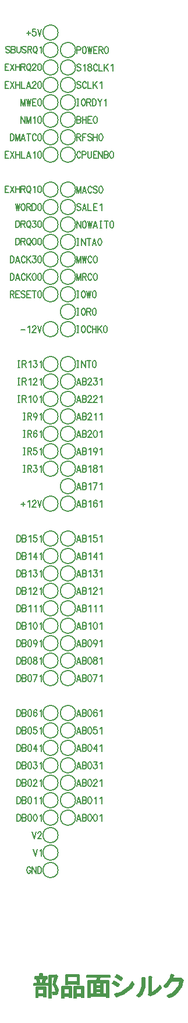
<source format=gbr>
G04 WinPCB Gerber Out *
G70*
G90*
G04 CSI RS-274X *
G04 Date: 2019/03/05 *
G04 Time: 11:11:35 *
%FSDAX66Y66*%
%MOIN*%
%IPPOS*%
%ADD10C,0.005906*%
%C:\Users\user_EDA1\Documents\PC-98_C-BUS_Board\6.vgîÂ\01\1-2iÊVNw-L1.gbr*%
G01X000000000000Y000000000000D02*
G54D10*
X000000812385Y-000000211085D02*
X000000822188D01*
D02*
X000000826440D01*
D02*
X000000829865Y-000000203999D01*
D02*
X000000829038Y-000000196912D01*
D02*
X000000827739Y-000000188290D01*
D02*
X000000820062Y-000000173290D01*
D02*
X000000813566Y-000000166794D01*
D02*
X000000824668Y-000000125573D01*
D02*
X000000804353D01*
D02*
Y-000000244865D01*
D02*
X000000792070D01*
D02*
Y-000000113881D01*
D02*
X000000828329D01*
D02*
X000000829629Y-000000112109D01*
D02*
X000000840731Y-000000121322D01*
D02*
X000000838251Y-000000123093D01*
D02*
X000000824668Y-000000164314D01*
D02*
X000000833881Y-000000174471D01*
D02*
X000000842739Y-000000192660D01*
D02*
X000000842503Y-000000200574D01*
D02*
X000000842148Y-000000212621D01*
D02*
X000000833881Y-000000224550D01*
D02*
X000000825967D01*
D02*
X000000814865D01*
D02*
X000000812385Y-000000211085D01*
X000000774235Y-000000182148D02*
Y-000000238133D01*
D02*
X000000761952D01*
D02*
Y-000000231400D01*
D02*
X000000728172D01*
D02*
Y-000000241203D01*
D02*
X000000715889D01*
D02*
Y-000000182148D01*
D02*
X000000774235D01*
X000000728172Y-000000219707D02*
X000000761952D01*
D02*
Y-000000193841D01*
D02*
X000000728172D01*
D02*
Y-000000219707D01*
X000000752148Y-000000103487D02*
X000000755219Y-000000104078D01*
D02*
X000000755455Y-000000106558D01*
D02*
X000000752739Y-000000108329D01*
D02*
Y-000000121912D01*
D02*
X000000781676D01*
D02*
Y-000000133605D01*
D02*
X000000773054D01*
D02*
X000000764432Y-000000159353D01*
D02*
X000000787818D01*
D02*
Y-000000171046D01*
D02*
X000000703487D01*
D02*
Y-000000159353D01*
D02*
X000000726873D01*
D02*
X000000719550Y-000000133605D01*
D02*
X000000711518D01*
D02*
Y-000000121912D01*
D02*
X000000738566D01*
D02*
Y-000000103487D01*
D02*
X000000752148D01*
X000000733723Y-000000133605D02*
X000000739865Y-000000159353D01*
D02*
X000000751558D01*
D02*
X000000758881Y-000000133605D01*
D02*
X000000733723D01*
X000000898959Y-000000163133D02*
Y-000000167384D01*
D02*
X000000886676D01*
D02*
Y-000000110219D01*
D02*
X000000965455D01*
D02*
Y-000000166203D01*
D02*
X000000953172D01*
D02*
Y-000000163133D01*
D02*
X000000898959D01*
X000000953172Y-000000151440D02*
Y-000000121912D01*
D02*
X000000898959D01*
D02*
Y-000000151440D01*
D02*
X000000953172D01*
X000000947621Y-000000232581D02*
Y-000000243684D01*
D02*
X000000935337D01*
D02*
Y-000000178487D01*
D02*
X000000989432D01*
D02*
Y-000000241794D01*
D02*
X000000977148D01*
D02*
Y-000000232581D01*
D02*
X000000947621D01*
Y-000000220889D02*
X000000977148D01*
D02*
Y-000000190180D01*
D02*
X000000947621D01*
D02*
Y-000000220889D01*
X000000877463D02*
X000000906991D01*
D02*
Y-000000190180D01*
D02*
X000000877463D01*
D02*
Y-000000220889D01*
Y-000000232581D02*
Y-000000243684D01*
D02*
X000000865180D01*
D02*
Y-000000178487D01*
D02*
X000000919274D01*
D02*
Y-000000241794D01*
D02*
X000000906991D01*
D02*
Y-000000232581D01*
D02*
X000000877463D01*
X000001120770Y-000000240022D02*
Y-000000233881D01*
D02*
X000001026637D01*
D02*
Y-000000242385D01*
D02*
X000001014353D01*
D02*
Y-000000145298D01*
D02*
X000001064786D01*
D02*
X000001069747Y-000000124983D01*
D02*
X000001006912D01*
D02*
Y-000000113290D01*
D02*
X000001140377D01*
D02*
Y-000000124983D01*
D02*
X000001083802D01*
D02*
X000001077070Y-000000145298D01*
D02*
X000001133054D01*
D02*
Y-000000240022D01*
D02*
X000001120770D01*
X000001048133Y-000000156991D02*
X000001026637D01*
D02*
Y-000000222188D01*
D02*
X000001048133D01*
D02*
Y-000000156991D01*
X000001086873Y-000000206715D02*
X000001060416D01*
D02*
Y-000000222188D01*
D02*
X000001086873D01*
D02*
Y-000000206715D01*
Y-000000182739D02*
X000001060416D01*
D02*
Y-000000196912D01*
D02*
X000001086873D01*
D02*
Y-000000182739D01*
X000001060416Y-000000156991D02*
Y-000000172936D01*
D02*
X000001086873D01*
D02*
Y-000000156991D01*
D02*
X000001060416D01*
X000001099156D02*
Y-000000222188D01*
D02*
X000001120770D01*
D02*
Y-000000156991D01*
D02*
X000001099156D01*
X000001167188Y-000000220889D02*
X000001200613Y-000000213566D01*
D02*
X000001251046Y-000000178841D01*
D02*
X000001268054Y-000000151440D01*
D02*
X000001279038Y-000000162542D01*
D02*
X000001263329Y-000000187699D01*
D02*
X000001214786Y-000000223369D01*
D02*
X000001181952Y-000000233881D01*
D02*
X000001181007Y-000000237542D01*
D02*
X000001177818Y-000000237778D01*
D02*
X000001175692Y-000000234471D01*
D02*
X000001167188Y-000000220889D01*
X000001162818Y-000000146479D02*
X000001170495Y-000000150495D01*
D02*
X000001186203Y-000000160416D01*
D02*
X000001194235Y-000000166203D01*
D02*
X000001184314Y-000000179078D01*
D02*
X000001175101Y-000000172345D01*
D02*
X000001159747Y-000000162542D01*
D02*
X000001153605Y-000000159353D01*
D02*
X000001162818Y-000000146479D01*
X000001180062Y-000000110219D02*
X000001188329Y-000000114826D01*
D02*
X000001203920Y-000000124747D01*
D02*
X000001211361Y-000000129944D01*
D02*
X000001202857Y-000000142818D01*
D02*
X000001194471Y-000000137030D01*
D02*
X000001179117Y-000000127109D01*
D02*
X000001172030Y-000000123093D01*
D02*
X000001180062Y-000000110219D01*
X000001377188Y-000000212857D02*
X000001390652Y-000000207660D01*
D02*
X000001415574Y-000000186755D01*
D02*
X000001426912Y-000000171046D01*
D02*
X000001435534Y-000000182739D01*
D02*
X000001423841Y-000000198802D01*
D02*
X000001394314Y-000000221833D01*
D02*
X000001376479Y-000000228920D01*
D02*
X000001371637Y-000000231400D01*
D02*
X000001361715Y-000000223959D01*
D02*
X000001363015Y-000000220889D01*
D02*
Y-000000121912D01*
D02*
X000001375889D01*
D02*
X000001378605Y-000000122503D01*
D02*
X000001379314Y-000000124983D01*
D02*
X000001377188Y-000000126873D01*
D02*
Y-000000212857D01*
X000001294747Y-000000229511D02*
X000001310101Y-000000214747D01*
D02*
X000001325455Y-000000178133D01*
D02*
Y-000000156282D01*
D02*
Y-000000128644D01*
D02*
X000001338448D01*
D02*
X000001341164Y-000000129353D01*
D02*
X000001341755Y-000000131833D01*
D02*
X000001339629Y-000000133605D01*
D02*
Y-000000155692D01*
D02*
Y-000000181558D01*
D02*
X000001323329Y-000000222542D01*
D02*
X000001307030Y-000000237542D01*
D02*
X000001294747Y-000000229511D01*
X000001555770Y-000000146479D02*
X000001549865Y-000000180022D01*
D02*
X000001511479Y-000000227975D01*
D02*
X000001478881Y-000000242385D01*
D02*
X000001467778Y-000000230692D01*
D02*
X000001497896Y-000000218408D01*
D02*
X000001534274Y-000000176007D01*
D02*
X000001540416Y-000000145889D01*
D02*
X000001491164D01*
D02*
X000001484078Y-000000157581D01*
D02*
X000001469314Y-000000176361D01*
D02*
X000001461636Y-000000183448D01*
D02*
X000001449353Y-000000175416D01*
D02*
X000001465298Y-000000161007D01*
D02*
X000001485967Y-000000127109D01*
D02*
X000001490574Y-000000107739D01*
D02*
X000001504747Y-000000112700D01*
D02*
X000001506518Y-000000113644D01*
D02*
X000001505928Y-000000115416D01*
D02*
X000001503448Y-000000116361D01*
D02*
X000001502266Y-000000120377D01*
D02*
X000001498841Y-000000128408D01*
D02*
X000001496715Y-000000132306D01*
D02*
X000001541007D01*
D02*
X000001546558Y-000000129235D01*
D02*
X000001557660Y-000000140337D01*
D02*
X000001559786Y-000000142581D01*
D02*
X000001558841Y-000000145652D01*
D02*
X000001555770Y-000000146479D01*
X000000792070Y-000000244865D02*
X000000804353D01*
X000000792070Y-000000243093D02*
X000000804353D01*
X000000865180D02*
X000000877463D01*
X000000935337D02*
X000000947621D01*
X000000792070Y-000000241322D02*
X000000804353D01*
X000000865180D02*
X000000877463D01*
X000000906991D02*
X000000919274D01*
X000000935337D02*
X000000947621D01*
X000000977148D02*
X000000989432D01*
X000001014353D02*
X000001026637D01*
X000001477871D02*
X000001481285D01*
X000000715889Y-000000239550D02*
X000000728172D01*
X000000792070D02*
X000000804353D01*
X000000865180D02*
X000000877463D01*
X000000906991D02*
X000000919274D01*
X000000935337D02*
X000000947621D01*
X000000977148D02*
X000000989432D01*
X000001014353D02*
X000001026637D01*
X000001120770D02*
X000001133054D01*
X000001476189D02*
X000001485293D01*
X000000715889Y-000000237778D02*
X000000728172D01*
X000000761952D02*
X000000774235D01*
X000000792070D02*
X000000804353D01*
X000000865180D02*
X000000877463D01*
X000000906991D02*
X000000919274D01*
X000000935337D02*
X000000947621D01*
X000000977148D02*
X000000989432D01*
X000001014353D02*
X000001026637D01*
X000001120770D02*
X000001133054D01*
X000001474507D02*
X000001489301D01*
X000000715889Y-000000236007D02*
X000000728172D01*
X000000761952D02*
X000000774235D01*
X000000792070D02*
X000000804353D01*
X000000865180D02*
X000000877463D01*
X000000906991D02*
X000000919274D01*
X000000935337D02*
X000000947621D01*
X000000977148D02*
X000000989432D01*
X000001014353D02*
X000001026637D01*
X000001120770D02*
X000001133054D01*
X000001176679D02*
X000001181403D01*
X000001304682D02*
X000001308699D01*
X000001472825D02*
X000001493309D01*
X000000715889Y-000000234235D02*
X000000728172D01*
X000000761952D02*
X000000774235D01*
X000000792070D02*
X000000804353D01*
X000000865180D02*
X000000877463D01*
X000000906991D02*
X000000919274D01*
X000000935337D02*
X000000947621D01*
X000000977148D02*
X000000989432D01*
X000001014353D02*
X000001026637D01*
X000001120770D02*
X000001133054D01*
X000001175544D02*
X000001181860D01*
X000001301972D02*
X000001310624D01*
X000001471142D02*
X000001497317D01*
X000000715889Y-000000232463D02*
X000000728172D01*
X000000761952D02*
X000000774235D01*
X000000792070D02*
X000000804353D01*
X000000865180D02*
X000000919274D01*
X000000935337D02*
X000000989432D01*
X000001014353D02*
X000001133054D01*
X000001174434D02*
X000001186379D01*
X000001299263D02*
X000001312549D01*
X000001469460D02*
X000001501325D01*
X000000715889Y-000000230692D02*
X000000774235D01*
X000000792070D02*
X000000804353D01*
X000000865180D02*
X000000919274D01*
X000000935337D02*
X000000989432D01*
X000001014353D02*
X000001133054D01*
X000001173325D02*
X000001191913D01*
X000001296553D02*
X000001314474D01*
X000001370692D02*
X000001373020D01*
X000001467778D02*
X000001505333D01*
X000000715889Y-000000228920D02*
X000000774235D01*
X000000792070D02*
X000000804353D01*
X000000865180D02*
X000000919274D01*
X000000935337D02*
X000000989432D01*
X000001014353D02*
X000001133054D01*
X000001172216D02*
X000001197447D01*
X000001295361D02*
X000001316399D01*
X000001368329D02*
X000001376479D01*
X000001472122D02*
X000001509341D01*
X000000715889Y-000000227148D02*
X000000774235D01*
X000000792070D02*
X000000804353D01*
X000000865180D02*
X000000919274D01*
X000000935337D02*
X000000989432D01*
X000001014353D02*
X000001133054D01*
X000001171107D02*
X000001202980D01*
X000001297203D02*
X000001318324D01*
X000001365967D02*
X000001380937D01*
X000001476466D02*
X000001512141D01*
X000000715889Y-000000225377D02*
X000000774235D01*
X000000792070D02*
X000000804353D01*
X000000865180D02*
X000000919274D01*
X000000935337D02*
X000000989432D01*
X000001014353D02*
X000001133054D01*
X000001169998D02*
X000001208514D01*
X000001299046D02*
X000001320249D01*
X000001363605D02*
X000001385396D01*
X000001480810D02*
X000001513559D01*
X000000715889Y-000000223605D02*
X000000774235D01*
X000000792070D02*
X000000804353D01*
X000000814691D02*
X000000834535D01*
X000000865180D02*
X000000919274D01*
X000000935337D02*
X000000989432D01*
X000001014353D02*
X000001133054D01*
X000001168888D02*
X000001214048D01*
X000001300889D02*
X000001322174D01*
X000001361865D02*
X000001389855D01*
X000001485154D02*
X000001514977D01*
X000000715889Y-000000221833D02*
X000000774235D01*
X000000792070D02*
X000000804353D01*
X000000814365D02*
X000000835763D01*
X000000865180D02*
X000000919274D01*
X000000935337D02*
X000000989432D01*
X000001014353D02*
X000001026637D01*
X000001048133D02*
X000001060416D01*
X000001086873D02*
X000001099156D01*
X000001120770D02*
X000001133054D01*
X000001167779D02*
X000001216876D01*
X000001302731D02*
X000001323611D01*
X000001362615D02*
X000001394314D01*
X000001489498D02*
X000001516396D01*
X000000715889Y-000000220062D02*
X000000774235D01*
X000000792070D02*
X000000804353D01*
X000000814038D02*
X000000836991D01*
X000000865180D02*
X000000877463D01*
X000000906991D02*
X000000919274D01*
X000000935337D02*
X000000947621D01*
X000000977148D02*
X000000989432D01*
X000001014353D02*
X000001026637D01*
X000001048133D02*
X000001060416D01*
X000001086873D02*
X000001099156D01*
X000001120770D02*
X000001133054D01*
X000001170962D02*
X000001219287D01*
X000001304574D02*
X000001324316D01*
X000001363015D02*
X000001396585D01*
X000001493842D02*
X000001517814D01*
X000000715889Y-000000218290D02*
X000000728172D01*
X000000761952D02*
X000000774235D01*
X000000792070D02*
X000000804353D01*
X000000813712D02*
X000000838219D01*
X000000865180D02*
X000000877463D01*
X000000906991D02*
X000000919274D01*
X000000935337D02*
X000000947621D01*
X000000977148D02*
X000000989432D01*
X000001014353D02*
X000001026637D01*
X000001048133D02*
X000001060416D01*
X000001086873D02*
X000001099156D01*
X000001120770D02*
X000001133054D01*
X000001179048D02*
X000001221698D01*
X000001306416D02*
X000001325020D01*
X000001363015D02*
X000001398856D01*
X000001497998D02*
X000001519232D01*
X000000715889Y-000000216518D02*
X000000728172D01*
X000000761952D02*
X000000774235D01*
X000000792070D02*
X000000804353D01*
X000000813385D02*
X000000839447D01*
X000000865180D02*
X000000877463D01*
X000000906991D02*
X000000919274D01*
X000000935337D02*
X000000947621D01*
X000000977148D02*
X000000989432D01*
X000001014353D02*
X000001026637D01*
X000001048133D02*
X000001060416D01*
X000001086873D02*
X000001099156D01*
X000001120770D02*
X000001133054D01*
X000001187135D02*
X000001224109D01*
X000001308259D02*
X000001325725D01*
X000001363015D02*
X000001401128D01*
X000001499518D02*
X000001520650D01*
X000000715889Y-000000214747D02*
X000000728172D01*
X000000761952D02*
X000000774235D01*
X000000792070D02*
X000000804353D01*
X000000813059D02*
X000000840675D01*
X000000865180D02*
X000000877463D01*
X000000906991D02*
X000000919274D01*
X000000935337D02*
X000000947621D01*
X000000977148D02*
X000000989432D01*
X000001014353D02*
X000001026637D01*
X000001048133D02*
X000001060416D01*
X000001086873D02*
X000001099156D01*
X000001120770D02*
X000001133054D01*
X000001195222D02*
X000001226520D01*
X000001310101D02*
X000001326429D01*
X000001363015D02*
X000001403399D01*
X000001501037D02*
X000001522068D01*
X000000715889Y-000000212975D02*
X000000728172D01*
X000000761952D02*
X000000774235D01*
X000000792070D02*
X000000804353D01*
X000000812733D02*
X000000841903D01*
X000000865180D02*
X000000877463D01*
X000000906991D02*
X000000919274D01*
X000000935337D02*
X000000947621D01*
X000000977148D02*
X000000989432D01*
X000001014353D02*
X000001026637D01*
X000001048133D02*
X000001060416D01*
X000001086873D02*
X000001099156D01*
X000001120770D02*
X000001133054D01*
X000001201470D02*
X000001228931D01*
X000001310844D02*
X000001327134D01*
X000001363015D02*
X000001405670D01*
X000001502557D02*
X000001523486D01*
X000000715889Y-000000211203D02*
X000000728172D01*
X000000761952D02*
X000000774235D01*
X000000792070D02*
X000000804353D01*
X000000812406D02*
X000000842190D01*
X000000865180D02*
X000000877463D01*
X000000906991D02*
X000000919274D01*
X000000935337D02*
X000000947621D01*
X000000977148D02*
X000000989432D01*
X000001014353D02*
X000001026637D01*
X000001048133D02*
X000001060416D01*
X000001086873D02*
X000001099156D01*
X000001120770D02*
X000001133054D01*
X000001204044D02*
X000001231342D01*
X000001311587D02*
X000001327839D01*
X000001363015D02*
X000001377188D01*
X000001381472D02*
X000001407942D01*
X000001504078D02*
X000001524905D01*
X000000715889Y-000000209432D02*
X000000728172D01*
X000000761952D02*
X000000774235D01*
X000000792070D02*
X000000804353D01*
X000000827239D02*
X000000842242D01*
X000000865180D02*
X000000877463D01*
X000000906991D02*
X000000919274D01*
X000000935337D02*
X000000947621D01*
X000000977148D02*
X000000989432D01*
X000001014353D02*
X000001026637D01*
X000001048133D02*
X000001060416D01*
X000001086873D02*
X000001099156D01*
X000001120770D02*
X000001133054D01*
X000001206617D02*
X000001233753D01*
X000001312330D02*
X000001328544D01*
X000001363015D02*
X000001377188D01*
X000001386062D02*
X000001410213D01*
X000001505598D02*
X000001526323D01*
X000000715889Y-000000207660D02*
X000000728172D01*
X000000761952D02*
X000000774235D01*
X000000792070D02*
X000000804353D01*
X000000828095D02*
X000000842294D01*
X000000865180D02*
X000000877463D01*
X000000906991D02*
X000000919274D01*
X000000935337D02*
X000000947621D01*
X000000977148D02*
X000000989432D01*
X000001014353D02*
X000001026637D01*
X000001048133D02*
X000001060416D01*
X000001086873D02*
X000001099156D01*
X000001120770D02*
X000001133054D01*
X000001209190D02*
X000001236165D01*
X000001313073D02*
X000001329248D01*
X000001363015D02*
X000001377188D01*
X000001390652D02*
X000001412485D01*
X000001507117D02*
X000001527741D01*
X000000715889Y-000000205889D02*
X000000728172D01*
X000000761952D02*
X000000774235D01*
X000000792070D02*
X000000804353D01*
X000000828952D02*
X000000842346D01*
X000000865180D02*
X000000877463D01*
X000000906991D02*
X000000919274D01*
X000000935337D02*
X000000947621D01*
X000000977148D02*
X000000989432D01*
X000001014353D02*
X000001026637D01*
X000001048133D02*
X000001099156D01*
X000001120770D02*
X000001133054D01*
X000001211763D02*
X000001238576D01*
X000001313816D02*
X000001329952D01*
X000001363015D02*
X000001377188D01*
X000001392764D02*
X000001414755D01*
X000001508637D02*
X000001529159D01*
X000000715889Y-000000204117D02*
X000000728172D01*
X000000761952D02*
X000000774235D01*
X000000792070D02*
X000000804353D01*
X000000829808D02*
X000000842398D01*
X000000865180D02*
X000000877463D01*
X000000906991D02*
X000000919274D01*
X000000935337D02*
X000000947621D01*
X000000977148D02*
X000000989432D01*
X000001014353D02*
X000001026637D01*
X000001048133D02*
X000001099156D01*
X000001120770D02*
X000001133054D01*
X000001214336D02*
X000001240987D01*
X000001314559D02*
X000001330657D01*
X000001363015D02*
X000001377188D01*
X000001394876D02*
X000001417027D01*
X000001510157D02*
X000001530578D01*
X000000715889Y-000000202345D02*
X000000728172D01*
X000000761952D02*
X000000774235D01*
X000000792070D02*
X000000804353D01*
X000000829672D02*
X000000842450D01*
X000000865180D02*
X000000877463D01*
X000000906991D02*
X000000919274D01*
X000000935337D02*
X000000947621D01*
X000000977148D02*
X000000989432D01*
X000001014353D02*
X000001026637D01*
X000001048133D02*
X000001099156D01*
X000001120770D02*
X000001133054D01*
X000001216909D02*
X000001243398D01*
X000001315302D02*
X000001331361D01*
X000001363015D02*
X000001377188D01*
X000001396989D02*
X000001419299D01*
X000001511677D02*
X000001531995D01*
X000000715889Y-000000200574D02*
X000000728172D01*
X000000761952D02*
X000000774235D01*
X000000792070D02*
X000000804353D01*
X000000829465D02*
X000000842503D01*
X000000865180D02*
X000000877463D01*
X000000906991D02*
X000000919274D01*
X000000935337D02*
X000000947621D01*
X000000977148D02*
X000000989432D01*
X000001014353D02*
X000001026637D01*
X000001048133D02*
X000001099156D01*
X000001120770D02*
X000001133054D01*
X000001219482D02*
X000001245809D01*
X000001316045D02*
X000001332066D01*
X000001363015D02*
X000001377188D01*
X000001399100D02*
X000001421570D01*
X000001513197D02*
X000001533414D01*
X000000715889Y-000000198802D02*
X000000728172D01*
X000000761952D02*
X000000774235D01*
X000000792070D02*
X000000804353D01*
X000000829259D02*
X000000842555D01*
X000000865180D02*
X000000877463D01*
X000000906991D02*
X000000919274D01*
X000000935337D02*
X000000947621D01*
X000000977148D02*
X000000989432D01*
X000001014353D02*
X000001026637D01*
X000001048133D02*
X000001099156D01*
X000001120770D02*
X000001133054D01*
X000001222055D02*
X000001248220D01*
X000001316787D02*
X000001332771D01*
X000001363015D02*
X000001377188D01*
X000001401212D02*
X000001423841D01*
X000001514717D02*
X000001534832D01*
X000000715889Y-000000197030D02*
X000000728172D01*
X000000761952D02*
X000000774235D01*
X000000792070D02*
X000000804353D01*
X000000829052D02*
X000000842608D01*
X000000865180D02*
X000000877463D01*
X000000906991D02*
X000000919274D01*
X000000935337D02*
X000000947621D01*
X000000977148D02*
X000000989432D01*
X000001014353D02*
X000001026637D01*
X000001048133D02*
X000001099156D01*
X000001120770D02*
X000001133054D01*
X000001224629D02*
X000001250631D01*
X000001317530D02*
X000001333475D01*
X000001363015D02*
X000001377188D01*
X000001403324D02*
X000001425131D01*
X000001516237D02*
X000001536250D01*
X000000715889Y-000000195259D02*
X000000728172D01*
X000000761952D02*
X000000774235D01*
X000000792070D02*
X000000804353D01*
X000000828789D02*
X000000842661D01*
X000000865180D02*
X000000877463D01*
X000000906991D02*
X000000919274D01*
X000000935337D02*
X000000947621D01*
X000000977148D02*
X000000989432D01*
X000001014353D02*
X000001026637D01*
X000001048133D02*
X000001060416D01*
X000001086873D02*
X000001099156D01*
X000001120770D02*
X000001133054D01*
X000001227202D02*
X000001253042D01*
X000001318274D02*
X000001334180D01*
X000001363015D02*
X000001377188D01*
X000001405436D02*
X000001426420D01*
X000001517757D02*
X000001537668D01*
X000000715889Y-000000193487D02*
X000000774235D01*
X000000792070D02*
X000000804353D01*
X000000828522D02*
X000000842714D01*
X000000865180D02*
X000000877463D01*
X000000906991D02*
X000000919274D01*
X000000935337D02*
X000000947621D01*
X000000977148D02*
X000000989432D01*
X000001014353D02*
X000001026637D01*
X000001048133D02*
X000001060416D01*
X000001086873D02*
X000001099156D01*
X000001120770D02*
X000001133054D01*
X000001229775D02*
X000001255453D01*
X000001319016D02*
X000001334884D01*
X000001363015D02*
X000001377188D01*
X000001407548D02*
X000001427710D01*
X000001519277D02*
X000001539087D01*
X000000715889Y-000000191715D02*
X000000774235D01*
X000000792070D02*
X000000804353D01*
X000000828255D02*
X000000842278D01*
X000000865180D02*
X000000877463D01*
X000000906991D02*
X000000919274D01*
X000000935337D02*
X000000947621D01*
X000000977148D02*
X000000989432D01*
X000001014353D02*
X000001026637D01*
X000001048133D02*
X000001060416D01*
X000001086873D02*
X000001099156D01*
X000001120770D02*
X000001133054D01*
X000001232348D02*
X000001257864D01*
X000001319759D02*
X000001335589D01*
X000001363015D02*
X000001377188D01*
X000001409660D02*
X000001429000D01*
X000001520797D02*
X000001540505D01*
X000000715889Y-000000189944D02*
X000000774235D01*
X000000792070D02*
X000000804353D01*
X000000827988D02*
X000000841416D01*
X000000865180D02*
X000000919274D01*
X000000935337D02*
X000000989432D01*
X000001014353D02*
X000001026637D01*
X000001048133D02*
X000001060416D01*
X000001086873D02*
X000001099156D01*
X000001120770D02*
X000001133054D01*
X000001234921D02*
X000001260275D01*
X000001320502D02*
X000001336294D01*
X000001363015D02*
X000001377188D01*
X000001411772D02*
X000001430289D01*
X000001522317D02*
X000001541923D01*
X000000715889Y-000000188172D02*
X000000774235D01*
X000000792070D02*
X000000804353D01*
X000000827678D02*
X000000840553D01*
X000000865180D02*
X000000919274D01*
X000000935337D02*
X000000989432D01*
X000001014353D02*
X000001026637D01*
X000001048133D02*
X000001060416D01*
X000001086873D02*
X000001099156D01*
X000001120770D02*
X000001133054D01*
X000001237494D02*
X000001262686D01*
X000001321245D02*
X000001336998D01*
X000001363015D02*
X000001377188D01*
X000001413884D02*
X000001431579D01*
X000001523837D02*
X000001543341D01*
X000000715889Y-000000186400D02*
X000000774235D01*
X000000792070D02*
X000000804353D01*
X000000826772D02*
X000000839690D01*
X000000865180D02*
X000000919274D01*
X000000935337D02*
X000000989432D01*
X000001014353D02*
X000001026637D01*
X000001048133D02*
X000001060416D01*
X000001086873D02*
X000001099156D01*
X000001120770D02*
X000001133054D01*
X000001240067D02*
X000001264140D01*
X000001321989D02*
X000001337703D01*
X000001363015D02*
X000001377188D01*
X000001415829D02*
X000001432869D01*
X000001525357D02*
X000001544759D01*
X000000715889Y-000000184629D02*
X000000774235D01*
X000000792070D02*
X000000804353D01*
X000000825865D02*
X000000838827D01*
X000000865180D02*
X000000919274D01*
X000000935337D02*
X000000989432D01*
X000001014353D02*
X000001026637D01*
X000001048133D02*
X000001060416D01*
X000001086873D02*
X000001099156D01*
X000001120770D02*
X000001133054D01*
X000001242640D02*
X000001265246D01*
X000001322731D02*
X000001338407D01*
X000001363015D02*
X000001377188D01*
X000001417108D02*
X000001434158D01*
X000001526877D02*
X000001546178D01*
X000000715889Y-000000182857D02*
X000000774235D01*
X000000792070D02*
X000000804353D01*
X000000824958D02*
X000000837965D01*
X000000865180D02*
X000000919274D01*
X000000935337D02*
X000000989432D01*
X000001014353D02*
X000001026637D01*
X000001048133D02*
X000001060416D01*
X000001086873D02*
X000001099156D01*
X000001120770D02*
X000001133054D01*
X000001245213D02*
X000001266353D01*
X000001323474D02*
X000001339112D01*
X000001363015D02*
X000001377188D01*
X000001418386D02*
X000001435448D01*
X000001460733D02*
X000001462276D01*
X000001528397D02*
X000001547596D01*
X000000792070Y-000000181085D02*
X000000804353D01*
X000000824052D02*
X000000837102D01*
X000000865180D02*
X000000919274D01*
X000000935337D02*
X000000989432D01*
X000001014353D02*
X000001026637D01*
X000001048133D02*
X000001099156D01*
X000001120770D02*
X000001133054D01*
X000001247787D02*
X000001267459D01*
X000001324217D02*
X000001339629D01*
X000001363015D02*
X000001377188D01*
X000001419666D02*
X000001434315D01*
X000001458024D02*
X000001464195D01*
X000001529917D02*
X000001549014D01*
X000000792070Y-000000179314D02*
X000000804353D01*
X000000823144D02*
X000000836239D01*
X000000865180D02*
X000000919274D01*
X000000935337D02*
X000000989432D01*
X000001014353D02*
X000001026637D01*
X000001048133D02*
X000001099156D01*
X000001120770D02*
X000001133054D01*
X000001250359D02*
X000001268566D01*
X000001324960D02*
X000001339629D01*
X000001363015D02*
X000001377188D01*
X000001420944D02*
X000001433008D01*
X000001455314D02*
X000001466115D01*
X000001531437D02*
X000001549989D01*
X000000792070Y-000000177542D02*
X000000804353D01*
X000000822238D02*
X000000835376D01*
X000001014353D02*
X000001026637D01*
X000001048133D02*
X000001099156D01*
X000001120770D02*
X000001133054D01*
X000001182212D02*
X000001185497D01*
X000001251852D02*
X000001269672D01*
X000001325455D02*
X000001339629D01*
X000001363015D02*
X000001377188D01*
X000001422223D02*
X000001431702D01*
X000001452604D02*
X000001468034D01*
X000001532957D02*
X000001550301D01*
X000000792070Y-000000175770D02*
X000000804353D01*
X000000821331D02*
X000000834513D01*
X000001014353D02*
X000001026637D01*
X000001048133D02*
X000001099156D01*
X000001120770D02*
X000001133054D01*
X000001179788D02*
X000001186862D01*
X000001252952D02*
X000001270778D01*
X000001325455D02*
X000001339629D01*
X000001363015D02*
X000001377188D01*
X000001423502D02*
X000001430395D01*
X000001449895D02*
X000001469778D01*
X000001534322D02*
X000001550613D01*
X000000792070Y-000000173999D02*
X000000804353D01*
X000000820424D02*
X000000833452D01*
X000001014353D02*
X000001026637D01*
X000001048133D02*
X000001099156D01*
X000001120770D02*
X000001133054D01*
X000001177364D02*
X000001188228D01*
X000001254052D02*
X000001271884D01*
X000001325455D02*
X000001339629D01*
X000001363015D02*
X000001377188D01*
X000001424781D02*
X000001429089D01*
X000001450922D02*
X000001471171D01*
X000001534683D02*
X000001550925D01*
X000000792070Y-000000172227D02*
X000000804353D01*
X000000818999D02*
X000000831845D01*
X000001014353D02*
X000001026637D01*
X000001048133D02*
X000001060416D01*
X000001086873D02*
X000001099156D01*
X000001120770D02*
X000001133054D01*
X000001174916D02*
X000001189593D01*
X000001255152D02*
X000001272991D01*
X000001325455D02*
X000001339629D01*
X000001363015D02*
X000001377188D01*
X000001426059D02*
X000001427783D01*
X000001452882D02*
X000001472564D01*
X000001535045D02*
X000001551237D01*
X000000703487Y-000000170455D02*
X000000787818D01*
X000000792070D02*
X000000804353D01*
X000000817227D02*
X000000830238D01*
X000001014353D02*
X000001026637D01*
X000001048133D02*
X000001060416D01*
X000001086873D02*
X000001099156D01*
X000001120770D02*
X000001133054D01*
X000001172141D02*
X000001190958D01*
X000001256251D02*
X000001274097D01*
X000001325455D02*
X000001339629D01*
X000001363015D02*
X000001377188D01*
X000001454842D02*
X000001473956D01*
X000001535406D02*
X000001551549D01*
X000000703487Y-000000168684D02*
X000000787818D01*
X000000792070D02*
X000000804353D01*
X000000815455D02*
X000000828631D01*
X000001014353D02*
X000001026637D01*
X000001048133D02*
X000001060416D01*
X000001086873D02*
X000001099156D01*
X000001120770D02*
X000001133054D01*
X000001169366D02*
X000001192323D01*
X000001257350D02*
X000001275203D01*
X000001325455D02*
X000001339629D01*
X000001363015D02*
X000001377188D01*
X000001456803D02*
X000001475349D01*
X000001535767D02*
X000001551861D01*
X000000703487Y-000000166912D02*
X000000787818D01*
X000000792070D02*
X000000804353D01*
X000000813684D02*
X000000827025D01*
X000000886676D02*
X000000898959D01*
X000001014353D02*
X000001026637D01*
X000001048133D02*
X000001060416D01*
X000001086873D02*
X000001099156D01*
X000001120770D02*
X000001133054D01*
X000001166592D02*
X000001193689D01*
X000001258450D02*
X000001276309D01*
X000001325455D02*
X000001339629D01*
X000001363015D02*
X000001377188D01*
X000001458763D02*
X000001476742D01*
X000001536129D02*
X000001552173D01*
X000000703487Y-000000165140D02*
X000000787818D01*
X000000792070D02*
X000000804353D01*
X000000814011D02*
X000000825418D01*
X000000886676D02*
X000000898959D01*
X000000953172D02*
X000000965455D01*
X000001014353D02*
X000001026637D01*
X000001048133D02*
X000001060416D01*
X000001086873D02*
X000001099156D01*
X000001120770D02*
X000001133054D01*
X000001163816D02*
X000001192760D01*
X000001259550D02*
X000001277416D01*
X000001325455D02*
X000001339629D01*
X000001363015D02*
X000001377188D01*
X000001460724D02*
X000001478135D01*
X000001536490D02*
X000001552485D01*
X000000703487Y-000000163369D02*
X000000787818D01*
X000000792070D02*
X000000804353D01*
X000000814488D02*
X000000824979D01*
X000000886676D02*
X000000898959D01*
X000000953172D02*
X000000965455D01*
X000001014353D02*
X000001026637D01*
X000001048133D02*
X000001060416D01*
X000001086873D02*
X000001099156D01*
X000001120770D02*
X000001133054D01*
X000001161042D02*
X000001190301D01*
X000001260650D02*
X000001278522D01*
X000001325455D02*
X000001339629D01*
X000001363015D02*
X000001377188D01*
X000001462684D02*
X000001479528D01*
X000001536851D02*
X000001552797D01*
X000000703487Y-000000161597D02*
X000000787818D01*
X000000792070D02*
X000000804353D01*
X000000814965D02*
X000000825563D01*
X000000886676D02*
X000000965455D01*
X000001014353D02*
X000001026637D01*
X000001048133D02*
X000001060416D01*
X000001086873D02*
X000001099156D01*
X000001120770D02*
X000001133054D01*
X000001157927D02*
X000001187842D01*
X000001261749D02*
X000001278103D01*
X000001325455D02*
X000001339629D01*
X000001363015D02*
X000001377188D01*
X000001464644D02*
X000001480920D01*
X000001537213D02*
X000001553109D01*
X000000703487Y-000000159826D02*
X000000787818D01*
X000000792070D02*
X000000804353D01*
X000000815442D02*
X000000826147D01*
X000000886676D02*
X000000965455D01*
X000001014353D02*
X000001026637D01*
X000001048133D02*
X000001060416D01*
X000001086873D02*
X000001099156D01*
X000001120770D02*
X000001133054D01*
X000001154515D02*
X000001185268D01*
X000001262849D02*
X000001276350D01*
X000001325455D02*
X000001339629D01*
X000001363015D02*
X000001377188D01*
X000001466018D02*
X000001482313D01*
X000001537574D02*
X000001553421D01*
X000000726503Y-000000158054D02*
X000000739555D01*
X000000751928D02*
X000000764866D01*
X000000792070D02*
X000000804353D01*
X000000815920D02*
X000000826731D01*
X000000886676D02*
X000000965455D01*
X000001014353D02*
X000001026637D01*
X000001048133D02*
X000001060416D01*
X000001086873D02*
X000001099156D01*
X000001120770D02*
X000001133054D01*
X000001154535D02*
X000001182463D01*
X000001263948D02*
X000001274598D01*
X000001325455D02*
X000001339629D01*
X000001363015D02*
X000001377188D01*
X000001467098D02*
X000001483706D01*
X000001537935D02*
X000001553732D01*
X000000726000Y-000000156282D02*
X000000739133D01*
X000000752431D02*
X000000765460D01*
X000000792070D02*
X000000804353D01*
X000000816397D02*
X000000827314D01*
X000000886676D02*
X000000965455D01*
X000001014353D02*
X000001133054D01*
X000001155803D02*
X000001179658D01*
X000001265048D02*
X000001272845D01*
X000001325455D02*
X000001339629D01*
X000001363015D02*
X000001377188D01*
X000001468179D02*
X000001484865D01*
X000001538296D02*
X000001554044D01*
X000000725495Y-000000154511D02*
X000000738710D01*
X000000752935D02*
X000000766053D01*
X000000792070D02*
X000000804353D01*
X000000816874D02*
X000000827898D01*
X000000886676D02*
X000000965455D01*
X000001014353D02*
X000001133054D01*
X000001157070D02*
X000001176853D01*
X000001266147D02*
X000001271092D01*
X000001325455D02*
X000001339629D01*
X000001363015D02*
X000001377188D01*
X000001469259D02*
X000001485939D01*
X000001538658D02*
X000001554356D01*
X000000724992Y-000000152739D02*
X000000738287D01*
X000000753439D02*
X000000766646D01*
X000000792070D02*
X000000804353D01*
X000000817351D02*
X000000828482D01*
X000000886676D02*
X000000965455D01*
X000001014353D02*
X000001133054D01*
X000001158338D02*
X000001174048D01*
X000001267248D02*
X000001269339D01*
X000001325455D02*
X000001339629D01*
X000001363015D02*
X000001377188D01*
X000001470339D02*
X000001487012D01*
X000001539019D02*
X000001554668D01*
X000000724488Y-000000150967D02*
X000000737865D01*
X000000753943D02*
X000000767240D01*
X000000792070D02*
X000000804353D01*
X000000817828D02*
X000000829065D01*
X000000886676D02*
X000000898959D01*
X000000953172D02*
X000000965455D01*
X000001014353D02*
X000001133054D01*
X000001159606D02*
X000001171243D01*
X000001325455D02*
X000001339629D01*
X000001363015D02*
X000001377188D01*
X000001471420D02*
X000001488086D01*
X000001539381D02*
X000001554980D01*
X000000723984Y-000000149196D02*
X000000737442D01*
X000000754446D02*
X000000767833D01*
X000000792070D02*
X000000804353D01*
X000000818305D02*
X000000829650D01*
X000000886676D02*
X000000898959D01*
X000000953172D02*
X000000965455D01*
X000001014353D02*
X000001133054D01*
X000001160874D02*
X000001168011D01*
X000001325455D02*
X000001339629D01*
X000001363015D02*
X000001377188D01*
X000001472500D02*
X000001489160D01*
X000001539742D02*
X000001555292D01*
X000000723480Y-000000147424D02*
X000000737020D01*
X000000754950D02*
X000000768427D01*
X000000792070D02*
X000000804353D01*
X000000818783D02*
X000000830233D01*
X000000886676D02*
X000000898959D01*
X000000953172D02*
X000000965455D01*
X000001014353D02*
X000001133054D01*
X000001162141D02*
X000001164624D01*
X000001325455D02*
X000001339629D01*
X000001363015D02*
X000001377188D01*
X000001473580D02*
X000001490233D01*
X000001540103D02*
X000001555604D01*
X000000722976Y-000000145652D02*
X000000736597D01*
X000000755454D02*
X000000769020D01*
X000000792070D02*
X000000804353D01*
X000000819260D02*
X000000830817D01*
X000000886676D02*
X000000898959D01*
X000000953172D02*
X000000965455D01*
X000001014353D02*
X000001133054D01*
X000001325455D02*
X000001339629D01*
X000001363015D02*
X000001377188D01*
X000001474660D02*
X000001558841D01*
X000000722472Y-000000143881D02*
X000000736174D01*
X000000755958D02*
X000000769613D01*
X000000792070D02*
X000000804353D01*
X000000819737D02*
X000000831401D01*
X000000886676D02*
X000000898959D01*
X000000953172D02*
X000000965455D01*
X000001065132D02*
X000001077539D01*
X000001325455D02*
X000001339629D01*
X000001363015D02*
X000001377188D01*
X000001475740D02*
X000001559386D01*
X000000721968Y-000000142109D02*
X000000735752D01*
X000000756462D02*
X000000770206D01*
X000000792070D02*
X000000804353D01*
X000000820214D02*
X000000831985D01*
X000000886676D02*
X000000898959D01*
X000000953172D02*
X000000965455D01*
X000001065565D02*
X000001078126D01*
X000001201830D02*
X000001203325D01*
X000001325455D02*
X000001339629D01*
X000001363015D02*
X000001377188D01*
X000001476821D02*
X000001559338D01*
X000000721465Y-000000140337D02*
X000000735329D01*
X000000756966D02*
X000000770799D01*
X000000792070D02*
X000000804353D01*
X000000820691D02*
X000000832568D01*
X000000886676D02*
X000000898959D01*
X000000953172D02*
X000000965455D01*
X000001065998D02*
X000001078713D01*
X000001199263D02*
X000001204495D01*
X000001325455D02*
X000001339629D01*
X000001363015D02*
X000001377188D01*
X000001477901D02*
X000001557660D01*
X000000720961Y-000000138566D02*
X000000734907D01*
X000000757470D02*
X000000771392D01*
X000000792070D02*
X000000804353D01*
X000000821168D02*
X000000833152D01*
X000000886676D02*
X000000898959D01*
X000000953172D02*
X000000965455D01*
X000001066430D02*
X000001079301D01*
X000001196696D02*
X000001205666D01*
X000001325455D02*
X000001339629D01*
X000001363015D02*
X000001377188D01*
X000001478981D02*
X000001555888D01*
X000000720457Y-000000136794D02*
X000000734484D01*
X000000757974D02*
X000000771986D01*
X000000792070D02*
X000000804353D01*
X000000821646D02*
X000000833736D01*
X000000886676D02*
X000000898959D01*
X000000953172D02*
X000000965455D01*
X000001066863D02*
X000001079887D01*
X000001194105D02*
X000001206836D01*
X000001325455D02*
X000001339629D01*
X000001363015D02*
X000001377188D01*
X000001480062D02*
X000001554117D01*
X000000719953Y-000000135022D02*
X000000734061D01*
X000000758478D02*
X000000772579D01*
X000000792070D02*
X000000804353D01*
X000000822123D02*
X000000834320D01*
X000000886676D02*
X000000898959D01*
X000000953172D02*
X000000965455D01*
X000001067295D02*
X000001080475D01*
X000001191363D02*
X000001208006D01*
X000001325455D02*
X000001339629D01*
X000001363015D02*
X000001377188D01*
X000001481142D02*
X000001552345D01*
X000000711518Y-000000133251D02*
X000000781676D01*
X000000792070D02*
X000000804353D01*
X000000822600D02*
X000000834903D01*
X000000886676D02*
X000000898959D01*
X000000953172D02*
X000000965455D01*
X000001067728D02*
X000001081062D01*
X000001188622D02*
X000001209176D01*
X000001325455D02*
X000001340053D01*
X000001363015D02*
X000001377188D01*
X000001482222D02*
X000001550574D01*
X000000711518Y-000000131479D02*
X000000781676D01*
X000000792070D02*
X000000804353D01*
X000000823077D02*
X000000835487D01*
X000000886676D02*
X000000898959D01*
X000000953172D02*
X000000965455D01*
X000001068161D02*
X000001081649D01*
X000001185880D02*
X000001210347D01*
X000001325455D02*
X000001341670D01*
X000001363015D02*
X000001377188D01*
X000001483303D02*
X000001497166D01*
X000001542501D02*
X000001548802D01*
X000000711518Y-000000129707D02*
X000000781676D01*
X000000792070D02*
X000000804353D01*
X000000823555D02*
X000000836071D01*
X000000886676D02*
X000000898959D01*
X000000953172D02*
X000000965455D01*
X000001068593D02*
X000001082236D01*
X000001183138D02*
X000001211023D01*
X000001325455D02*
X000001341248D01*
X000001363015D02*
X000001377188D01*
X000001484383D02*
X000001498133D01*
X000001545703D02*
X000001547030D01*
X000000711518Y-000000127936D02*
X000000781676D01*
X000000792070D02*
X000000804353D01*
X000000824032D02*
X000000836655D01*
X000000886676D02*
X000000898959D01*
X000000953172D02*
X000000965455D01*
X000001069026D02*
X000001082824D01*
X000001180396D02*
X000001208486D01*
X000001363015D02*
X000001377188D01*
X000001485463D02*
X000001499042D01*
X000000711518Y-000000126164D02*
X000000781676D01*
X000000792070D02*
X000000804353D01*
X000000824509D02*
X000000837239D01*
X000000886676D02*
X000000898959D01*
X000000953172D02*
X000000965455D01*
X000001069459D02*
X000001083410D01*
X000001177449D02*
X000001205949D01*
X000001363015D02*
X000001377985D01*
X000001486192D02*
X000001499798D01*
X000000711518Y-000000124392D02*
X000000781676D01*
X000000792070D02*
X000000837822D01*
X000000886676D02*
X000000898959D01*
X000000953172D02*
X000000965455D01*
X000001006912D02*
X000001140377D01*
X000001174323D02*
X000001203363D01*
X000001363015D02*
X000001379145D01*
X000001486613D02*
X000001500554D01*
X000000711518Y-000000122621D02*
X000000781676D01*
X000000792070D02*
X000000838912D01*
X000000886676D02*
X000000898959D01*
X000000953172D02*
X000000965455D01*
X000001006912D02*
X000001140377D01*
X000001172325D02*
X000001200579D01*
X000001363015D02*
X000001378639D01*
X000001487034D02*
X000001501309D01*
X000000738566Y-000000120849D02*
X000000752739D01*
X000000792070D02*
X000000840161D01*
X000000886676D02*
X000000965455D01*
X000001006912D02*
X000001140377D01*
X000001173430D02*
X000001197795D01*
X000001487456D02*
X000001502065D01*
X000000738566Y-000000119078D02*
X000000752739D01*
X000000792070D02*
X000000838026D01*
X000000886676D02*
X000000965455D01*
X000001006912D02*
X000001140377D01*
X000001174536D02*
X000001195011D01*
X000001487877D02*
X000001502649D01*
X000000738566Y-000000117306D02*
X000000752739D01*
X000000792070D02*
X000000835891D01*
X000000886676D02*
X000000965455D01*
X000001006912D02*
X000001140377D01*
X000001175640D02*
X000001192227D01*
X000001488298D02*
X000001503170D01*
X000000738566Y-000000115534D02*
X000000752739D01*
X000000792070D02*
X000000833756D01*
X000000886676D02*
X000000965455D01*
X000001006912D02*
X000001140377D01*
X000001176746D02*
X000001189443D01*
X000001488720D02*
X000001505618D01*
X000000738566Y-000000113763D02*
X000000752739D01*
X000000828416D02*
X000000831621D01*
X000000886676D02*
X000000965455D01*
X000001006912D02*
X000001140377D01*
X000001177851D02*
X000001186422D01*
X000001489141D02*
X000001506479D01*
X000000738566Y-000000111991D02*
X000000752739D01*
X000000886676D02*
X000000965455D01*
X000001178956D02*
X000001183241D01*
X000001489563D02*
X000001502722D01*
X000000738566Y-000000110219D02*
X000000752739D01*
X000001489984D02*
X000001497660D01*
X000000738566Y-000000108447D02*
X000000752739D01*
X000001490405D02*
X000001492598D01*
X000000738566Y-000000106676D02*
X000000755274D01*
X000000738566Y-000000104904D02*
X000000755298D01*
X000000674821Y000005297736D02*
Y000005275689D01*
X000000663798Y000005286712D02*
X000000685845D01*
X000000714191Y000005307972D02*
X000000698443D01*
D02*
X000000696869Y000005292027D01*
D02*
X000000698443Y000005293799D01*
D02*
X000000703168Y000005295570D01*
D02*
X000000707892D01*
D02*
X000000712617Y000005293799D01*
D02*
X000000715766Y000005290255D01*
D02*
X000000717341Y000005284941D01*
D02*
Y000005281397D01*
D02*
X000000715766Y000005276082D01*
D02*
X000000712617Y000005272539D01*
D02*
X000000707892Y000005270767D01*
D02*
X000000703168D01*
D02*
X000000698443Y000005272539D01*
D02*
X000000696869Y000005274311D01*
D02*
X000000695294Y000005277854D01*
X000000726790Y000005307972D02*
X000000737813Y000005270767D01*
X000000748837Y000005307972D02*
X000000737813Y000005270767D01*
X000000951162Y000005207972D02*
Y000005170767D01*
Y000005207972D02*
X000000965335D01*
D02*
X000000970060Y000005206200D01*
D02*
X000000971634Y000005204429D01*
D02*
X000000973209Y000005200885D01*
D02*
Y000005195570D01*
D02*
X000000971634Y000005192027D01*
D02*
X000000970060Y000005190255D01*
D02*
X000000965335Y000005188484D01*
D02*
X000000951162D01*
X000000991004Y000005207972D02*
X000000988170Y000005206200D01*
D02*
X000000985493Y000005202657D01*
D02*
X000000984075Y000005199114D01*
D02*
X000000982658Y000005193799D01*
D02*
Y000005184941D01*
D02*
X000000984075Y000005179626D01*
D02*
X000000985493Y000005176082D01*
D02*
X000000988170Y000005172539D01*
D02*
X000000991004Y000005170767D01*
D02*
X000000996516D01*
D02*
X000000999193Y000005172539D01*
D02*
X000001002028Y000005176082D01*
D02*
X000001003288Y000005179626D01*
D02*
X000001004705Y000005184941D01*
D02*
Y000005193799D01*
D02*
X000001003288Y000005199114D01*
D02*
X000001002028Y000005202657D01*
D02*
X000000999193Y000005206200D01*
D02*
X000000996516Y000005207972D01*
D02*
X000000991004D01*
X000001014154D02*
X000001019666Y000005170767D01*
X000001025178Y000005207972D02*
X000001019666Y000005170767D01*
X000001025178Y000005207972D02*
X000001030690Y000005170767D01*
X000001036201Y000005207972D02*
X000001030690Y000005170767D01*
X000001047225Y000005207972D02*
Y000005170767D01*
Y000005207972D02*
X000001067697D01*
X000001047225Y000005190255D02*
X000001059823D01*
X000001047225Y000005170767D02*
X000001067697D01*
X000001077146Y000005207972D02*
Y000005170767D01*
Y000005207972D02*
X000001091319D01*
D02*
X000001096044Y000005206200D01*
D02*
X000001097619Y000005204429D01*
D02*
X000001099193Y000005200885D01*
D02*
Y000005197342D01*
D02*
X000001097619Y000005193799D01*
D02*
X000001096044Y000005192027D01*
D02*
X000001091319Y000005190255D01*
D02*
X000001077146D01*
X000001088170D02*
X000001099193Y000005170767D01*
X000001118091Y000005207972D02*
X000001113367Y000005206200D01*
D02*
X000001110217Y000005200885D01*
D02*
X000001108642Y000005192027D01*
D02*
Y000005186712D01*
D02*
X000001110217Y000005177854D01*
D02*
X000001113367Y000005172539D01*
D02*
X000001118091Y000005170767D01*
D02*
X000001121241D01*
D02*
X000001125965Y000005172539D01*
D02*
X000001129115Y000005177854D01*
D02*
X000001130690Y000005186712D01*
D02*
Y000005192027D01*
D02*
X000001129115Y000005200885D01*
D02*
X000001125965Y000005206200D01*
D02*
X000001121241Y000005207972D01*
D02*
X000001118091D01*
X000000973209Y000005102657D02*
X000000970060Y000005106200D01*
D02*
X000000965335Y000005107972D01*
D02*
X000000959036D01*
D02*
X000000954312Y000005106200D01*
D02*
X000000951162Y000005102657D01*
D02*
Y000005099114D01*
D02*
X000000952737Y000005095570D01*
D02*
X000000954312Y000005093799D01*
D02*
X000000957461Y000005092027D01*
D02*
X000000966910Y000005088484D01*
D02*
X000000970060Y000005086712D01*
D02*
X000000971634Y000005084941D01*
D02*
X000000973209Y000005081397D01*
D02*
Y000005076082D01*
D02*
X000000970060Y000005072539D01*
D02*
X000000965335Y000005070767D01*
D02*
X000000959036D01*
D02*
X000000954312Y000005072539D01*
D02*
X000000951162Y000005076082D01*
X000000990532Y000005100885D02*
X000000993682Y000005102657D01*
D02*
X000000998406Y000005107972D01*
D02*
Y000005070767D01*
X000001022028Y000005107972D02*
X000001017304Y000005106200D01*
D02*
X000001015729Y000005102657D01*
D02*
Y000005099114D01*
D02*
X000001017304Y000005095570D01*
D02*
X000001020453Y000005093799D01*
D02*
X000001026753Y000005092027D01*
D02*
X000001031477Y000005090255D01*
D02*
X000001034627Y000005086712D01*
D02*
X000001036201Y000005083169D01*
D02*
Y000005077854D01*
D02*
X000001034627Y000005074311D01*
D02*
X000001033052Y000005072539D01*
D02*
X000001028327Y000005070767D01*
D02*
X000001022028D01*
D02*
X000001017304Y000005072539D01*
D02*
X000001015729Y000005074311D01*
D02*
X000001014154Y000005077854D01*
D02*
Y000005083169D01*
D02*
X000001015729Y000005086712D01*
D02*
X000001018879Y000005090255D01*
D02*
X000001023603Y000005092027D01*
D02*
X000001029902Y000005093799D01*
D02*
X000001033052Y000005095570D01*
D02*
X000001034627Y000005099114D01*
D02*
Y000005102657D01*
D02*
X000001033052Y000005106200D01*
D02*
X000001028327Y000005107972D01*
D02*
X000001022028D01*
X000001067697Y000005099114D02*
X000001066280Y000005102657D01*
D02*
X000001063603Y000005106200D01*
D02*
X000001060768Y000005107972D01*
D02*
X000001055256D01*
D02*
X000001052579Y000005106200D01*
D02*
X000001049745Y000005102657D01*
D02*
X000001048485Y000005099114D01*
D02*
X000001047067Y000005093799D01*
D02*
Y000005084941D01*
D02*
X000001048485Y000005079626D01*
D02*
X000001049745Y000005076082D01*
D02*
X000001052579Y000005072539D01*
D02*
X000001055256Y000005070767D01*
D02*
X000001060768D01*
D02*
X000001063603Y000005072539D01*
D02*
X000001066280Y000005076082D01*
D02*
X000001067697Y000005079626D01*
X000001078721Y000005107972D02*
Y000005070767D01*
D02*
X000001097619D01*
X000001108642Y000005107972D02*
Y000005070767D01*
X000001130690Y000005107972D02*
X000001108642Y000005083169D01*
X000001116516Y000005092027D02*
X000001130690Y000005070767D01*
X000001148012Y000005100885D02*
X000001151162Y000005102657D01*
D02*
X000001155886Y000005107972D01*
D02*
Y000005070767D01*
X000000973209Y000005002657D02*
X000000970060Y000005006200D01*
D02*
X000000965335Y000005007972D01*
D02*
X000000959036D01*
D02*
X000000954312Y000005006200D01*
D02*
X000000951162Y000005002657D01*
D02*
Y000004999114D01*
D02*
X000000952737Y000004995570D01*
D02*
X000000954312Y000004993799D01*
D02*
X000000957461Y000004992027D01*
D02*
X000000966910Y000004988484D01*
D02*
X000000970060Y000004986712D01*
D02*
X000000971634Y000004984941D01*
D02*
X000000973209Y000004981397D01*
D02*
Y000004976082D01*
D02*
X000000970060Y000004972539D01*
D02*
X000000965335Y000004970767D01*
D02*
X000000959036D01*
D02*
X000000954312Y000004972539D01*
D02*
X000000951162Y000004976082D01*
X000001004705Y000004999114D02*
X000001003288Y000005002657D01*
D02*
X000001000611Y000005006200D01*
D02*
X000000997776Y000005007972D01*
D02*
X000000992264D01*
D02*
X000000989587Y000005006200D01*
D02*
X000000986753Y000005002657D01*
D02*
X000000985493Y000004999114D01*
D02*
X000000984075Y000004993799D01*
D02*
Y000004984941D01*
D02*
X000000985493Y000004979626D01*
D02*
X000000986753Y000004976082D01*
D02*
X000000989587Y000004972539D01*
D02*
X000000992264Y000004970767D01*
D02*
X000000997776D01*
D02*
X000001000611Y000004972539D01*
D02*
X000001003288Y000004976082D01*
D02*
X000001004705Y000004979626D01*
X000001015729Y000005007972D02*
Y000004970767D01*
D02*
X000001034627D01*
X000001045650Y000005007972D02*
Y000004970767D01*
X000001067697Y000005007972D02*
X000001045650Y000004983169D01*
X000001053524Y000004992027D02*
X000001067697Y000004970767D01*
X000001085020Y000005000885D02*
X000001088170Y000005002657D01*
D02*
X000001092894Y000005007972D01*
D02*
Y000004970767D01*
X000000956674Y000003807972D02*
Y000003770767D01*
X000000951162Y000003807972D02*
X000000962186D01*
X000000951162Y000003770767D02*
X000000962186D01*
X000000985493Y000003807972D02*
X000000982658Y000003806200D01*
D02*
X000000979981Y000003802657D01*
D02*
X000000978564Y000003799114D01*
D02*
X000000977146Y000003793799D01*
D02*
Y000003784941D01*
D02*
X000000978564Y000003779626D01*
D02*
X000000979981Y000003776082D01*
D02*
X000000982658Y000003772539D01*
D02*
X000000985493Y000003770767D01*
D02*
X000000991004D01*
D02*
X000000993682Y000003772539D01*
D02*
X000000996516Y000003776082D01*
D02*
X000000997776Y000003779626D01*
D02*
X000000999193Y000003784941D01*
D02*
Y000003793799D01*
D02*
X000000997776Y000003799114D01*
D02*
X000000996516Y000003802657D01*
D02*
X000000993682Y000003806200D01*
D02*
X000000991004Y000003807972D01*
D02*
X000000985493D01*
X000001008642D02*
X000001014154Y000003770767D01*
X000001019666Y000003807972D02*
X000001014154Y000003770767D01*
X000001019666Y000003807972D02*
X000001025178Y000003770767D01*
X000001030690Y000003807972D02*
X000001025178Y000003770767D01*
X000001049587Y000003807972D02*
X000001044863Y000003806200D01*
D02*
X000001041713Y000003800885D01*
D02*
X000001040138Y000003792027D01*
D02*
Y000003786712D01*
D02*
X000001041713Y000003777854D01*
D02*
X000001044863Y000003772539D01*
D02*
X000001049587Y000003770767D01*
D02*
X000001052737D01*
D02*
X000001057461Y000003772539D01*
D02*
X000001060611Y000003777854D01*
D02*
X000001062185Y000003786712D01*
D02*
Y000003792027D01*
D02*
X000001060611Y000003800885D01*
D02*
X000001057461Y000003806200D01*
D02*
X000001052737Y000003807972D01*
D02*
X000001049587D01*
X000000956674Y000003707972D02*
Y000003670767D01*
X000000951162Y000003707972D02*
X000000962186D01*
X000000951162Y000003670767D02*
X000000962186D01*
X000000985493Y000003707972D02*
X000000982658Y000003706200D01*
D02*
X000000979981Y000003702657D01*
D02*
X000000978564Y000003699114D01*
D02*
X000000977146Y000003693799D01*
D02*
Y000003684941D01*
D02*
X000000978564Y000003679626D01*
D02*
X000000979981Y000003676082D01*
D02*
X000000982658Y000003672539D01*
D02*
X000000985493Y000003670767D01*
D02*
X000000991004D01*
D02*
X000000993682Y000003672539D01*
D02*
X000000996516Y000003676082D01*
D02*
X000000997776Y000003679626D01*
D02*
X000000999193Y000003684941D01*
D02*
Y000003693799D01*
D02*
X000000997776Y000003699114D01*
D02*
X000000996516Y000003702657D01*
D02*
X000000993682Y000003706200D01*
D02*
X000000991004Y000003707972D01*
D02*
X000000985493D01*
X000001008642D02*
Y000003670767D01*
Y000003707972D02*
X000001022816D01*
D02*
X000001027540Y000003706200D01*
D02*
X000001029115Y000003704429D01*
D02*
X000001030690Y000003700885D01*
D02*
Y000003697342D01*
D02*
X000001029115Y000003693799D01*
D02*
X000001027540Y000003692027D01*
D02*
X000001022816Y000003690255D01*
D02*
X000001008642D01*
X000001019666D02*
X000001030690Y000003670767D01*
X000001049587Y000003707972D02*
X000001044863Y000003706200D01*
D02*
X000001041713Y000003700885D01*
D02*
X000001040138Y000003692027D01*
D02*
Y000003686712D01*
D02*
X000001041713Y000003677854D01*
D02*
X000001044863Y000003672539D01*
D02*
X000001049587Y000003670767D01*
D02*
X000001052737D01*
D02*
X000001057461Y000003672539D01*
D02*
X000001060611Y000003677854D01*
D02*
X000001062185Y000003686712D01*
D02*
Y000003692027D01*
D02*
X000001060611Y000003700885D01*
D02*
X000001057461Y000003706200D01*
D02*
X000001052737Y000003707972D01*
D02*
X000001049587D01*
X000000956674Y000003607972D02*
Y000003570767D01*
X000000951162Y000003607972D02*
X000000962186D01*
X000000951162Y000003570767D02*
X000000962186D01*
X000000985493Y000003607972D02*
X000000982658Y000003606200D01*
D02*
X000000979981Y000003602657D01*
D02*
X000000978564Y000003599114D01*
D02*
X000000977146Y000003593799D01*
D02*
Y000003584940D01*
D02*
X000000978564Y000003579626D01*
D02*
X000000979981Y000003576082D01*
D02*
X000000982658Y000003572539D01*
D02*
X000000985493Y000003570767D01*
D02*
X000000991004D01*
D02*
X000000993682Y000003572539D01*
D02*
X000000996516Y000003576082D01*
D02*
X000000997776Y000003579626D01*
D02*
X000000999193Y000003584940D01*
D02*
Y000003593799D01*
D02*
X000000997776Y000003599114D01*
D02*
X000000996516Y000003602657D01*
D02*
X000000993682Y000003606200D01*
D02*
X000000991004Y000003607972D01*
D02*
X000000985493D01*
X000001030690Y000003599114D02*
X000001029272Y000003602657D01*
D02*
X000001026595Y000003606200D01*
D02*
X000001023760Y000003607972D01*
D02*
X000001018249D01*
D02*
X000001015571Y000003606200D01*
D02*
X000001012737Y000003602657D01*
D02*
X000001011477Y000003599114D01*
D02*
X000001010060Y000003593799D01*
D02*
Y000003584940D01*
D02*
X000001011477Y000003579626D01*
D02*
X000001012737Y000003576082D01*
D02*
X000001015571Y000003572539D01*
D02*
X000001018249Y000003570767D01*
D02*
X000001023760D01*
D02*
X000001026595Y000003572539D01*
D02*
X000001029272Y000003576082D01*
D02*
X000001030690Y000003579626D01*
X000001040138Y000003607972D02*
Y000003570767D01*
X000001062185Y000003607972D02*
Y000003570767D01*
X000001040138Y000003590255D02*
X000001062185D01*
X000001071634Y000003607972D02*
Y000003570767D01*
X000001093682Y000003607972D02*
X000001071634Y000003583169D01*
X000001079508Y000003592027D02*
X000001093682Y000003570767D01*
X000001112579Y000003607972D02*
X000001107855Y000003606200D01*
D02*
X000001104705Y000003600885D01*
D02*
X000001103130Y000003592027D01*
D02*
Y000003586712D01*
D02*
X000001104705Y000003577854D01*
D02*
X000001107855Y000003572539D01*
D02*
X000001112579Y000003570767D01*
D02*
X000001115729D01*
D02*
X000001120453Y000003572539D01*
D02*
X000001123603Y000003577854D01*
D02*
X000001125178Y000003586712D01*
D02*
Y000003592027D01*
D02*
X000001123603Y000003600885D01*
D02*
X000001120453Y000003606200D01*
D02*
X000001115729Y000003607972D01*
D02*
X000001112579D01*
X000000956674Y000003407972D02*
Y000003370767D01*
X000000951162Y000003407972D02*
X000000962186D01*
X000000951162Y000003370767D02*
X000000962186D01*
X000000977146Y000003407972D02*
Y000003370767D01*
Y000003407972D02*
X000000999193Y000003370767D01*
Y000003407972D02*
Y000003370767D01*
X000001019666Y000003407972D02*
Y000003370767D01*
X000001008642Y000003407972D02*
X000001030690D01*
X000001049587D02*
X000001044863Y000003406200D01*
D02*
X000001041713Y000003400885D01*
D02*
X000001040138Y000003392027D01*
D02*
Y000003386712D01*
D02*
X000001041713Y000003377854D01*
D02*
X000001044863Y000003372539D01*
D02*
X000001049587Y000003370767D01*
D02*
X000001052737D01*
D02*
X000001057461Y000003372539D01*
D02*
X000001060611Y000003377854D01*
D02*
X000001062185Y000003386712D01*
D02*
Y000003392027D01*
D02*
X000001060611Y000003400885D01*
D02*
X000001057461Y000003406200D01*
D02*
X000001052737Y000003407972D01*
D02*
X000001049587D01*
X000000962186Y000003307972D02*
X000000951162Y000003270767D01*
X000000962186Y000003307972D02*
X000000973209Y000003270767D01*
X000000955256Y000003280807D02*
X000000969115D01*
X000000982658Y000003307972D02*
Y000003270767D01*
Y000003307972D02*
X000000996831D01*
D02*
X000001001556Y000003306200D01*
D02*
X000001003130Y000003304429D01*
D02*
X000001004705Y000003300885D01*
D02*
Y000003297342D01*
D02*
X000001003130Y000003293799D01*
D02*
X000001001556Y000003292027D01*
D02*
X000000996831Y000003290255D01*
X000000982658D02*
X000000996831D01*
D02*
X000001001556Y000003288484D01*
D02*
X000001003130Y000003286712D01*
D02*
X000001004705Y000003283169D01*
D02*
Y000003277854D01*
D02*
X000001003130Y000003274311D01*
D02*
X000001001556Y000003272539D01*
D02*
X000000996831Y000003270767D01*
D02*
X000000982658D01*
X000001015729Y000003299114D02*
Y000003300885D01*
D02*
X000001017304Y000003304429D01*
D02*
X000001018879Y000003306200D01*
D02*
X000001022028Y000003307972D01*
D02*
X000001028327D01*
D02*
X000001031477Y000003306200D01*
D02*
X000001033052Y000003304429D01*
D02*
X000001034627Y000003300885D01*
D02*
Y000003297342D01*
D02*
X000001033052Y000003293799D01*
D02*
X000001029902Y000003288484D01*
D02*
X000001014154Y000003270767D01*
D02*
X000001036201D01*
X000001048800Y000003307972D02*
X000001066123D01*
D02*
X000001056674Y000003293799D01*
D02*
X000001061398D01*
D02*
X000001064548Y000003292027D01*
D02*
X000001066123Y000003290255D01*
D02*
X000001067697Y000003284941D01*
D02*
Y000003281397D01*
D02*
X000001066123Y000003276082D01*
D02*
X000001062973Y000003272539D01*
D02*
X000001058249Y000003270767D01*
D02*
X000001053524D01*
D02*
X000001048800Y000003272539D01*
D02*
X000001047225Y000003274311D01*
D02*
X000001045650Y000003277854D01*
X000001085020Y000003300885D02*
X000001088170Y000003302657D01*
D02*
X000001092894Y000003307972D01*
D02*
Y000003270767D01*
X000000962186Y000003207972D02*
X000000951162Y000003170767D01*
X000000962186Y000003207972D02*
X000000973209Y000003170767D01*
X000000955256Y000003180807D02*
X000000969115D01*
X000000982658Y000003207972D02*
Y000003170767D01*
Y000003207972D02*
X000000996831D01*
D02*
X000001001556Y000003206200D01*
D02*
X000001003130Y000003204429D01*
D02*
X000001004705Y000003200885D01*
D02*
Y000003197342D01*
D02*
X000001003130Y000003193799D01*
D02*
X000001001556Y000003192027D01*
D02*
X000000996831Y000003190255D01*
X000000982658D02*
X000000996831D01*
D02*
X000001001556Y000003188484D01*
D02*
X000001003130Y000003186712D01*
D02*
X000001004705Y000003183169D01*
D02*
Y000003177854D01*
D02*
X000001003130Y000003174311D01*
D02*
X000001001556Y000003172539D01*
D02*
X000000996831Y000003170767D01*
D02*
X000000982658D01*
X000001015729Y000003199114D02*
Y000003200885D01*
D02*
X000001017304Y000003204429D01*
D02*
X000001018879Y000003206200D01*
D02*
X000001022028Y000003207972D01*
D02*
X000001028327D01*
D02*
X000001031477Y000003206200D01*
D02*
X000001033052Y000003204429D01*
D02*
X000001034627Y000003200885D01*
D02*
Y000003197342D01*
D02*
X000001033052Y000003193799D01*
D02*
X000001029902Y000003188484D01*
D02*
X000001014154Y000003170767D01*
D02*
X000001036201D01*
X000001047225Y000003199114D02*
Y000003200885D01*
D02*
X000001048800Y000003204429D01*
D02*
X000001050375Y000003206200D01*
D02*
X000001053524Y000003207972D01*
D02*
X000001059823D01*
D02*
X000001062973Y000003206200D01*
D02*
X000001064548Y000003204429D01*
D02*
X000001066123Y000003200885D01*
D02*
Y000003197342D01*
D02*
X000001064548Y000003193799D01*
D02*
X000001061398Y000003188484D01*
D02*
X000001045650Y000003170767D01*
D02*
X000001067697D01*
X000001085020Y000003200885D02*
X000001088170Y000003202657D01*
D02*
X000001092894Y000003207972D01*
D02*
Y000003170767D01*
X000000962186Y000003107972D02*
X000000951162Y000003070767D01*
X000000962186Y000003107972D02*
X000000973209Y000003070767D01*
X000000955256Y000003080807D02*
X000000969115D01*
X000000982658Y000003107972D02*
Y000003070767D01*
Y000003107972D02*
X000000996831D01*
D02*
X000001001556Y000003106200D01*
D02*
X000001003130Y000003104429D01*
D02*
X000001004705Y000003100885D01*
D02*
Y000003097342D01*
D02*
X000001003130Y000003093799D01*
D02*
X000001001556Y000003092027D01*
D02*
X000000996831Y000003090255D01*
X000000982658D02*
X000000996831D01*
D02*
X000001001556Y000003088484D01*
D02*
X000001003130Y000003086712D01*
D02*
X000001004705Y000003083169D01*
D02*
Y000003077854D01*
D02*
X000001003130Y000003074311D01*
D02*
X000001001556Y000003072539D01*
D02*
X000000996831Y000003070767D01*
D02*
X000000982658D01*
X000001015729Y000003099114D02*
Y000003100885D01*
D02*
X000001017304Y000003104429D01*
D02*
X000001018879Y000003106200D01*
D02*
X000001022028Y000003107972D01*
D02*
X000001028327D01*
D02*
X000001031477Y000003106200D01*
D02*
X000001033052Y000003104429D01*
D02*
X000001034627Y000003100885D01*
D02*
Y000003097342D01*
D02*
X000001033052Y000003093799D01*
D02*
X000001029902Y000003088484D01*
D02*
X000001014154Y000003070767D01*
D02*
X000001036201D01*
X000001053524Y000003100885D02*
X000001056674Y000003102657D01*
D02*
X000001061398Y000003107972D01*
D02*
Y000003070767D01*
X000001085020Y000003100885D02*
X000001088170Y000003102657D01*
D02*
X000001092894Y000003107972D01*
D02*
Y000003070767D01*
X000000962186Y000003007972D02*
X000000951162Y000002970767D01*
X000000962186Y000003007972D02*
X000000973209Y000002970767D01*
X000000955256Y000002980807D02*
X000000969115D01*
X000000982658Y000003007972D02*
Y000002970767D01*
Y000003007972D02*
X000000996831D01*
D02*
X000001001556Y000003006200D01*
D02*
X000001003130Y000003004429D01*
D02*
X000001004705Y000003000885D01*
D02*
Y000002997342D01*
D02*
X000001003130Y000002993799D01*
D02*
X000001001556Y000002992027D01*
D02*
X000000996831Y000002990255D01*
X000000982658D02*
X000000996831D01*
D02*
X000001001556Y000002988484D01*
D02*
X000001003130Y000002986712D01*
D02*
X000001004705Y000002983169D01*
D02*
Y000002977854D01*
D02*
X000001003130Y000002974311D01*
D02*
X000001001556Y000002972539D01*
D02*
X000000996831Y000002970767D01*
D02*
X000000982658D01*
X000001015729Y000002999114D02*
Y000003000885D01*
D02*
X000001017304Y000003004429D01*
D02*
X000001018879Y000003006200D01*
D02*
X000001022028Y000003007972D01*
D02*
X000001028327D01*
D02*
X000001031477Y000003006200D01*
D02*
X000001033052Y000003004429D01*
D02*
X000001034627Y000003000885D01*
D02*
Y000002997342D01*
D02*
X000001033052Y000002993799D01*
D02*
X000001029902Y000002988484D01*
D02*
X000001014154Y000002970767D01*
D02*
X000001036201D01*
X000001055099Y000003007972D02*
X000001050375Y000003006200D01*
D02*
X000001047225Y000003000885D01*
D02*
X000001045650Y000002992027D01*
D02*
Y000002986712D01*
D02*
X000001047225Y000002977854D01*
D02*
X000001050375Y000002972539D01*
D02*
X000001055099Y000002970767D01*
D02*
X000001058249D01*
D02*
X000001062973Y000002972539D01*
D02*
X000001066123Y000002977854D01*
D02*
X000001067697Y000002986712D01*
D02*
Y000002992027D01*
D02*
X000001066123Y000003000885D01*
D02*
X000001062973Y000003006200D01*
D02*
X000001058249Y000003007972D01*
D02*
X000001055099D01*
X000001085020Y000003000885D02*
X000001088170Y000003002657D01*
D02*
X000001092894Y000003007972D01*
D02*
Y000002970767D01*
X000000962186Y000002907972D02*
X000000951162Y000002870767D01*
X000000962186Y000002907972D02*
X000000973209Y000002870767D01*
X000000955256Y000002880807D02*
X000000969115D01*
X000000982658Y000002907972D02*
Y000002870767D01*
Y000002907972D02*
X000000996831D01*
D02*
X000001001556Y000002906200D01*
D02*
X000001003130Y000002904429D01*
D02*
X000001004705Y000002900885D01*
D02*
Y000002897342D01*
D02*
X000001003130Y000002893799D01*
D02*
X000001001556Y000002892027D01*
D02*
X000000996831Y000002890255D01*
X000000982658D02*
X000000996831D01*
D02*
X000001001556Y000002888484D01*
D02*
X000001003130Y000002886712D01*
D02*
X000001004705Y000002883169D01*
D02*
Y000002877854D01*
D02*
X000001003130Y000002874311D01*
D02*
X000001001556Y000002872539D01*
D02*
X000000996831Y000002870767D01*
D02*
X000000982658D01*
X000001022028Y000002900885D02*
X000001025178Y000002902657D01*
D02*
X000001029902Y000002907972D01*
D02*
Y000002870767D01*
X000001067697Y000002895570D02*
X000001066123Y000002890255D01*
D02*
X000001062973Y000002886712D01*
D02*
X000001058249Y000002884941D01*
D02*
X000001056674D01*
D02*
X000001051949Y000002886712D01*
D02*
X000001048800Y000002890255D01*
D02*
X000001047225Y000002895570D01*
D02*
Y000002897342D01*
D02*
X000001048800Y000002902657D01*
D02*
X000001051949Y000002906200D01*
D02*
X000001056674Y000002907972D01*
D02*
X000001058249D01*
D02*
X000001062973Y000002906200D01*
D02*
X000001066123Y000002902657D01*
D02*
X000001067697Y000002895570D01*
D02*
Y000002892618D01*
D02*
X000001057461Y000002870767D01*
X000001085020Y000002900885D02*
X000001088170Y000002902657D01*
D02*
X000001092894Y000002907972D01*
D02*
Y000002870767D01*
X000000962186Y000002807972D02*
X000000951162Y000002770767D01*
X000000962186Y000002807972D02*
X000000973209Y000002770767D01*
X000000955256Y000002780807D02*
X000000969115D01*
X000000982658Y000002807972D02*
Y000002770767D01*
Y000002807972D02*
X000000996831D01*
D02*
X000001001556Y000002806200D01*
D02*
X000001003130Y000002804429D01*
D02*
X000001004705Y000002800885D01*
D02*
Y000002797342D01*
D02*
X000001003130Y000002793799D01*
D02*
X000001001556Y000002792027D01*
D02*
X000000996831Y000002790255D01*
X000000982658D02*
X000000996831D01*
D02*
X000001001556Y000002788484D01*
D02*
X000001003130Y000002786712D01*
D02*
X000001004705Y000002783169D01*
D02*
Y000002777854D01*
D02*
X000001003130Y000002774311D01*
D02*
X000001001556Y000002772539D01*
D02*
X000000996831Y000002770767D01*
D02*
X000000982658D01*
X000001022028Y000002800885D02*
X000001025178Y000002802657D01*
D02*
X000001029902Y000002807972D01*
D02*
Y000002770767D01*
X000001053524Y000002807972D02*
X000001048800Y000002806200D01*
D02*
X000001047225Y000002802657D01*
D02*
Y000002799114D01*
D02*
X000001048800Y000002795570D01*
D02*
X000001051949Y000002793799D01*
D02*
X000001058249Y000002792027D01*
D02*
X000001062973Y000002790255D01*
D02*
X000001066123Y000002786712D01*
D02*
X000001067697Y000002783169D01*
D02*
Y000002777854D01*
D02*
X000001066123Y000002774311D01*
D02*
X000001064548Y000002772539D01*
D02*
X000001059823Y000002770767D01*
D02*
X000001053524D01*
D02*
X000001048800Y000002772539D01*
D02*
X000001047225Y000002774311D01*
D02*
X000001045650Y000002777854D01*
D02*
Y000002783169D01*
D02*
X000001047225Y000002786712D01*
D02*
X000001050375Y000002790255D01*
D02*
X000001055099Y000002792027D01*
D02*
X000001061398Y000002793799D01*
D02*
X000001064548Y000002795570D01*
D02*
X000001066123Y000002799114D01*
D02*
Y000002802657D01*
D02*
X000001064548Y000002806200D01*
D02*
X000001059823Y000002807972D01*
D02*
X000001053524D01*
X000001085020Y000002800885D02*
X000001088170Y000002802657D01*
D02*
X000001092894Y000002807972D01*
D02*
Y000002770767D01*
X000000962186Y000002707972D02*
X000000951162Y000002670767D01*
X000000962186Y000002707972D02*
X000000973209Y000002670767D01*
X000000955256Y000002680807D02*
X000000969115D01*
X000000982658Y000002707972D02*
Y000002670767D01*
Y000002707972D02*
X000000996831D01*
D02*
X000001001556Y000002706200D01*
D02*
X000001003130Y000002704429D01*
D02*
X000001004705Y000002700885D01*
D02*
Y000002697342D01*
D02*
X000001003130Y000002693799D01*
D02*
X000001001556Y000002692027D01*
D02*
X000000996831Y000002690255D01*
X000000982658D02*
X000000996831D01*
D02*
X000001001556Y000002688484D01*
D02*
X000001003130Y000002686712D01*
D02*
X000001004705Y000002683169D01*
D02*
Y000002677854D01*
D02*
X000001003130Y000002674311D01*
D02*
X000001001556Y000002672539D01*
D02*
X000000996831Y000002670767D01*
D02*
X000000982658D01*
X000001022028Y000002700885D02*
X000001025178Y000002702657D01*
D02*
X000001029902Y000002707972D01*
D02*
Y000002670767D01*
X000001067697Y000002707972D02*
X000001051949Y000002670767D01*
X000001045650Y000002707972D02*
X000001067697D01*
X000001085020Y000002700885D02*
X000001088170Y000002702657D01*
D02*
X000001092894Y000002707972D01*
D02*
Y000002670767D01*
X000000962186Y000002607972D02*
X000000951162Y000002570767D01*
X000000962186Y000002607972D02*
X000000973209Y000002570767D01*
X000000955256Y000002580807D02*
X000000969115D01*
X000000982658Y000002607972D02*
Y000002570767D01*
Y000002607972D02*
X000000996831D01*
D02*
X000001001556Y000002606200D01*
D02*
X000001003130Y000002604429D01*
D02*
X000001004705Y000002600885D01*
D02*
Y000002597342D01*
D02*
X000001003130Y000002593799D01*
D02*
X000001001556Y000002592027D01*
D02*
X000000996831Y000002590255D01*
X000000982658D02*
X000000996831D01*
D02*
X000001001556Y000002588484D01*
D02*
X000001003130Y000002586712D01*
D02*
X000001004705Y000002583169D01*
D02*
Y000002577854D01*
D02*
X000001003130Y000002574311D01*
D02*
X000001001556Y000002572539D01*
D02*
X000000996831Y000002570767D01*
D02*
X000000982658D01*
X000001022028Y000002600885D02*
X000001025178Y000002602657D01*
D02*
X000001029902Y000002607972D01*
D02*
Y000002570767D01*
X000001066123Y000002602657D02*
X000001064548Y000002606200D01*
D02*
X000001059823Y000002607972D01*
D02*
X000001056674D01*
D02*
X000001051949Y000002606200D01*
D02*
X000001048800Y000002600885D01*
D02*
X000001047225Y000002592027D01*
D02*
Y000002583169D01*
D02*
X000001048800Y000002576082D01*
D02*
X000001051949Y000002572539D01*
D02*
X000001056674Y000002570767D01*
D02*
X000001058249D01*
D02*
X000001062973Y000002572539D01*
D02*
X000001066123Y000002576082D01*
D02*
X000001067697Y000002581397D01*
D02*
Y000002583169D01*
D02*
X000001066123Y000002588484D01*
D02*
X000001062973Y000002592027D01*
D02*
X000001058249Y000002593799D01*
D02*
X000001056674D01*
D02*
X000001051949Y000002592027D01*
D02*
X000001048800Y000002588484D01*
D02*
X000001047225Y000002583169D01*
X000001085020Y000002600885D02*
X000001088170Y000002602657D01*
D02*
X000001092894Y000002607972D01*
D02*
Y000002570767D01*
X000000962186Y000002407972D02*
X000000951162Y000002370767D01*
X000000962186Y000002407972D02*
X000000973209Y000002370767D01*
X000000955256Y000002380807D02*
X000000969115D01*
X000000982658Y000002407972D02*
Y000002370767D01*
Y000002407972D02*
X000000996831D01*
D02*
X000001001556Y000002406200D01*
D02*
X000001003130Y000002404429D01*
D02*
X000001004705Y000002400885D01*
D02*
Y000002397342D01*
D02*
X000001003130Y000002393799D01*
D02*
X000001001556Y000002392027D01*
D02*
X000000996831Y000002390255D01*
X000000982658D02*
X000000996831D01*
D02*
X000001001556Y000002388484D01*
D02*
X000001003130Y000002386712D01*
D02*
X000001004705Y000002383169D01*
D02*
Y000002377854D01*
D02*
X000001003130Y000002374311D01*
D02*
X000001001556Y000002372539D01*
D02*
X000000996831Y000002370767D01*
D02*
X000000982658D01*
X000001022028Y000002400885D02*
X000001025178Y000002402657D01*
D02*
X000001029902Y000002407972D01*
D02*
Y000002370767D01*
X000001064548Y000002407972D02*
X000001048800D01*
D02*
X000001047225Y000002392027D01*
D02*
X000001048800Y000002393799D01*
D02*
X000001053524Y000002395570D01*
D02*
X000001058249D01*
D02*
X000001062973Y000002393799D01*
D02*
X000001066123Y000002390255D01*
D02*
X000001067697Y000002384941D01*
D02*
Y000002381397D01*
D02*
X000001066123Y000002376082D01*
D02*
X000001062973Y000002372539D01*
D02*
X000001058249Y000002370767D01*
D02*
X000001053524D01*
D02*
X000001048800Y000002372539D01*
D02*
X000001047225Y000002374311D01*
D02*
X000001045650Y000002377854D01*
X000001085020Y000002400885D02*
X000001088170Y000002402657D01*
D02*
X000001092894Y000002407972D01*
D02*
Y000002370767D01*
X000000962186Y000002307972D02*
X000000951162Y000002270767D01*
X000000962186Y000002307972D02*
X000000973209Y000002270767D01*
X000000955256Y000002280807D02*
X000000969115D01*
X000000982658Y000002307972D02*
Y000002270767D01*
Y000002307972D02*
X000000996831D01*
D02*
X000001001556Y000002306200D01*
D02*
X000001003130Y000002304429D01*
D02*
X000001004705Y000002300885D01*
D02*
Y000002297342D01*
D02*
X000001003130Y000002293799D01*
D02*
X000001001556Y000002292027D01*
D02*
X000000996831Y000002290255D01*
X000000982658D02*
X000000996831D01*
D02*
X000001001556Y000002288484D01*
D02*
X000001003130Y000002286712D01*
D02*
X000001004705Y000002283169D01*
D02*
Y000002277854D01*
D02*
X000001003130Y000002274311D01*
D02*
X000001001556Y000002272539D01*
D02*
X000000996831Y000002270767D01*
D02*
X000000982658D01*
X000001022028Y000002300885D02*
X000001025178Y000002302657D01*
D02*
X000001029902Y000002307972D01*
D02*
Y000002270767D01*
X000001063130Y000002307972D02*
X000001047067Y000002281988D01*
D02*
X000001067697D01*
X000001063130Y000002307972D02*
Y000002270767D01*
X000001085020Y000002300885D02*
X000001088170Y000002302657D01*
D02*
X000001092894Y000002307972D01*
D02*
Y000002270767D01*
X000000962186Y000002207972D02*
X000000951162Y000002170767D01*
X000000962186Y000002207972D02*
X000000973209Y000002170767D01*
X000000955256Y000002180807D02*
X000000969115D01*
X000000982658Y000002207972D02*
Y000002170767D01*
Y000002207972D02*
X000000996831D01*
D02*
X000001001556Y000002206200D01*
D02*
X000001003130Y000002204429D01*
D02*
X000001004705Y000002200885D01*
D02*
Y000002197342D01*
D02*
X000001003130Y000002193799D01*
D02*
X000001001556Y000002192027D01*
D02*
X000000996831Y000002190255D01*
X000000982658D02*
X000000996831D01*
D02*
X000001001556Y000002188484D01*
D02*
X000001003130Y000002186712D01*
D02*
X000001004705Y000002183169D01*
D02*
Y000002177854D01*
D02*
X000001003130Y000002174311D01*
D02*
X000001001556Y000002172539D01*
D02*
X000000996831Y000002170767D01*
D02*
X000000982658D01*
X000001022028Y000002200885D02*
X000001025178Y000002202657D01*
D02*
X000001029902Y000002207972D01*
D02*
Y000002170767D01*
X000001048800Y000002207972D02*
X000001066123D01*
D02*
X000001056674Y000002193799D01*
D02*
X000001061398D01*
D02*
X000001064548Y000002192027D01*
D02*
X000001066123Y000002190255D01*
D02*
X000001067697Y000002184941D01*
D02*
Y000002181397D01*
D02*
X000001066123Y000002176082D01*
D02*
X000001062973Y000002172539D01*
D02*
X000001058249Y000002170767D01*
D02*
X000001053524D01*
D02*
X000001048800Y000002172539D01*
D02*
X000001047225Y000002174311D01*
D02*
X000001045650Y000002177854D01*
X000001085020Y000002200885D02*
X000001088170Y000002202657D01*
D02*
X000001092894Y000002207972D01*
D02*
Y000002170767D01*
X000000962186Y000002107972D02*
X000000951162Y000002070767D01*
X000000962186Y000002107972D02*
X000000973209Y000002070767D01*
X000000955256Y000002080807D02*
X000000969115D01*
X000000982658Y000002107972D02*
Y000002070767D01*
Y000002107972D02*
X000000996831D01*
D02*
X000001001556Y000002106200D01*
D02*
X000001003130Y000002104429D01*
D02*
X000001004705Y000002100885D01*
D02*
Y000002097342D01*
D02*
X000001003130Y000002093799D01*
D02*
X000001001556Y000002092027D01*
D02*
X000000996831Y000002090255D01*
X000000982658D02*
X000000996831D01*
D02*
X000001001556Y000002088484D01*
D02*
X000001003130Y000002086712D01*
D02*
X000001004705Y000002083169D01*
D02*
Y000002077854D01*
D02*
X000001003130Y000002074311D01*
D02*
X000001001556Y000002072539D01*
D02*
X000000996831Y000002070767D01*
D02*
X000000982658D01*
X000001022028Y000002100885D02*
X000001025178Y000002102657D01*
D02*
X000001029902Y000002107972D01*
D02*
Y000002070767D01*
X000001047225Y000002099114D02*
Y000002100885D01*
D02*
X000001048800Y000002104429D01*
D02*
X000001050375Y000002106200D01*
D02*
X000001053524Y000002107972D01*
D02*
X000001059823D01*
D02*
X000001062973Y000002106200D01*
D02*
X000001064548Y000002104429D01*
D02*
X000001066123Y000002100885D01*
D02*
Y000002097342D01*
D02*
X000001064548Y000002093799D01*
D02*
X000001061398Y000002088484D01*
D02*
X000001045650Y000002070767D01*
D02*
X000001067697D01*
X000001085020Y000002100885D02*
X000001088170Y000002102657D01*
D02*
X000001092894Y000002107972D01*
D02*
Y000002070767D01*
X000000962186Y000002007972D02*
X000000951162Y000001970767D01*
X000000962186Y000002007972D02*
X000000973209Y000001970767D01*
X000000955256Y000001980807D02*
X000000969115D01*
X000000982658Y000002007972D02*
Y000001970767D01*
Y000002007972D02*
X000000996831D01*
D02*
X000001001556Y000002006200D01*
D02*
X000001003130Y000002004429D01*
D02*
X000001004705Y000002000885D01*
D02*
Y000001997342D01*
D02*
X000001003130Y000001993799D01*
D02*
X000001001556Y000001992027D01*
D02*
X000000996831Y000001990255D01*
X000000982658D02*
X000000996831D01*
D02*
X000001001556Y000001988484D01*
D02*
X000001003130Y000001986712D01*
D02*
X000001004705Y000001983169D01*
D02*
Y000001977854D01*
D02*
X000001003130Y000001974311D01*
D02*
X000001001556Y000001972539D01*
D02*
X000000996831Y000001970767D01*
D02*
X000000982658D01*
X000001022028Y000002000885D02*
X000001025178Y000002002657D01*
D02*
X000001029902Y000002007972D01*
D02*
Y000001970767D01*
X000001053524Y000002000885D02*
X000001056674Y000002002657D01*
D02*
X000001061398Y000002007972D01*
D02*
Y000001970767D01*
X000001085020Y000002000885D02*
X000001088170Y000002002657D01*
D02*
X000001092894Y000002007972D01*
D02*
Y000001970767D01*
X000000962186Y000001907972D02*
X000000951162Y000001870767D01*
X000000962186Y000001907972D02*
X000000973209Y000001870767D01*
X000000955256Y000001880807D02*
X000000969115D01*
X000000982658Y000001907972D02*
Y000001870767D01*
Y000001907972D02*
X000000996831D01*
D02*
X000001001556Y000001906200D01*
D02*
X000001003130Y000001904429D01*
D02*
X000001004705Y000001900885D01*
D02*
Y000001897342D01*
D02*
X000001003130Y000001893799D01*
D02*
X000001001556Y000001892027D01*
D02*
X000000996831Y000001890255D01*
X000000982658D02*
X000000996831D01*
D02*
X000001001556Y000001888484D01*
D02*
X000001003130Y000001886712D01*
D02*
X000001004705Y000001883169D01*
D02*
Y000001877854D01*
D02*
X000001003130Y000001874311D01*
D02*
X000001001556Y000001872539D01*
D02*
X000000996831Y000001870767D01*
D02*
X000000982658D01*
X000001022028Y000001900885D02*
X000001025178Y000001902657D01*
D02*
X000001029902Y000001907972D01*
D02*
Y000001870767D01*
X000001055099Y000001907972D02*
X000001050375Y000001906200D01*
D02*
X000001047225Y000001900885D01*
D02*
X000001045650Y000001892027D01*
D02*
Y000001886712D01*
D02*
X000001047225Y000001877854D01*
D02*
X000001050375Y000001872539D01*
D02*
X000001055099Y000001870767D01*
D02*
X000001058249D01*
D02*
X000001062973Y000001872539D01*
D02*
X000001066123Y000001877854D01*
D02*
X000001067697Y000001886712D01*
D02*
Y000001892027D01*
D02*
X000001066123Y000001900885D01*
D02*
X000001062973Y000001906200D01*
D02*
X000001058249Y000001907972D01*
D02*
X000001055099D01*
X000001085020Y000001900885D02*
X000001088170Y000001902657D01*
D02*
X000001092894Y000001907972D01*
D02*
Y000001870767D01*
X000000962186Y000001807972D02*
X000000951162Y000001770767D01*
X000000962186Y000001807972D02*
X000000973209Y000001770767D01*
X000000955256Y000001780807D02*
X000000969115D01*
X000000982658Y000001807972D02*
Y000001770767D01*
Y000001807972D02*
X000000996831D01*
D02*
X000001001556Y000001806200D01*
D02*
X000001003130Y000001804429D01*
D02*
X000001004705Y000001800885D01*
D02*
Y000001797342D01*
D02*
X000001003130Y000001793799D01*
D02*
X000001001556Y000001792027D01*
D02*
X000000996831Y000001790255D01*
X000000982658D02*
X000000996831D01*
D02*
X000001001556Y000001788484D01*
D02*
X000001003130Y000001786712D01*
D02*
X000001004705Y000001783169D01*
D02*
Y000001777854D01*
D02*
X000001003130Y000001774311D01*
D02*
X000001001556Y000001772539D01*
D02*
X000000996831Y000001770767D01*
D02*
X000000982658D01*
X000001023603Y000001807972D02*
X000001018879Y000001806200D01*
D02*
X000001015729Y000001800885D01*
D02*
X000001014154Y000001792027D01*
D02*
Y000001786712D01*
D02*
X000001015729Y000001777854D01*
D02*
X000001018879Y000001772539D01*
D02*
X000001023603Y000001770767D01*
D02*
X000001026753D01*
D02*
X000001031477Y000001772539D01*
D02*
X000001034627Y000001777854D01*
D02*
X000001036201Y000001786712D01*
D02*
Y000001792027D01*
D02*
X000001034627Y000001800885D01*
D02*
X000001031477Y000001806200D01*
D02*
X000001026753Y000001807972D01*
D02*
X000001023603D01*
X000001067697Y000001795570D02*
X000001066123Y000001790255D01*
D02*
X000001062973Y000001786712D01*
D02*
X000001058249Y000001784941D01*
D02*
X000001056674D01*
D02*
X000001051949Y000001786712D01*
D02*
X000001048800Y000001790255D01*
D02*
X000001047225Y000001795570D01*
D02*
Y000001797342D01*
D02*
X000001048800Y000001802657D01*
D02*
X000001051949Y000001806200D01*
D02*
X000001056674Y000001807972D01*
D02*
X000001058249D01*
D02*
X000001062973Y000001806200D01*
D02*
X000001066123Y000001802657D01*
D02*
X000001067697Y000001795570D01*
D02*
Y000001792618D01*
D02*
X000001057461Y000001770767D01*
X000001085020Y000001800885D02*
X000001088170Y000001802657D01*
D02*
X000001092894Y000001807972D01*
D02*
Y000001770767D01*
X000000962186Y000001707972D02*
X000000951162Y000001670767D01*
X000000962186Y000001707972D02*
X000000973209Y000001670767D01*
X000000955256Y000001680807D02*
X000000969115D01*
X000000982658Y000001707972D02*
Y000001670767D01*
Y000001707972D02*
X000000996831D01*
D02*
X000001001556Y000001706200D01*
D02*
X000001003130Y000001704429D01*
D02*
X000001004705Y000001700885D01*
D02*
Y000001697342D01*
D02*
X000001003130Y000001693799D01*
D02*
X000001001556Y000001692027D01*
D02*
X000000996831Y000001690255D01*
X000000982658D02*
X000000996831D01*
D02*
X000001001556Y000001688484D01*
D02*
X000001003130Y000001686712D01*
D02*
X000001004705Y000001683169D01*
D02*
Y000001677854D01*
D02*
X000001003130Y000001674311D01*
D02*
X000001001556Y000001672539D01*
D02*
X000000996831Y000001670767D01*
D02*
X000000982658D01*
X000001023603Y000001707972D02*
X000001018879Y000001706200D01*
D02*
X000001015729Y000001700885D01*
D02*
X000001014154Y000001692027D01*
D02*
Y000001686712D01*
D02*
X000001015729Y000001677854D01*
D02*
X000001018879Y000001672539D01*
D02*
X000001023603Y000001670767D01*
D02*
X000001026753D01*
D02*
X000001031477Y000001672539D01*
D02*
X000001034627Y000001677854D01*
D02*
X000001036201Y000001686712D01*
D02*
Y000001692027D01*
D02*
X000001034627Y000001700885D01*
D02*
X000001031477Y000001706200D01*
D02*
X000001026753Y000001707972D01*
D02*
X000001023603D01*
X000001053524D02*
X000001048800Y000001706200D01*
D02*
X000001047225Y000001702657D01*
D02*
Y000001699114D01*
D02*
X000001048800Y000001695570D01*
D02*
X000001051949Y000001693799D01*
D02*
X000001058249Y000001692027D01*
D02*
X000001062973Y000001690255D01*
D02*
X000001066123Y000001686712D01*
D02*
X000001067697Y000001683169D01*
D02*
Y000001677854D01*
D02*
X000001066123Y000001674311D01*
D02*
X000001064548Y000001672539D01*
D02*
X000001059823Y000001670767D01*
D02*
X000001053524D01*
D02*
X000001048800Y000001672539D01*
D02*
X000001047225Y000001674311D01*
D02*
X000001045650Y000001677854D01*
D02*
Y000001683169D01*
D02*
X000001047225Y000001686712D01*
D02*
X000001050375Y000001690255D01*
D02*
X000001055099Y000001692027D01*
D02*
X000001061398Y000001693799D01*
D02*
X000001064548Y000001695570D01*
D02*
X000001066123Y000001699114D01*
D02*
Y000001702657D01*
D02*
X000001064548Y000001706200D01*
D02*
X000001059823Y000001707972D01*
D02*
X000001053524D01*
X000001085020Y000001700885D02*
X000001088170Y000001702657D01*
D02*
X000001092894Y000001707972D01*
D02*
Y000001670767D01*
X000000962186Y000001607972D02*
X000000951162Y000001570767D01*
X000000962186Y000001607972D02*
X000000973209Y000001570767D01*
X000000955256Y000001580807D02*
X000000969115D01*
X000000982658Y000001607972D02*
Y000001570767D01*
Y000001607972D02*
X000000996831D01*
D02*
X000001001556Y000001606200D01*
D02*
X000001003130Y000001604429D01*
D02*
X000001004705Y000001600885D01*
D02*
Y000001597342D01*
D02*
X000001003130Y000001593799D01*
D02*
X000001001556Y000001592027D01*
D02*
X000000996831Y000001590255D01*
X000000982658D02*
X000000996831D01*
D02*
X000001001556Y000001588484D01*
D02*
X000001003130Y000001586712D01*
D02*
X000001004705Y000001583169D01*
D02*
Y000001577854D01*
D02*
X000001003130Y000001574311D01*
D02*
X000001001556Y000001572539D01*
D02*
X000000996831Y000001570767D01*
D02*
X000000982658D01*
X000001023603Y000001607972D02*
X000001018879Y000001606200D01*
D02*
X000001015729Y000001600885D01*
D02*
X000001014154Y000001592027D01*
D02*
Y000001586712D01*
D02*
X000001015729Y000001577854D01*
D02*
X000001018879Y000001572539D01*
D02*
X000001023603Y000001570767D01*
D02*
X000001026753D01*
D02*
X000001031477Y000001572539D01*
D02*
X000001034627Y000001577854D01*
D02*
X000001036201Y000001586712D01*
D02*
Y000001592027D01*
D02*
X000001034627Y000001600885D01*
D02*
X000001031477Y000001606200D01*
D02*
X000001026753Y000001607972D01*
D02*
X000001023603D01*
X000001067697D02*
X000001051949Y000001570767D01*
X000001045650Y000001607972D02*
X000001067697D01*
X000001085020Y000001600885D02*
X000001088170Y000001602657D01*
D02*
X000001092894Y000001607972D01*
D02*
Y000001570767D01*
X000000962186Y000001407972D02*
X000000951162Y000001370767D01*
X000000962186Y000001407972D02*
X000000973209Y000001370767D01*
X000000955256Y000001380807D02*
X000000969115D01*
X000000982658Y000001407972D02*
Y000001370767D01*
Y000001407972D02*
X000000996831D01*
D02*
X000001001556Y000001406200D01*
D02*
X000001003130Y000001404429D01*
D02*
X000001004705Y000001400885D01*
D02*
Y000001397342D01*
D02*
X000001003130Y000001393799D01*
D02*
X000001001556Y000001392027D01*
D02*
X000000996831Y000001390255D01*
X000000982658D02*
X000000996831D01*
D02*
X000001001556Y000001388484D01*
D02*
X000001003130Y000001386712D01*
D02*
X000001004705Y000001383169D01*
D02*
Y000001377854D01*
D02*
X000001003130Y000001374311D01*
D02*
X000001001556Y000001372539D01*
D02*
X000000996831Y000001370767D01*
D02*
X000000982658D01*
X000001023603Y000001407972D02*
X000001018879Y000001406200D01*
D02*
X000001015729Y000001400885D01*
D02*
X000001014154Y000001392027D01*
D02*
Y000001386712D01*
D02*
X000001015729Y000001377854D01*
D02*
X000001018879Y000001372539D01*
D02*
X000001023603Y000001370767D01*
D02*
X000001026753D01*
D02*
X000001031477Y000001372539D01*
D02*
X000001034627Y000001377854D01*
D02*
X000001036201Y000001386712D01*
D02*
Y000001392027D01*
D02*
X000001034627Y000001400885D01*
D02*
X000001031477Y000001406200D01*
D02*
X000001026753Y000001407972D01*
D02*
X000001023603D01*
X000001066123Y000001402657D02*
X000001064548Y000001406200D01*
D02*
X000001059823Y000001407972D01*
D02*
X000001056674D01*
D02*
X000001051949Y000001406200D01*
D02*
X000001048800Y000001400885D01*
D02*
X000001047225Y000001392027D01*
D02*
Y000001383169D01*
D02*
X000001048800Y000001376082D01*
D02*
X000001051949Y000001372539D01*
D02*
X000001056674Y000001370767D01*
D02*
X000001058249D01*
D02*
X000001062973Y000001372539D01*
D02*
X000001066123Y000001376082D01*
D02*
X000001067697Y000001381397D01*
D02*
Y000001383169D01*
D02*
X000001066123Y000001388484D01*
D02*
X000001062973Y000001392027D01*
D02*
X000001058249Y000001393799D01*
D02*
X000001056674D01*
D02*
X000001051949Y000001392027D01*
D02*
X000001048800Y000001388484D01*
D02*
X000001047225Y000001383169D01*
X000001085020Y000001400885D02*
X000001088170Y000001402657D01*
D02*
X000001092894Y000001407972D01*
D02*
Y000001370767D01*
X000000962186Y000001307972D02*
X000000951162Y000001270767D01*
X000000962186Y000001307972D02*
X000000973209Y000001270767D01*
X000000955256Y000001280807D02*
X000000969115D01*
X000000982658Y000001307972D02*
Y000001270767D01*
Y000001307972D02*
X000000996831D01*
D02*
X000001001556Y000001306200D01*
D02*
X000001003130Y000001304429D01*
D02*
X000001004705Y000001300885D01*
D02*
Y000001297342D01*
D02*
X000001003130Y000001293799D01*
D02*
X000001001556Y000001292027D01*
D02*
X000000996831Y000001290255D01*
X000000982658D02*
X000000996831D01*
D02*
X000001001556Y000001288484D01*
D02*
X000001003130Y000001286712D01*
D02*
X000001004705Y000001283169D01*
D02*
Y000001277854D01*
D02*
X000001003130Y000001274311D01*
D02*
X000001001556Y000001272539D01*
D02*
X000000996831Y000001270767D01*
D02*
X000000982658D01*
X000001023603Y000001307972D02*
X000001018879Y000001306200D01*
D02*
X000001015729Y000001300885D01*
D02*
X000001014154Y000001292027D01*
D02*
Y000001286712D01*
D02*
X000001015729Y000001277854D01*
D02*
X000001018879Y000001272539D01*
D02*
X000001023603Y000001270767D01*
D02*
X000001026753D01*
D02*
X000001031477Y000001272539D01*
D02*
X000001034627Y000001277854D01*
D02*
X000001036201Y000001286712D01*
D02*
Y000001292027D01*
D02*
X000001034627Y000001300885D01*
D02*
X000001031477Y000001306200D01*
D02*
X000001026753Y000001307972D01*
D02*
X000001023603D01*
X000001064548D02*
X000001048800D01*
D02*
X000001047225Y000001292027D01*
D02*
X000001048800Y000001293799D01*
D02*
X000001053524Y000001295570D01*
D02*
X000001058249D01*
D02*
X000001062973Y000001293799D01*
D02*
X000001066123Y000001290255D01*
D02*
X000001067697Y000001284941D01*
D02*
Y000001281397D01*
D02*
X000001066123Y000001276082D01*
D02*
X000001062973Y000001272539D01*
D02*
X000001058249Y000001270767D01*
D02*
X000001053524D01*
D02*
X000001048800Y000001272539D01*
D02*
X000001047225Y000001274311D01*
D02*
X000001045650Y000001277854D01*
X000001085020Y000001300885D02*
X000001088170Y000001302657D01*
D02*
X000001092894Y000001307972D01*
D02*
Y000001270767D01*
X000000962186Y000001207972D02*
X000000951162Y000001170767D01*
X000000962186Y000001207972D02*
X000000973209Y000001170767D01*
X000000955256Y000001180807D02*
X000000969115D01*
X000000982658Y000001207972D02*
Y000001170767D01*
Y000001207972D02*
X000000996831D01*
D02*
X000001001556Y000001206200D01*
D02*
X000001003130Y000001204429D01*
D02*
X000001004705Y000001200885D01*
D02*
Y000001197342D01*
D02*
X000001003130Y000001193799D01*
D02*
X000001001556Y000001192027D01*
D02*
X000000996831Y000001190255D01*
X000000982658D02*
X000000996831D01*
D02*
X000001001556Y000001188484D01*
D02*
X000001003130Y000001186712D01*
D02*
X000001004705Y000001183169D01*
D02*
Y000001177854D01*
D02*
X000001003130Y000001174311D01*
D02*
X000001001556Y000001172539D01*
D02*
X000000996831Y000001170767D01*
D02*
X000000982658D01*
X000001023603Y000001207972D02*
X000001018879Y000001206200D01*
D02*
X000001015729Y000001200885D01*
D02*
X000001014154Y000001192027D01*
D02*
Y000001186712D01*
D02*
X000001015729Y000001177854D01*
D02*
X000001018879Y000001172539D01*
D02*
X000001023603Y000001170767D01*
D02*
X000001026753D01*
D02*
X000001031477Y000001172539D01*
D02*
X000001034627Y000001177854D01*
D02*
X000001036201Y000001186712D01*
D02*
Y000001192027D01*
D02*
X000001034627Y000001200885D01*
D02*
X000001031477Y000001206200D01*
D02*
X000001026753Y000001207972D01*
D02*
X000001023603D01*
X000001063130D02*
X000001047067Y000001181988D01*
D02*
X000001067697D01*
X000001063130Y000001207972D02*
Y000001170767D01*
X000001085020Y000001200885D02*
X000001088170Y000001202657D01*
D02*
X000001092894Y000001207972D01*
D02*
Y000001170767D01*
X000000962186Y000001107972D02*
X000000951162Y000001070767D01*
X000000962186Y000001107972D02*
X000000973209Y000001070767D01*
X000000955256Y000001080807D02*
X000000969115D01*
X000000982658Y000001107972D02*
Y000001070767D01*
Y000001107972D02*
X000000996831D01*
D02*
X000001001556Y000001106200D01*
D02*
X000001003130Y000001104429D01*
D02*
X000001004705Y000001100885D01*
D02*
Y000001097342D01*
D02*
X000001003130Y000001093799D01*
D02*
X000001001556Y000001092027D01*
D02*
X000000996831Y000001090255D01*
X000000982658D02*
X000000996831D01*
D02*
X000001001556Y000001088484D01*
D02*
X000001003130Y000001086712D01*
D02*
X000001004705Y000001083169D01*
D02*
Y000001077854D01*
D02*
X000001003130Y000001074311D01*
D02*
X000001001556Y000001072539D01*
D02*
X000000996831Y000001070767D01*
D02*
X000000982658D01*
X000001023603Y000001107972D02*
X000001018879Y000001106200D01*
D02*
X000001015729Y000001100885D01*
D02*
X000001014154Y000001092027D01*
D02*
Y000001086712D01*
D02*
X000001015729Y000001077854D01*
D02*
X000001018879Y000001072539D01*
D02*
X000001023603Y000001070767D01*
D02*
X000001026753D01*
D02*
X000001031477Y000001072539D01*
D02*
X000001034627Y000001077854D01*
D02*
X000001036201Y000001086712D01*
D02*
Y000001092027D01*
D02*
X000001034627Y000001100885D01*
D02*
X000001031477Y000001106200D01*
D02*
X000001026753Y000001107972D01*
D02*
X000001023603D01*
X000001048800D02*
X000001066123D01*
D02*
X000001056674Y000001093799D01*
D02*
X000001061398D01*
D02*
X000001064548Y000001092027D01*
D02*
X000001066123Y000001090255D01*
D02*
X000001067697Y000001084941D01*
D02*
Y000001081397D01*
D02*
X000001066123Y000001076082D01*
D02*
X000001062973Y000001072539D01*
D02*
X000001058249Y000001070767D01*
D02*
X000001053524D01*
D02*
X000001048800Y000001072539D01*
D02*
X000001047225Y000001074311D01*
D02*
X000001045650Y000001077854D01*
X000001085020Y000001100885D02*
X000001088170Y000001102657D01*
D02*
X000001092894Y000001107972D01*
D02*
Y000001070767D01*
X000000962186Y000001007972D02*
X000000951162Y000000970767D01*
X000000962186Y000001007972D02*
X000000973209Y000000970767D01*
X000000955256Y000000980807D02*
X000000969115D01*
X000000982658Y000001007972D02*
Y000000970767D01*
Y000001007972D02*
X000000996831D01*
D02*
X000001001556Y000001006200D01*
D02*
X000001003130Y000001004429D01*
D02*
X000001004705Y000001000885D01*
D02*
Y000000997342D01*
D02*
X000001003130Y000000993799D01*
D02*
X000001001556Y000000992027D01*
D02*
X000000996831Y000000990255D01*
X000000982658D02*
X000000996831D01*
D02*
X000001001556Y000000988484D01*
D02*
X000001003130Y000000986712D01*
D02*
X000001004705Y000000983169D01*
D02*
Y000000977854D01*
D02*
X000001003130Y000000974311D01*
D02*
X000001001556Y000000972539D01*
D02*
X000000996831Y000000970767D01*
D02*
X000000982658D01*
X000001023603Y000001007972D02*
X000001018879Y000001006200D01*
D02*
X000001015729Y000001000885D01*
D02*
X000001014154Y000000992027D01*
D02*
Y000000986712D01*
D02*
X000001015729Y000000977854D01*
D02*
X000001018879Y000000972539D01*
D02*
X000001023603Y000000970767D01*
D02*
X000001026753D01*
D02*
X000001031477Y000000972539D01*
D02*
X000001034627Y000000977854D01*
D02*
X000001036201Y000000986712D01*
D02*
Y000000992027D01*
D02*
X000001034627Y000001000885D01*
D02*
X000001031477Y000001006200D01*
D02*
X000001026753Y000001007972D01*
D02*
X000001023603D01*
X000001047225Y000000999114D02*
Y000001000885D01*
D02*
X000001048800Y000001004429D01*
D02*
X000001050375Y000001006200D01*
D02*
X000001053524Y000001007972D01*
D02*
X000001059823D01*
D02*
X000001062973Y000001006200D01*
D02*
X000001064548Y000001004429D01*
D02*
X000001066123Y000001000885D01*
D02*
Y000000997342D01*
D02*
X000001064548Y000000993799D01*
D02*
X000001061398Y000000988484D01*
D02*
X000001045650Y000000970767D01*
D02*
X000001067697D01*
X000001085020Y000001000885D02*
X000001088170Y000001002657D01*
D02*
X000001092894Y000001007972D01*
D02*
Y000000970767D01*
X000000962186Y000000907972D02*
X000000951162Y000000870767D01*
X000000962186Y000000907972D02*
X000000973209Y000000870767D01*
X000000955256Y000000880807D02*
X000000969115D01*
X000000982658Y000000907972D02*
Y000000870767D01*
Y000000907972D02*
X000000996831D01*
D02*
X000001001556Y000000906200D01*
D02*
X000001003130Y000000904429D01*
D02*
X000001004705Y000000900885D01*
D02*
Y000000897342D01*
D02*
X000001003130Y000000893799D01*
D02*
X000001001556Y000000892027D01*
D02*
X000000996831Y000000890255D01*
X000000982658D02*
X000000996831D01*
D02*
X000001001556Y000000888484D01*
D02*
X000001003130Y000000886712D01*
D02*
X000001004705Y000000883169D01*
D02*
Y000000877854D01*
D02*
X000001003130Y000000874311D01*
D02*
X000001001556Y000000872539D01*
D02*
X000000996831Y000000870767D01*
D02*
X000000982658D01*
X000001023603Y000000907972D02*
X000001018879Y000000906200D01*
D02*
X000001015729Y000000900885D01*
D02*
X000001014154Y000000892027D01*
D02*
Y000000886712D01*
D02*
X000001015729Y000000877854D01*
D02*
X000001018879Y000000872539D01*
D02*
X000001023603Y000000870767D01*
D02*
X000001026753D01*
D02*
X000001031477Y000000872539D01*
D02*
X000001034627Y000000877854D01*
D02*
X000001036201Y000000886712D01*
D02*
Y000000892027D01*
D02*
X000001034627Y000000900885D01*
D02*
X000001031477Y000000906200D01*
D02*
X000001026753Y000000907972D01*
D02*
X000001023603D01*
X000001053524Y000000900885D02*
X000001056674Y000000902657D01*
D02*
X000001061398Y000000907972D01*
D02*
Y000000870767D01*
X000001085020Y000000900885D02*
X000001088170Y000000902657D01*
D02*
X000001092894Y000000907972D01*
D02*
Y000000870767D01*
X000000962186Y000000807972D02*
X000000951162Y000000770767D01*
X000000962186Y000000807972D02*
X000000973209Y000000770767D01*
X000000955256Y000000780807D02*
X000000969115D01*
X000000982658Y000000807972D02*
Y000000770767D01*
Y000000807972D02*
X000000996831D01*
D02*
X000001001556Y000000806200D01*
D02*
X000001003130Y000000804429D01*
D02*
X000001004705Y000000800885D01*
D02*
Y000000797342D01*
D02*
X000001003130Y000000793799D01*
D02*
X000001001556Y000000792027D01*
D02*
X000000996831Y000000790255D01*
X000000982658D02*
X000000996831D01*
D02*
X000001001556Y000000788484D01*
D02*
X000001003130Y000000786712D01*
D02*
X000001004705Y000000783169D01*
D02*
Y000000777854D01*
D02*
X000001003130Y000000774311D01*
D02*
X000001001556Y000000772539D01*
D02*
X000000996831Y000000770767D01*
D02*
X000000982658D01*
X000001023603Y000000807972D02*
X000001018879Y000000806200D01*
D02*
X000001015729Y000000800885D01*
D02*
X000001014154Y000000792027D01*
D02*
Y000000786712D01*
D02*
X000001015729Y000000777854D01*
D02*
X000001018879Y000000772539D01*
D02*
X000001023603Y000000770767D01*
D02*
X000001026753D01*
D02*
X000001031477Y000000772539D01*
D02*
X000001034627Y000000777854D01*
D02*
X000001036201Y000000786712D01*
D02*
Y000000792027D01*
D02*
X000001034627Y000000800885D01*
D02*
X000001031477Y000000806200D01*
D02*
X000001026753Y000000807972D01*
D02*
X000001023603D01*
X000001055099D02*
X000001050375Y000000806200D01*
D02*
X000001047225Y000000800885D01*
D02*
X000001045650Y000000792027D01*
D02*
Y000000786712D01*
D02*
X000001047225Y000000777854D01*
D02*
X000001050375Y000000772539D01*
D02*
X000001055099Y000000770767D01*
D02*
X000001058249D01*
D02*
X000001062973Y000000772539D01*
D02*
X000001066123Y000000777854D01*
D02*
X000001067697Y000000786712D01*
D02*
Y000000792027D01*
D02*
X000001066123Y000000800885D01*
D02*
X000001062973Y000000806200D01*
D02*
X000001058249Y000000807972D01*
D02*
X000001055099D01*
X000001085020Y000000800885D02*
X000001088170Y000000802657D01*
D02*
X000001092894Y000000807972D01*
D02*
Y000000770767D01*
X000000632302Y000003586712D02*
X000000654349D01*
X000000671672Y000003600885D02*
X000000674821Y000003602657D01*
D02*
X000000679546Y000003607972D01*
D02*
Y000003570767D01*
X000000696869Y000003599114D02*
Y000003600885D01*
D02*
X000000698443Y000003604429D01*
D02*
X000000700018Y000003606200D01*
D02*
X000000703168Y000003607972D01*
D02*
X000000709467D01*
D02*
X000000712617Y000003606200D01*
D02*
X000000714191Y000003604429D01*
D02*
X000000715766Y000003600885D01*
D02*
Y000003597342D01*
D02*
X000000714191Y000003593799D01*
D02*
X000000711042Y000003588484D01*
D02*
X000000695294Y000003570767D01*
D02*
X000000717341D01*
X000000726790Y000003607972D02*
X000000737813Y000003570767D01*
X000000748837Y000003607972D02*
X000000737813Y000003570767D01*
X000000643325Y000002597736D02*
Y000002575688D01*
X000000632302Y000002586712D02*
X000000654349D01*
X000000671672Y000002600885D02*
X000000674821Y000002602657D01*
D02*
X000000679546Y000002607972D01*
D02*
Y000002570767D01*
X000000696869Y000002599114D02*
Y000002600885D01*
D02*
X000000698443Y000002604429D01*
D02*
X000000700018Y000002606200D01*
D02*
X000000703168Y000002607972D01*
D02*
X000000709467D01*
D02*
X000000712617Y000002606200D01*
D02*
X000000714191Y000002604429D01*
D02*
X000000715766Y000002600885D01*
D02*
Y000002597342D01*
D02*
X000000714191Y000002593799D01*
D02*
X000000711042Y000002588484D01*
D02*
X000000695294Y000002570767D01*
D02*
X000000717341D01*
X000000726790Y000002607972D02*
X000000737813Y000002570767D01*
X000000748837Y000002607972D02*
X000000737813Y000002570767D01*
X000000695294Y000000707972D02*
X000000706317Y000000670767D01*
X000000717341Y000000707972D02*
X000000706317Y000000670767D01*
X000000728365Y000000699114D02*
Y000000700885D01*
D02*
X000000729939Y000000704429D01*
D02*
X000000731514Y000000706200D01*
D02*
X000000734664Y000000707972D01*
D02*
X000000740963D01*
D02*
X000000744113Y000000706200D01*
D02*
X000000745688Y000000704429D01*
D02*
X000000747262Y000000700885D01*
D02*
Y000000697342D01*
D02*
X000000745688Y000000693799D01*
D02*
X000000742538Y000000688484D01*
D02*
X000000726790Y000000670767D01*
D02*
X000000748837D01*
X000000701593Y000000607972D02*
X000000712617Y000000570767D01*
X000000723640Y000000607972D02*
X000000712617Y000000570767D01*
X000000740963Y000000600885D02*
X000000744113Y000000602657D01*
D02*
X000000748837Y000000607972D01*
D02*
Y000000570767D01*
X000000685845Y000000499114D02*
X000000684428Y000000502657D01*
D02*
X000000681751Y000000506200D01*
D02*
X000000678916Y000000507972D01*
D02*
X000000673404D01*
D02*
X000000670727Y000000506200D01*
D02*
X000000667892Y000000502657D01*
D02*
X000000666632Y000000499114D01*
D02*
X000000665215Y000000493799D01*
D02*
Y000000484940D01*
D02*
X000000666632Y000000479626D01*
D02*
X000000667892Y000000476082D01*
D02*
X000000670727Y000000472539D01*
D02*
X000000673404Y000000470767D01*
D02*
X000000678916D01*
D02*
X000000681751Y000000472539D01*
D02*
X000000684428Y000000476082D01*
D02*
X000000685845Y000000479626D01*
D02*
Y000000484940D01*
X000000678916D02*
X000000685845D01*
X000000695294Y000000507972D02*
Y000000470767D01*
Y000000507972D02*
X000000717341Y000000470767D01*
Y000000507972D02*
Y000000470767D01*
X000000726790Y000000507972D02*
Y000000470767D01*
Y000000507972D02*
X000000737813D01*
D02*
X000000742538Y000000506200D01*
D02*
X000000745688Y000000502657D01*
D02*
X000000747262Y000000499114D01*
D02*
X000000748837Y000000493799D01*
D02*
Y000000484940D01*
D02*
X000000747262Y000000479626D01*
D02*
X000000745688Y000000476082D01*
D02*
X000000742538Y000000472539D01*
D02*
X000000737813Y000000470767D01*
D02*
X000000726790D01*
X000000607105Y000000807972D02*
Y000000770767D01*
Y000000807972D02*
X000000618128D01*
D02*
X000000622853Y000000806200D01*
D02*
X000000626002Y000000802657D01*
D02*
X000000627577Y000000799114D01*
D02*
X000000629152Y000000793799D01*
D02*
Y000000784941D01*
D02*
X000000627577Y000000779626D01*
D02*
X000000626002Y000000776082D01*
D02*
X000000622853Y000000772539D01*
D02*
X000000618128Y000000770767D01*
D02*
X000000607105D01*
X000000638601Y000000807972D02*
Y000000770767D01*
Y000000807972D02*
X000000652774D01*
D02*
X000000657499Y000000806200D01*
D02*
X000000659073Y000000804429D01*
D02*
X000000660648Y000000800885D01*
D02*
Y000000797342D01*
D02*
X000000659073Y000000793799D01*
D02*
X000000657499Y000000792027D01*
D02*
X000000652774Y000000790255D01*
X000000638601D02*
X000000652774D01*
D02*
X000000657499Y000000788484D01*
D02*
X000000659073Y000000786712D01*
D02*
X000000660648Y000000783169D01*
D02*
Y000000777854D01*
D02*
X000000659073Y000000774311D01*
D02*
X000000657499Y000000772539D01*
D02*
X000000652774Y000000770767D01*
D02*
X000000638601D01*
X000000679546Y000000807972D02*
X000000674821Y000000806200D01*
D02*
X000000671672Y000000800885D01*
D02*
X000000670097Y000000792027D01*
D02*
Y000000786712D01*
D02*
X000000671672Y000000777854D01*
D02*
X000000674821Y000000772539D01*
D02*
X000000679546Y000000770767D01*
D02*
X000000682695D01*
D02*
X000000687420Y000000772539D01*
D02*
X000000690569Y000000777854D01*
D02*
X000000692144Y000000786712D01*
D02*
Y000000792027D01*
D02*
X000000690569Y000000800885D01*
D02*
X000000687420Y000000806200D01*
D02*
X000000682695Y000000807972D01*
D02*
X000000679546D01*
X000000711042D02*
X000000706317Y000000806200D01*
D02*
X000000703168Y000000800885D01*
D02*
X000000701593Y000000792027D01*
D02*
Y000000786712D01*
D02*
X000000703168Y000000777854D01*
D02*
X000000706317Y000000772539D01*
D02*
X000000711042Y000000770767D01*
D02*
X000000714191D01*
D02*
X000000718916Y000000772539D01*
D02*
X000000722065Y000000777854D01*
D02*
X000000723640Y000000786712D01*
D02*
Y000000792027D01*
D02*
X000000722065Y000000800885D01*
D02*
X000000718916Y000000806200D01*
D02*
X000000714191Y000000807972D01*
D02*
X000000711042D01*
X000000740963Y000000800885D02*
X000000744113Y000000802657D01*
D02*
X000000748837Y000000807972D01*
D02*
Y000000770767D01*
X000000607105Y000000907972D02*
Y000000870767D01*
Y000000907972D02*
X000000618128D01*
D02*
X000000622853Y000000906200D01*
D02*
X000000626002Y000000902657D01*
D02*
X000000627577Y000000899114D01*
D02*
X000000629152Y000000893799D01*
D02*
Y000000884941D01*
D02*
X000000627577Y000000879626D01*
D02*
X000000626002Y000000876082D01*
D02*
X000000622853Y000000872539D01*
D02*
X000000618128Y000000870767D01*
D02*
X000000607105D01*
X000000638601Y000000907972D02*
Y000000870767D01*
Y000000907972D02*
X000000652774D01*
D02*
X000000657499Y000000906200D01*
D02*
X000000659073Y000000904429D01*
D02*
X000000660648Y000000900885D01*
D02*
Y000000897342D01*
D02*
X000000659073Y000000893799D01*
D02*
X000000657499Y000000892027D01*
D02*
X000000652774Y000000890255D01*
X000000638601D02*
X000000652774D01*
D02*
X000000657499Y000000888484D01*
D02*
X000000659073Y000000886712D01*
D02*
X000000660648Y000000883169D01*
D02*
Y000000877854D01*
D02*
X000000659073Y000000874311D01*
D02*
X000000657499Y000000872539D01*
D02*
X000000652774Y000000870767D01*
D02*
X000000638601D01*
X000000679546Y000000907972D02*
X000000674821Y000000906200D01*
D02*
X000000671672Y000000900885D01*
D02*
X000000670097Y000000892027D01*
D02*
Y000000886712D01*
D02*
X000000671672Y000000877854D01*
D02*
X000000674821Y000000872539D01*
D02*
X000000679546Y000000870767D01*
D02*
X000000682695D01*
D02*
X000000687420Y000000872539D01*
D02*
X000000690569Y000000877854D01*
D02*
X000000692144Y000000886712D01*
D02*
Y000000892027D01*
D02*
X000000690569Y000000900885D01*
D02*
X000000687420Y000000906200D01*
D02*
X000000682695Y000000907972D01*
D02*
X000000679546D01*
X000000709467Y000000900885D02*
X000000712617Y000000902657D01*
D02*
X000000717341Y000000907972D01*
D02*
Y000000870767D01*
X000000740963Y000000900885D02*
X000000744113Y000000902657D01*
D02*
X000000748837Y000000907972D01*
D02*
Y000000870767D01*
X000000607105Y000001007972D02*
Y000000970767D01*
Y000001007972D02*
X000000618128D01*
D02*
X000000622853Y000001006200D01*
D02*
X000000626002Y000001002657D01*
D02*
X000000627577Y000000999114D01*
D02*
X000000629152Y000000993799D01*
D02*
Y000000984941D01*
D02*
X000000627577Y000000979626D01*
D02*
X000000626002Y000000976082D01*
D02*
X000000622853Y000000972539D01*
D02*
X000000618128Y000000970767D01*
D02*
X000000607105D01*
X000000638601Y000001007972D02*
Y000000970767D01*
Y000001007972D02*
X000000652774D01*
D02*
X000000657499Y000001006200D01*
D02*
X000000659073Y000001004429D01*
D02*
X000000660648Y000001000885D01*
D02*
Y000000997342D01*
D02*
X000000659073Y000000993799D01*
D02*
X000000657499Y000000992027D01*
D02*
X000000652774Y000000990255D01*
X000000638601D02*
X000000652774D01*
D02*
X000000657499Y000000988484D01*
D02*
X000000659073Y000000986712D01*
D02*
X000000660648Y000000983169D01*
D02*
Y000000977854D01*
D02*
X000000659073Y000000974311D01*
D02*
X000000657499Y000000972539D01*
D02*
X000000652774Y000000970767D01*
D02*
X000000638601D01*
X000000679546Y000001007972D02*
X000000674821Y000001006200D01*
D02*
X000000671672Y000001000885D01*
D02*
X000000670097Y000000992027D01*
D02*
Y000000986712D01*
D02*
X000000671672Y000000977854D01*
D02*
X000000674821Y000000972539D01*
D02*
X000000679546Y000000970767D01*
D02*
X000000682695D01*
D02*
X000000687420Y000000972539D01*
D02*
X000000690569Y000000977854D01*
D02*
X000000692144Y000000986712D01*
D02*
Y000000992027D01*
D02*
X000000690569Y000001000885D01*
D02*
X000000687420Y000001006200D01*
D02*
X000000682695Y000001007972D01*
D02*
X000000679546D01*
X000000703168Y000000999114D02*
Y000001000885D01*
D02*
X000000704743Y000001004429D01*
D02*
X000000706317Y000001006200D01*
D02*
X000000709467Y000001007972D01*
D02*
X000000715766D01*
D02*
X000000718916Y000001006200D01*
D02*
X000000720491Y000001004429D01*
D02*
X000000722065Y000001000885D01*
D02*
Y000000997342D01*
D02*
X000000720491Y000000993799D01*
D02*
X000000717341Y000000988484D01*
D02*
X000000701593Y000000970767D01*
D02*
X000000723640D01*
X000000740963Y000001000885D02*
X000000744113Y000001002657D01*
D02*
X000000748837Y000001007972D01*
D02*
Y000000970767D01*
X000000607105Y000001107972D02*
Y000001070767D01*
Y000001107972D02*
X000000618128D01*
D02*
X000000622853Y000001106200D01*
D02*
X000000626002Y000001102657D01*
D02*
X000000627577Y000001099114D01*
D02*
X000000629152Y000001093799D01*
D02*
Y000001084941D01*
D02*
X000000627577Y000001079626D01*
D02*
X000000626002Y000001076082D01*
D02*
X000000622853Y000001072539D01*
D02*
X000000618128Y000001070767D01*
D02*
X000000607105D01*
X000000638601Y000001107972D02*
Y000001070767D01*
Y000001107972D02*
X000000652774D01*
D02*
X000000657499Y000001106200D01*
D02*
X000000659073Y000001104429D01*
D02*
X000000660648Y000001100885D01*
D02*
Y000001097342D01*
D02*
X000000659073Y000001093799D01*
D02*
X000000657499Y000001092027D01*
D02*
X000000652774Y000001090255D01*
X000000638601D02*
X000000652774D01*
D02*
X000000657499Y000001088484D01*
D02*
X000000659073Y000001086712D01*
D02*
X000000660648Y000001083169D01*
D02*
Y000001077854D01*
D02*
X000000659073Y000001074311D01*
D02*
X000000657499Y000001072539D01*
D02*
X000000652774Y000001070767D01*
D02*
X000000638601D01*
X000000679546Y000001107972D02*
X000000674821Y000001106200D01*
D02*
X000000671672Y000001100885D01*
D02*
X000000670097Y000001092027D01*
D02*
Y000001086712D01*
D02*
X000000671672Y000001077854D01*
D02*
X000000674821Y000001072539D01*
D02*
X000000679546Y000001070767D01*
D02*
X000000682695D01*
D02*
X000000687420Y000001072539D01*
D02*
X000000690569Y000001077854D01*
D02*
X000000692144Y000001086712D01*
D02*
Y000001092027D01*
D02*
X000000690569Y000001100885D01*
D02*
X000000687420Y000001106200D01*
D02*
X000000682695Y000001107972D01*
D02*
X000000679546D01*
X000000704743D02*
X000000722065D01*
D02*
X000000712617Y000001093799D01*
D02*
X000000717341D01*
D02*
X000000720491Y000001092027D01*
D02*
X000000722065Y000001090255D01*
D02*
X000000723640Y000001084941D01*
D02*
Y000001081397D01*
D02*
X000000722065Y000001076082D01*
D02*
X000000718916Y000001072539D01*
D02*
X000000714191Y000001070767D01*
D02*
X000000709467D01*
D02*
X000000704743Y000001072539D01*
D02*
X000000703168Y000001074311D01*
D02*
X000000701593Y000001077854D01*
X000000740963Y000001100885D02*
X000000744113Y000001102657D01*
D02*
X000000748837Y000001107972D01*
D02*
Y000001070767D01*
X000000607105Y000001207972D02*
Y000001170767D01*
Y000001207972D02*
X000000618128D01*
D02*
X000000622853Y000001206200D01*
D02*
X000000626002Y000001202657D01*
D02*
X000000627577Y000001199114D01*
D02*
X000000629152Y000001193799D01*
D02*
Y000001184941D01*
D02*
X000000627577Y000001179626D01*
D02*
X000000626002Y000001176082D01*
D02*
X000000622853Y000001172539D01*
D02*
X000000618128Y000001170767D01*
D02*
X000000607105D01*
X000000638601Y000001207972D02*
Y000001170767D01*
Y000001207972D02*
X000000652774D01*
D02*
X000000657499Y000001206200D01*
D02*
X000000659073Y000001204429D01*
D02*
X000000660648Y000001200885D01*
D02*
Y000001197342D01*
D02*
X000000659073Y000001193799D01*
D02*
X000000657499Y000001192027D01*
D02*
X000000652774Y000001190255D01*
X000000638601D02*
X000000652774D01*
D02*
X000000657499Y000001188484D01*
D02*
X000000659073Y000001186712D01*
D02*
X000000660648Y000001183169D01*
D02*
Y000001177854D01*
D02*
X000000659073Y000001174311D01*
D02*
X000000657499Y000001172539D01*
D02*
X000000652774Y000001170767D01*
D02*
X000000638601D01*
X000000679546Y000001207972D02*
X000000674821Y000001206200D01*
D02*
X000000671672Y000001200885D01*
D02*
X000000670097Y000001192027D01*
D02*
Y000001186712D01*
D02*
X000000671672Y000001177854D01*
D02*
X000000674821Y000001172539D01*
D02*
X000000679546Y000001170767D01*
D02*
X000000682695D01*
D02*
X000000687420Y000001172539D01*
D02*
X000000690569Y000001177854D01*
D02*
X000000692144Y000001186712D01*
D02*
Y000001192027D01*
D02*
X000000690569Y000001200885D01*
D02*
X000000687420Y000001206200D01*
D02*
X000000682695Y000001207972D01*
D02*
X000000679546D01*
X000000719073D02*
X000000703010Y000001181988D01*
D02*
X000000723640D01*
X000000719073Y000001207972D02*
Y000001170767D01*
X000000740963Y000001200885D02*
X000000744113Y000001202657D01*
D02*
X000000748837Y000001207972D01*
D02*
Y000001170767D01*
X000000607105Y000001307972D02*
Y000001270767D01*
Y000001307972D02*
X000000618128D01*
D02*
X000000622853Y000001306200D01*
D02*
X000000626002Y000001302657D01*
D02*
X000000627577Y000001299114D01*
D02*
X000000629152Y000001293799D01*
D02*
Y000001284941D01*
D02*
X000000627577Y000001279626D01*
D02*
X000000626002Y000001276082D01*
D02*
X000000622853Y000001272539D01*
D02*
X000000618128Y000001270767D01*
D02*
X000000607105D01*
X000000638601Y000001307972D02*
Y000001270767D01*
Y000001307972D02*
X000000652774D01*
D02*
X000000657499Y000001306200D01*
D02*
X000000659073Y000001304429D01*
D02*
X000000660648Y000001300885D01*
D02*
Y000001297342D01*
D02*
X000000659073Y000001293799D01*
D02*
X000000657499Y000001292027D01*
D02*
X000000652774Y000001290255D01*
X000000638601D02*
X000000652774D01*
D02*
X000000657499Y000001288484D01*
D02*
X000000659073Y000001286712D01*
D02*
X000000660648Y000001283169D01*
D02*
Y000001277854D01*
D02*
X000000659073Y000001274311D01*
D02*
X000000657499Y000001272539D01*
D02*
X000000652774Y000001270767D01*
D02*
X000000638601D01*
X000000679546Y000001307972D02*
X000000674821Y000001306200D01*
D02*
X000000671672Y000001300885D01*
D02*
X000000670097Y000001292027D01*
D02*
Y000001286712D01*
D02*
X000000671672Y000001277854D01*
D02*
X000000674821Y000001272539D01*
D02*
X000000679546Y000001270767D01*
D02*
X000000682695D01*
D02*
X000000687420Y000001272539D01*
D02*
X000000690569Y000001277854D01*
D02*
X000000692144Y000001286712D01*
D02*
Y000001292027D01*
D02*
X000000690569Y000001300885D01*
D02*
X000000687420Y000001306200D01*
D02*
X000000682695Y000001307972D01*
D02*
X000000679546D01*
X000000720491D02*
X000000704743D01*
D02*
X000000703168Y000001292027D01*
D02*
X000000704743Y000001293799D01*
D02*
X000000709467Y000001295570D01*
D02*
X000000714191D01*
D02*
X000000718916Y000001293799D01*
D02*
X000000722065Y000001290255D01*
D02*
X000000723640Y000001284941D01*
D02*
Y000001281397D01*
D02*
X000000722065Y000001276082D01*
D02*
X000000718916Y000001272539D01*
D02*
X000000714191Y000001270767D01*
D02*
X000000709467D01*
D02*
X000000704743Y000001272539D01*
D02*
X000000703168Y000001274311D01*
D02*
X000000701593Y000001277854D01*
X000000740963Y000001300885D02*
X000000744113Y000001302657D01*
D02*
X000000748837Y000001307972D01*
D02*
Y000001270767D01*
X000000607105Y000001407972D02*
Y000001370767D01*
Y000001407972D02*
X000000618128D01*
D02*
X000000622853Y000001406200D01*
D02*
X000000626002Y000001402657D01*
D02*
X000000627577Y000001399114D01*
D02*
X000000629152Y000001393799D01*
D02*
Y000001384941D01*
D02*
X000000627577Y000001379626D01*
D02*
X000000626002Y000001376082D01*
D02*
X000000622853Y000001372539D01*
D02*
X000000618128Y000001370767D01*
D02*
X000000607105D01*
X000000638601Y000001407972D02*
Y000001370767D01*
Y000001407972D02*
X000000652774D01*
D02*
X000000657499Y000001406200D01*
D02*
X000000659073Y000001404429D01*
D02*
X000000660648Y000001400885D01*
D02*
Y000001397342D01*
D02*
X000000659073Y000001393799D01*
D02*
X000000657499Y000001392027D01*
D02*
X000000652774Y000001390255D01*
X000000638601D02*
X000000652774D01*
D02*
X000000657499Y000001388484D01*
D02*
X000000659073Y000001386712D01*
D02*
X000000660648Y000001383169D01*
D02*
Y000001377854D01*
D02*
X000000659073Y000001374311D01*
D02*
X000000657499Y000001372539D01*
D02*
X000000652774Y000001370767D01*
D02*
X000000638601D01*
X000000679546Y000001407972D02*
X000000674821Y000001406200D01*
D02*
X000000671672Y000001400885D01*
D02*
X000000670097Y000001392027D01*
D02*
Y000001386712D01*
D02*
X000000671672Y000001377854D01*
D02*
X000000674821Y000001372539D01*
D02*
X000000679546Y000001370767D01*
D02*
X000000682695D01*
D02*
X000000687420Y000001372539D01*
D02*
X000000690569Y000001377854D01*
D02*
X000000692144Y000001386712D01*
D02*
Y000001392027D01*
D02*
X000000690569Y000001400885D01*
D02*
X000000687420Y000001406200D01*
D02*
X000000682695Y000001407972D01*
D02*
X000000679546D01*
X000000722065Y000001402657D02*
X000000720491Y000001406200D01*
D02*
X000000715766Y000001407972D01*
D02*
X000000712617D01*
D02*
X000000707892Y000001406200D01*
D02*
X000000704743Y000001400885D01*
D02*
X000000703168Y000001392027D01*
D02*
Y000001383169D01*
D02*
X000000704743Y000001376082D01*
D02*
X000000707892Y000001372539D01*
D02*
X000000712617Y000001370767D01*
D02*
X000000714191D01*
D02*
X000000718916Y000001372539D01*
D02*
X000000722065Y000001376082D01*
D02*
X000000723640Y000001381397D01*
D02*
Y000001383169D01*
D02*
X000000722065Y000001388484D01*
D02*
X000000718916Y000001392027D01*
D02*
X000000714191Y000001393799D01*
D02*
X000000712617D01*
D02*
X000000707892Y000001392027D01*
D02*
X000000704743Y000001388484D01*
D02*
X000000703168Y000001383169D01*
X000000740963Y000001400885D02*
X000000744113Y000001402657D01*
D02*
X000000748837Y000001407972D01*
D02*
Y000001370767D01*
X000000607105Y000001607972D02*
Y000001570767D01*
Y000001607972D02*
X000000618128D01*
D02*
X000000622853Y000001606200D01*
D02*
X000000626002Y000001602657D01*
D02*
X000000627577Y000001599114D01*
D02*
X000000629152Y000001593799D01*
D02*
Y000001584941D01*
D02*
X000000627577Y000001579626D01*
D02*
X000000626002Y000001576082D01*
D02*
X000000622853Y000001572539D01*
D02*
X000000618128Y000001570767D01*
D02*
X000000607105D01*
X000000638601Y000001607972D02*
Y000001570767D01*
Y000001607972D02*
X000000652774D01*
D02*
X000000657499Y000001606200D01*
D02*
X000000659073Y000001604429D01*
D02*
X000000660648Y000001600885D01*
D02*
Y000001597342D01*
D02*
X000000659073Y000001593799D01*
D02*
X000000657499Y000001592027D01*
D02*
X000000652774Y000001590255D01*
X000000638601D02*
X000000652774D01*
D02*
X000000657499Y000001588484D01*
D02*
X000000659073Y000001586712D01*
D02*
X000000660648Y000001583169D01*
D02*
Y000001577854D01*
D02*
X000000659073Y000001574311D01*
D02*
X000000657499Y000001572539D01*
D02*
X000000652774Y000001570767D01*
D02*
X000000638601D01*
X000000679546Y000001607972D02*
X000000674821Y000001606200D01*
D02*
X000000671672Y000001600885D01*
D02*
X000000670097Y000001592027D01*
D02*
Y000001586712D01*
D02*
X000000671672Y000001577854D01*
D02*
X000000674821Y000001572539D01*
D02*
X000000679546Y000001570767D01*
D02*
X000000682695D01*
D02*
X000000687420Y000001572539D01*
D02*
X000000690569Y000001577854D01*
D02*
X000000692144Y000001586712D01*
D02*
Y000001592027D01*
D02*
X000000690569Y000001600885D01*
D02*
X000000687420Y000001606200D01*
D02*
X000000682695Y000001607972D01*
D02*
X000000679546D01*
X000000723640D02*
X000000707892Y000001570767D01*
X000000701593Y000001607972D02*
X000000723640D01*
X000000740963Y000001600885D02*
X000000744113Y000001602657D01*
D02*
X000000748837Y000001607972D01*
D02*
Y000001570767D01*
X000000607105Y000001707972D02*
Y000001670767D01*
Y000001707972D02*
X000000618128D01*
D02*
X000000622853Y000001706200D01*
D02*
X000000626002Y000001702657D01*
D02*
X000000627577Y000001699114D01*
D02*
X000000629152Y000001693799D01*
D02*
Y000001684941D01*
D02*
X000000627577Y000001679626D01*
D02*
X000000626002Y000001676082D01*
D02*
X000000622853Y000001672539D01*
D02*
X000000618128Y000001670767D01*
D02*
X000000607105D01*
X000000638601Y000001707972D02*
Y000001670767D01*
Y000001707972D02*
X000000652774D01*
D02*
X000000657499Y000001706200D01*
D02*
X000000659073Y000001704429D01*
D02*
X000000660648Y000001700885D01*
D02*
Y000001697342D01*
D02*
X000000659073Y000001693799D01*
D02*
X000000657499Y000001692027D01*
D02*
X000000652774Y000001690255D01*
X000000638601D02*
X000000652774D01*
D02*
X000000657499Y000001688484D01*
D02*
X000000659073Y000001686712D01*
D02*
X000000660648Y000001683169D01*
D02*
Y000001677854D01*
D02*
X000000659073Y000001674311D01*
D02*
X000000657499Y000001672539D01*
D02*
X000000652774Y000001670767D01*
D02*
X000000638601D01*
X000000679546Y000001707972D02*
X000000674821Y000001706200D01*
D02*
X000000671672Y000001700885D01*
D02*
X000000670097Y000001692027D01*
D02*
Y000001686712D01*
D02*
X000000671672Y000001677854D01*
D02*
X000000674821Y000001672539D01*
D02*
X000000679546Y000001670767D01*
D02*
X000000682695D01*
D02*
X000000687420Y000001672539D01*
D02*
X000000690569Y000001677854D01*
D02*
X000000692144Y000001686712D01*
D02*
Y000001692027D01*
D02*
X000000690569Y000001700885D01*
D02*
X000000687420Y000001706200D01*
D02*
X000000682695Y000001707972D01*
D02*
X000000679546D01*
X000000709467D02*
X000000704743Y000001706200D01*
D02*
X000000703168Y000001702657D01*
D02*
Y000001699114D01*
D02*
X000000704743Y000001695570D01*
D02*
X000000707892Y000001693799D01*
D02*
X000000714191Y000001692027D01*
D02*
X000000718916Y000001690255D01*
D02*
X000000722065Y000001686712D01*
D02*
X000000723640Y000001683169D01*
D02*
Y000001677854D01*
D02*
X000000722065Y000001674311D01*
D02*
X000000720491Y000001672539D01*
D02*
X000000715766Y000001670767D01*
D02*
X000000709467D01*
D02*
X000000704743Y000001672539D01*
D02*
X000000703168Y000001674311D01*
D02*
X000000701593Y000001677854D01*
D02*
Y000001683169D01*
D02*
X000000703168Y000001686712D01*
D02*
X000000706317Y000001690255D01*
D02*
X000000711042Y000001692027D01*
D02*
X000000717341Y000001693799D01*
D02*
X000000720491Y000001695570D01*
D02*
X000000722065Y000001699114D01*
D02*
Y000001702657D01*
D02*
X000000720491Y000001706200D01*
D02*
X000000715766Y000001707972D01*
D02*
X000000709467D01*
X000000740963Y000001700885D02*
X000000744113Y000001702657D01*
D02*
X000000748837Y000001707972D01*
D02*
Y000001670767D01*
X000000607105Y000001807972D02*
Y000001770767D01*
Y000001807972D02*
X000000618128D01*
D02*
X000000622853Y000001806200D01*
D02*
X000000626002Y000001802657D01*
D02*
X000000627577Y000001799114D01*
D02*
X000000629152Y000001793799D01*
D02*
Y000001784941D01*
D02*
X000000627577Y000001779626D01*
D02*
X000000626002Y000001776082D01*
D02*
X000000622853Y000001772539D01*
D02*
X000000618128Y000001770767D01*
D02*
X000000607105D01*
X000000638601Y000001807972D02*
Y000001770767D01*
Y000001807972D02*
X000000652774D01*
D02*
X000000657499Y000001806200D01*
D02*
X000000659073Y000001804429D01*
D02*
X000000660648Y000001800885D01*
D02*
Y000001797342D01*
D02*
X000000659073Y000001793799D01*
D02*
X000000657499Y000001792027D01*
D02*
X000000652774Y000001790255D01*
X000000638601D02*
X000000652774D01*
D02*
X000000657499Y000001788484D01*
D02*
X000000659073Y000001786712D01*
D02*
X000000660648Y000001783169D01*
D02*
Y000001777854D01*
D02*
X000000659073Y000001774311D01*
D02*
X000000657499Y000001772539D01*
D02*
X000000652774Y000001770767D01*
D02*
X000000638601D01*
X000000679546Y000001807972D02*
X000000674821Y000001806200D01*
D02*
X000000671672Y000001800885D01*
D02*
X000000670097Y000001792027D01*
D02*
Y000001786712D01*
D02*
X000000671672Y000001777854D01*
D02*
X000000674821Y000001772539D01*
D02*
X000000679546Y000001770767D01*
D02*
X000000682695D01*
D02*
X000000687420Y000001772539D01*
D02*
X000000690569Y000001777854D01*
D02*
X000000692144Y000001786712D01*
D02*
Y000001792027D01*
D02*
X000000690569Y000001800885D01*
D02*
X000000687420Y000001806200D01*
D02*
X000000682695Y000001807972D01*
D02*
X000000679546D01*
X000000723640Y000001795570D02*
X000000722065Y000001790255D01*
D02*
X000000718916Y000001786712D01*
D02*
X000000714191Y000001784941D01*
D02*
X000000712617D01*
D02*
X000000707892Y000001786712D01*
D02*
X000000704743Y000001790255D01*
D02*
X000000703168Y000001795570D01*
D02*
Y000001797342D01*
D02*
X000000704743Y000001802657D01*
D02*
X000000707892Y000001806200D01*
D02*
X000000712617Y000001807972D01*
D02*
X000000714191D01*
D02*
X000000718916Y000001806200D01*
D02*
X000000722065Y000001802657D01*
D02*
X000000723640Y000001795570D01*
D02*
Y000001792618D01*
D02*
X000000713404Y000001770767D01*
X000000740963Y000001800885D02*
X000000744113Y000001802657D01*
D02*
X000000748837Y000001807972D01*
D02*
Y000001770767D01*
X000000607105Y000001907972D02*
Y000001870767D01*
Y000001907972D02*
X000000618128D01*
D02*
X000000622853Y000001906200D01*
D02*
X000000626002Y000001902657D01*
D02*
X000000627577Y000001899114D01*
D02*
X000000629152Y000001893799D01*
D02*
Y000001884941D01*
D02*
X000000627577Y000001879626D01*
D02*
X000000626002Y000001876082D01*
D02*
X000000622853Y000001872539D01*
D02*
X000000618128Y000001870767D01*
D02*
X000000607105D01*
X000000638601Y000001907972D02*
Y000001870767D01*
Y000001907972D02*
X000000652774D01*
D02*
X000000657499Y000001906200D01*
D02*
X000000659073Y000001904429D01*
D02*
X000000660648Y000001900885D01*
D02*
Y000001897342D01*
D02*
X000000659073Y000001893799D01*
D02*
X000000657499Y000001892027D01*
D02*
X000000652774Y000001890255D01*
X000000638601D02*
X000000652774D01*
D02*
X000000657499Y000001888484D01*
D02*
X000000659073Y000001886712D01*
D02*
X000000660648Y000001883169D01*
D02*
Y000001877854D01*
D02*
X000000659073Y000001874311D01*
D02*
X000000657499Y000001872539D01*
D02*
X000000652774Y000001870767D01*
D02*
X000000638601D01*
X000000677971Y000001900885D02*
X000000681121Y000001902657D01*
D02*
X000000685845Y000001907972D01*
D02*
Y000001870767D01*
X000000711042Y000001907972D02*
X000000706317Y000001906200D01*
D02*
X000000703168Y000001900885D01*
D02*
X000000701593Y000001892027D01*
D02*
Y000001886712D01*
D02*
X000000703168Y000001877854D01*
D02*
X000000706317Y000001872539D01*
D02*
X000000711042Y000001870767D01*
D02*
X000000714191D01*
D02*
X000000718916Y000001872539D01*
D02*
X000000722065Y000001877854D01*
D02*
X000000723640Y000001886712D01*
D02*
Y000001892027D01*
D02*
X000000722065Y000001900885D01*
D02*
X000000718916Y000001906200D01*
D02*
X000000714191Y000001907972D01*
D02*
X000000711042D01*
X000000740963Y000001900885D02*
X000000744113Y000001902657D01*
D02*
X000000748837Y000001907972D01*
D02*
Y000001870767D01*
X000000607105Y000002007972D02*
Y000001970767D01*
Y000002007972D02*
X000000618128D01*
D02*
X000000622853Y000002006200D01*
D02*
X000000626002Y000002002657D01*
D02*
X000000627577Y000001999114D01*
D02*
X000000629152Y000001993799D01*
D02*
Y000001984941D01*
D02*
X000000627577Y000001979626D01*
D02*
X000000626002Y000001976082D01*
D02*
X000000622853Y000001972539D01*
D02*
X000000618128Y000001970767D01*
D02*
X000000607105D01*
X000000638601Y000002007972D02*
Y000001970767D01*
Y000002007972D02*
X000000652774D01*
D02*
X000000657499Y000002006200D01*
D02*
X000000659073Y000002004429D01*
D02*
X000000660648Y000002000885D01*
D02*
Y000001997342D01*
D02*
X000000659073Y000001993799D01*
D02*
X000000657499Y000001992027D01*
D02*
X000000652774Y000001990255D01*
X000000638601D02*
X000000652774D01*
D02*
X000000657499Y000001988484D01*
D02*
X000000659073Y000001986712D01*
D02*
X000000660648Y000001983169D01*
D02*
Y000001977854D01*
D02*
X000000659073Y000001974311D01*
D02*
X000000657499Y000001972539D01*
D02*
X000000652774Y000001970767D01*
D02*
X000000638601D01*
X000000677971Y000002000885D02*
X000000681121Y000002002657D01*
D02*
X000000685845Y000002007972D01*
D02*
Y000001970767D01*
X000000709467Y000002000885D02*
X000000712617Y000002002657D01*
D02*
X000000717341Y000002007972D01*
D02*
Y000001970767D01*
X000000740963Y000002000885D02*
X000000744113Y000002002657D01*
D02*
X000000748837Y000002007972D01*
D02*
Y000001970767D01*
X000000607105Y000002107972D02*
Y000002070767D01*
Y000002107972D02*
X000000618128D01*
D02*
X000000622853Y000002106200D01*
D02*
X000000626002Y000002102657D01*
D02*
X000000627577Y000002099114D01*
D02*
X000000629152Y000002093799D01*
D02*
Y000002084940D01*
D02*
X000000627577Y000002079626D01*
D02*
X000000626002Y000002076082D01*
D02*
X000000622853Y000002072539D01*
D02*
X000000618128Y000002070767D01*
D02*
X000000607105D01*
X000000638601Y000002107972D02*
Y000002070767D01*
Y000002107972D02*
X000000652774D01*
D02*
X000000657499Y000002106200D01*
D02*
X000000659073Y000002104429D01*
D02*
X000000660648Y000002100885D01*
D02*
Y000002097342D01*
D02*
X000000659073Y000002093799D01*
D02*
X000000657499Y000002092027D01*
D02*
X000000652774Y000002090255D01*
X000000638601D02*
X000000652774D01*
D02*
X000000657499Y000002088484D01*
D02*
X000000659073Y000002086712D01*
D02*
X000000660648Y000002083169D01*
D02*
Y000002077854D01*
D02*
X000000659073Y000002074311D01*
D02*
X000000657499Y000002072539D01*
D02*
X000000652774Y000002070767D01*
D02*
X000000638601D01*
X000000677971Y000002100885D02*
X000000681121Y000002102657D01*
D02*
X000000685845Y000002107972D01*
D02*
Y000002070767D01*
X000000703168Y000002099114D02*
Y000002100885D01*
D02*
X000000704743Y000002104429D01*
D02*
X000000706317Y000002106200D01*
D02*
X000000709467Y000002107972D01*
D02*
X000000715766D01*
D02*
X000000718916Y000002106200D01*
D02*
X000000720491Y000002104429D01*
D02*
X000000722065Y000002100885D01*
D02*
Y000002097342D01*
D02*
X000000720491Y000002093799D01*
D02*
X000000717341Y000002088484D01*
D02*
X000000701593Y000002070767D01*
D02*
X000000723640D01*
X000000740963Y000002100885D02*
X000000744113Y000002102657D01*
D02*
X000000748837Y000002107972D01*
D02*
Y000002070767D01*
X000000607105Y000002207972D02*
Y000002170767D01*
Y000002207972D02*
X000000618128D01*
D02*
X000000622853Y000002206200D01*
D02*
X000000626002Y000002202657D01*
D02*
X000000627577Y000002199114D01*
D02*
X000000629152Y000002193799D01*
D02*
Y000002184941D01*
D02*
X000000627577Y000002179626D01*
D02*
X000000626002Y000002176082D01*
D02*
X000000622853Y000002172539D01*
D02*
X000000618128Y000002170767D01*
D02*
X000000607105D01*
X000000638601Y000002207972D02*
Y000002170767D01*
Y000002207972D02*
X000000652774D01*
D02*
X000000657499Y000002206200D01*
D02*
X000000659073Y000002204429D01*
D02*
X000000660648Y000002200885D01*
D02*
Y000002197342D01*
D02*
X000000659073Y000002193799D01*
D02*
X000000657499Y000002192027D01*
D02*
X000000652774Y000002190255D01*
X000000638601D02*
X000000652774D01*
D02*
X000000657499Y000002188484D01*
D02*
X000000659073Y000002186712D01*
D02*
X000000660648Y000002183169D01*
D02*
Y000002177854D01*
D02*
X000000659073Y000002174311D01*
D02*
X000000657499Y000002172539D01*
D02*
X000000652774Y000002170767D01*
D02*
X000000638601D01*
X000000677971Y000002200885D02*
X000000681121Y000002202657D01*
D02*
X000000685845Y000002207972D01*
D02*
Y000002170767D01*
X000000704743Y000002207972D02*
X000000722065D01*
D02*
X000000712617Y000002193799D01*
D02*
X000000717341D01*
D02*
X000000720491Y000002192027D01*
D02*
X000000722065Y000002190255D01*
D02*
X000000723640Y000002184941D01*
D02*
Y000002181397D01*
D02*
X000000722065Y000002176082D01*
D02*
X000000718916Y000002172539D01*
D02*
X000000714191Y000002170767D01*
D02*
X000000709467D01*
D02*
X000000704743Y000002172539D01*
D02*
X000000703168Y000002174311D01*
D02*
X000000701593Y000002177854D01*
X000000740963Y000002200885D02*
X000000744113Y000002202657D01*
D02*
X000000748837Y000002207972D01*
D02*
Y000002170767D01*
X000000607105Y000002307972D02*
Y000002270767D01*
Y000002307972D02*
X000000618128D01*
D02*
X000000622853Y000002306200D01*
D02*
X000000626002Y000002302657D01*
D02*
X000000627577Y000002299114D01*
D02*
X000000629152Y000002293799D01*
D02*
Y000002284941D01*
D02*
X000000627577Y000002279626D01*
D02*
X000000626002Y000002276082D01*
D02*
X000000622853Y000002272539D01*
D02*
X000000618128Y000002270767D01*
D02*
X000000607105D01*
X000000638601Y000002307972D02*
Y000002270767D01*
Y000002307972D02*
X000000652774D01*
D02*
X000000657499Y000002306200D01*
D02*
X000000659073Y000002304429D01*
D02*
X000000660648Y000002300885D01*
D02*
Y000002297342D01*
D02*
X000000659073Y000002293799D01*
D02*
X000000657499Y000002292027D01*
D02*
X000000652774Y000002290255D01*
X000000638601D02*
X000000652774D01*
D02*
X000000657499Y000002288484D01*
D02*
X000000659073Y000002286712D01*
D02*
X000000660648Y000002283169D01*
D02*
Y000002277854D01*
D02*
X000000659073Y000002274311D01*
D02*
X000000657499Y000002272539D01*
D02*
X000000652774Y000002270767D01*
D02*
X000000638601D01*
X000000677971Y000002300885D02*
X000000681121Y000002302657D01*
D02*
X000000685845Y000002307972D01*
D02*
Y000002270767D01*
X000000719073Y000002307972D02*
X000000703010Y000002281988D01*
D02*
X000000723640D01*
X000000719073Y000002307972D02*
Y000002270767D01*
X000000740963Y000002300885D02*
X000000744113Y000002302657D01*
D02*
X000000748837Y000002307972D01*
D02*
Y000002270767D01*
X000000607105Y000002407972D02*
Y000002370767D01*
Y000002407972D02*
X000000618128D01*
D02*
X000000622853Y000002406200D01*
D02*
X000000626002Y000002402657D01*
D02*
X000000627577Y000002399114D01*
D02*
X000000629152Y000002393799D01*
D02*
Y000002384941D01*
D02*
X000000627577Y000002379626D01*
D02*
X000000626002Y000002376082D01*
D02*
X000000622853Y000002372539D01*
D02*
X000000618128Y000002370767D01*
D02*
X000000607105D01*
X000000638601Y000002407972D02*
Y000002370767D01*
Y000002407972D02*
X000000652774D01*
D02*
X000000657499Y000002406200D01*
D02*
X000000659073Y000002404429D01*
D02*
X000000660648Y000002400885D01*
D02*
Y000002397342D01*
D02*
X000000659073Y000002393799D01*
D02*
X000000657499Y000002392027D01*
D02*
X000000652774Y000002390255D01*
X000000638601D02*
X000000652774D01*
D02*
X000000657499Y000002388484D01*
D02*
X000000659073Y000002386712D01*
D02*
X000000660648Y000002383169D01*
D02*
Y000002377854D01*
D02*
X000000659073Y000002374311D01*
D02*
X000000657499Y000002372539D01*
D02*
X000000652774Y000002370767D01*
D02*
X000000638601D01*
X000000677971Y000002400885D02*
X000000681121Y000002402657D01*
D02*
X000000685845Y000002407972D01*
D02*
Y000002370767D01*
X000000720491Y000002407972D02*
X000000704743D01*
D02*
X000000703168Y000002392027D01*
D02*
X000000704743Y000002393799D01*
D02*
X000000709467Y000002395570D01*
D02*
X000000714191D01*
D02*
X000000718916Y000002393799D01*
D02*
X000000722065Y000002390255D01*
D02*
X000000723640Y000002384941D01*
D02*
Y000002381397D01*
D02*
X000000722065Y000002376082D01*
D02*
X000000718916Y000002372539D01*
D02*
X000000714191Y000002370767D01*
D02*
X000000709467D01*
D02*
X000000704743Y000002372539D01*
D02*
X000000703168Y000002374311D01*
D02*
X000000701593Y000002377854D01*
X000000740963Y000002400885D02*
X000000744113Y000002402657D01*
D02*
X000000748837Y000002407972D01*
D02*
Y000002370767D01*
X000000649625Y000002807972D02*
Y000002770767D01*
X000000644113Y000002807972D02*
X000000655136D01*
X000000644113Y000002770767D02*
X000000655136D01*
X000000670097Y000002807972D02*
Y000002770767D01*
Y000002807972D02*
X000000684270D01*
D02*
X000000688995Y000002806200D01*
D02*
X000000690569Y000002804429D01*
D02*
X000000692144Y000002800885D01*
D02*
Y000002797342D01*
D02*
X000000690569Y000002793799D01*
D02*
X000000688995Y000002792027D01*
D02*
X000000684270Y000002790255D01*
D02*
X000000670097D01*
X000000681121D02*
X000000692144Y000002770767D01*
X000000704743Y000002807972D02*
X000000722065D01*
D02*
X000000712617Y000002793799D01*
D02*
X000000717341D01*
D02*
X000000720491Y000002792027D01*
D02*
X000000722065Y000002790255D01*
D02*
X000000723640Y000002784941D01*
D02*
Y000002781397D01*
D02*
X000000722065Y000002776082D01*
D02*
X000000718916Y000002772539D01*
D02*
X000000714191Y000002770767D01*
D02*
X000000709467D01*
D02*
X000000704743Y000002772539D01*
D02*
X000000703168Y000002774311D01*
D02*
X000000701593Y000002777854D01*
X000000740963Y000002800885D02*
X000000744113Y000002802657D01*
D02*
X000000748837Y000002807972D01*
D02*
Y000002770767D01*
X000000649625Y000002907972D02*
Y000002870767D01*
X000000644113Y000002907972D02*
X000000655136D01*
X000000644113Y000002870767D02*
X000000655136D01*
X000000670097Y000002907972D02*
Y000002870767D01*
Y000002907972D02*
X000000684270D01*
D02*
X000000688995Y000002906200D01*
D02*
X000000690569Y000002904429D01*
D02*
X000000692144Y000002900885D01*
D02*
Y000002897342D01*
D02*
X000000690569Y000002893799D01*
D02*
X000000688995Y000002892027D01*
D02*
X000000684270Y000002890255D01*
D02*
X000000670097D01*
X000000681121D02*
X000000692144Y000002870767D01*
X000000720491Y000002907972D02*
X000000704743D01*
D02*
X000000703168Y000002892027D01*
D02*
X000000704743Y000002893799D01*
D02*
X000000709467Y000002895570D01*
D02*
X000000714191D01*
D02*
X000000718916Y000002893799D01*
D02*
X000000722065Y000002890255D01*
D02*
X000000723640Y000002884941D01*
D02*
Y000002881397D01*
D02*
X000000722065Y000002876082D01*
D02*
X000000718916Y000002872539D01*
D02*
X000000714191Y000002870767D01*
D02*
X000000709467D01*
D02*
X000000704743Y000002872539D01*
D02*
X000000703168Y000002874311D01*
D02*
X000000701593Y000002877854D01*
X000000740963Y000002900885D02*
X000000744113Y000002902657D01*
D02*
X000000748837Y000002907972D01*
D02*
Y000002870767D01*
X000000649625Y000003007972D02*
Y000002970767D01*
X000000644113Y000003007972D02*
X000000655136D01*
X000000644113Y000002970767D02*
X000000655136D01*
X000000670097Y000003007972D02*
Y000002970767D01*
Y000003007972D02*
X000000684270D01*
D02*
X000000688995Y000003006200D01*
D02*
X000000690569Y000003004429D01*
D02*
X000000692144Y000003000885D01*
D02*
Y000002997342D01*
D02*
X000000690569Y000002993799D01*
D02*
X000000688995Y000002992027D01*
D02*
X000000684270Y000002990255D01*
D02*
X000000670097D01*
X000000681121D02*
X000000692144Y000002970767D01*
X000000722065Y000003002657D02*
X000000720491Y000003006200D01*
D02*
X000000715766Y000003007972D01*
D02*
X000000712617D01*
D02*
X000000707892Y000003006200D01*
D02*
X000000704743Y000003000885D01*
D02*
X000000703168Y000002992027D01*
D02*
Y000002983169D01*
D02*
X000000704743Y000002976082D01*
D02*
X000000707892Y000002972539D01*
D02*
X000000712617Y000002970767D01*
D02*
X000000714191D01*
D02*
X000000718916Y000002972539D01*
D02*
X000000722065Y000002976082D01*
D02*
X000000723640Y000002981397D01*
D02*
Y000002983169D01*
D02*
X000000722065Y000002988484D01*
D02*
X000000718916Y000002992027D01*
D02*
X000000714191Y000002993799D01*
D02*
X000000712617D01*
D02*
X000000707892Y000002992027D01*
D02*
X000000704743Y000002988484D01*
D02*
X000000703168Y000002983169D01*
X000000740963Y000003000885D02*
X000000744113Y000003002657D01*
D02*
X000000748837Y000003007972D01*
D02*
Y000002970767D01*
X000000649625Y000003107972D02*
Y000003070767D01*
X000000644113Y000003107972D02*
X000000655136D01*
X000000644113Y000003070767D02*
X000000655136D01*
X000000670097Y000003107972D02*
Y000003070767D01*
Y000003107972D02*
X000000684270D01*
D02*
X000000688995Y000003106200D01*
D02*
X000000690569Y000003104429D01*
D02*
X000000692144Y000003100885D01*
D02*
Y000003097342D01*
D02*
X000000690569Y000003093799D01*
D02*
X000000688995Y000003092027D01*
D02*
X000000684270Y000003090255D01*
D02*
X000000670097D01*
X000000681121D02*
X000000692144Y000003070767D01*
X000000723640Y000003095570D02*
X000000722065Y000003090255D01*
D02*
X000000718916Y000003086712D01*
D02*
X000000714191Y000003084940D01*
D02*
X000000712617D01*
D02*
X000000707892Y000003086712D01*
D02*
X000000704743Y000003090255D01*
D02*
X000000703168Y000003095570D01*
D02*
Y000003097342D01*
D02*
X000000704743Y000003102657D01*
D02*
X000000707892Y000003106200D01*
D02*
X000000712617Y000003107972D01*
D02*
X000000714191D01*
D02*
X000000718916Y000003106200D01*
D02*
X000000722065Y000003102657D01*
D02*
X000000723640Y000003095570D01*
D02*
Y000003092618D01*
D02*
X000000713404Y000003070767D01*
X000000740963Y000003100885D02*
X000000744113Y000003102657D01*
D02*
X000000748837Y000003107972D01*
D02*
Y000003070767D01*
X000000618128Y000003207972D02*
Y000003170767D01*
X000000612617Y000003207972D02*
X000000623640D01*
X000000612617Y000003170767D02*
X000000623640D01*
X000000638601Y000003207972D02*
Y000003170767D01*
Y000003207972D02*
X000000652774D01*
D02*
X000000657499Y000003206200D01*
D02*
X000000659073Y000003204429D01*
D02*
X000000660648Y000003200885D01*
D02*
Y000003197342D01*
D02*
X000000659073Y000003193799D01*
D02*
X000000657499Y000003192027D01*
D02*
X000000652774Y000003190255D01*
D02*
X000000638601D01*
X000000649625D02*
X000000660648Y000003170767D01*
X000000677971Y000003200885D02*
X000000681121Y000003202657D01*
D02*
X000000685845Y000003207972D01*
D02*
Y000003170767D01*
X000000711042Y000003207972D02*
X000000706317Y000003206200D01*
D02*
X000000703168Y000003200885D01*
D02*
X000000701593Y000003192027D01*
D02*
Y000003186712D01*
D02*
X000000703168Y000003177854D01*
D02*
X000000706317Y000003172539D01*
D02*
X000000711042Y000003170767D01*
D02*
X000000714191D01*
D02*
X000000718916Y000003172539D01*
D02*
X000000722065Y000003177854D01*
D02*
X000000723640Y000003186712D01*
D02*
Y000003192027D01*
D02*
X000000722065Y000003200885D01*
D02*
X000000718916Y000003206200D01*
D02*
X000000714191Y000003207972D01*
D02*
X000000711042D01*
X000000740963Y000003200885D02*
X000000744113Y000003202657D01*
D02*
X000000748837Y000003207972D01*
D02*
Y000003170767D01*
X000000618128Y000003307972D02*
Y000003270767D01*
X000000612617Y000003307972D02*
X000000623640D01*
X000000612617Y000003270767D02*
X000000623640D01*
X000000638601Y000003307972D02*
Y000003270767D01*
Y000003307972D02*
X000000652774D01*
D02*
X000000657499Y000003306200D01*
D02*
X000000659073Y000003304429D01*
D02*
X000000660648Y000003300885D01*
D02*
Y000003297342D01*
D02*
X000000659073Y000003293799D01*
D02*
X000000657499Y000003292027D01*
D02*
X000000652774Y000003290255D01*
D02*
X000000638601D01*
X000000649625D02*
X000000660648Y000003270767D01*
X000000677971Y000003300885D02*
X000000681121Y000003302657D01*
D02*
X000000685845Y000003307972D01*
D02*
Y000003270767D01*
X000000703168Y000003299114D02*
Y000003300885D01*
D02*
X000000704743Y000003304429D01*
D02*
X000000706317Y000003306200D01*
D02*
X000000709467Y000003307972D01*
D02*
X000000715766D01*
D02*
X000000718916Y000003306200D01*
D02*
X000000720491Y000003304429D01*
D02*
X000000722065Y000003300885D01*
D02*
Y000003297342D01*
D02*
X000000720491Y000003293799D01*
D02*
X000000717341Y000003288484D01*
D02*
X000000701593Y000003270767D01*
D02*
X000000723640D01*
X000000740963Y000003300885D02*
X000000744113Y000003302657D01*
D02*
X000000748837Y000003307972D01*
D02*
Y000003270767D01*
X000000618128Y000003407972D02*
Y000003370767D01*
X000000612617Y000003407972D02*
X000000623640D01*
X000000612617Y000003370767D02*
X000000623640D01*
X000000638601Y000003407972D02*
Y000003370767D01*
Y000003407972D02*
X000000652774D01*
D02*
X000000657499Y000003406200D01*
D02*
X000000659073Y000003404429D01*
D02*
X000000660648Y000003400885D01*
D02*
Y000003397342D01*
D02*
X000000659073Y000003393799D01*
D02*
X000000657499Y000003392027D01*
D02*
X000000652774Y000003390255D01*
D02*
X000000638601D01*
X000000649625D02*
X000000660648Y000003370767D01*
X000000677971Y000003400885D02*
X000000681121Y000003402657D01*
D02*
X000000685845Y000003407972D01*
D02*
Y000003370767D01*
X000000704743Y000003407972D02*
X000000722065D01*
D02*
X000000712617Y000003393799D01*
D02*
X000000717341D01*
D02*
X000000720491Y000003392027D01*
D02*
X000000722065Y000003390255D01*
D02*
X000000723640Y000003384941D01*
D02*
Y000003381397D01*
D02*
X000000722065Y000003376082D01*
D02*
X000000718916Y000003372539D01*
D02*
X000000714191Y000003370767D01*
D02*
X000000709467D01*
D02*
X000000704743Y000003372539D01*
D02*
X000000703168Y000003374311D01*
D02*
X000000701593Y000003377854D01*
X000000740963Y000003400885D02*
X000000744113Y000003402657D01*
D02*
X000000748837Y000003407972D01*
D02*
Y000003370767D01*
X000000951162Y000003907972D02*
Y000003870767D01*
Y000003907972D02*
X000000962186Y000003870767D01*
X000000973209Y000003907972D02*
X000000962186Y000003870767D01*
X000000973209Y000003907972D02*
Y000003870767D01*
X000000982658Y000003907972D02*
Y000003870767D01*
Y000003907972D02*
X000000996831D01*
D02*
X000001001556Y000003906200D01*
D02*
X000001003130Y000003904429D01*
D02*
X000001004705Y000003900885D01*
D02*
Y000003897342D01*
D02*
X000001003130Y000003893799D01*
D02*
X000001001556Y000003892027D01*
D02*
X000000996831Y000003890255D01*
D02*
X000000982658D01*
X000000993682D02*
X000001004705Y000003870767D01*
X000001036201Y000003899114D02*
X000001034784Y000003902657D01*
D02*
X000001032107Y000003906200D01*
D02*
X000001029272Y000003907972D01*
D02*
X000001023760D01*
D02*
X000001021083Y000003906200D01*
D02*
X000001018249Y000003902657D01*
D02*
X000001016989Y000003899114D01*
D02*
X000001015571Y000003893799D01*
D02*
Y000003884941D01*
D02*
X000001016989Y000003879626D01*
D02*
X000001018249Y000003876082D01*
D02*
X000001021083Y000003872539D01*
D02*
X000001023760Y000003870767D01*
D02*
X000001029272D01*
D02*
X000001032107Y000003872539D01*
D02*
X000001034784Y000003876082D01*
D02*
X000001036201Y000003879626D01*
X000001055099Y000003907972D02*
X000001050375Y000003906200D01*
D02*
X000001047225Y000003900885D01*
D02*
X000001045650Y000003892027D01*
D02*
Y000003886712D01*
D02*
X000001047225Y000003877854D01*
D02*
X000001050375Y000003872539D01*
D02*
X000001055099Y000003870767D01*
D02*
X000001058249D01*
D02*
X000001062973Y000003872539D01*
D02*
X000001066123Y000003877854D01*
D02*
X000001067697Y000003886712D01*
D02*
Y000003892027D01*
D02*
X000001066123Y000003900885D01*
D02*
X000001062973Y000003906200D01*
D02*
X000001058249Y000003907972D01*
D02*
X000001055099D01*
X000000951162Y000004007972D02*
Y000003970767D01*
Y000004007972D02*
X000000962186Y000003970767D01*
X000000973209Y000004007972D02*
X000000962186Y000003970767D01*
X000000973209Y000004007972D02*
Y000003970767D01*
X000000982658Y000004007972D02*
X000000988170Y000003970767D01*
X000000993682Y000004007972D02*
X000000988170Y000003970767D01*
X000000993682Y000004007972D02*
X000000999193Y000003970767D01*
X000001004705Y000004007972D02*
X000000999193Y000003970767D01*
X000001036201Y000003999114D02*
X000001034784Y000004002657D01*
D02*
X000001032107Y000004006200D01*
D02*
X000001029272Y000004007972D01*
D02*
X000001023760D01*
D02*
X000001021083Y000004006200D01*
D02*
X000001018249Y000004002657D01*
D02*
X000001016989Y000003999114D01*
D02*
X000001015571Y000003993799D01*
D02*
Y000003984940D01*
D02*
X000001016989Y000003979626D01*
D02*
X000001018249Y000003976082D01*
D02*
X000001021083Y000003972539D01*
D02*
X000001023760Y000003970767D01*
D02*
X000001029272D01*
D02*
X000001032107Y000003972539D01*
D02*
X000001034784Y000003976082D01*
D02*
X000001036201Y000003979626D01*
X000001055099Y000004007972D02*
X000001050375Y000004006200D01*
D02*
X000001047225Y000004000885D01*
D02*
X000001045650Y000003992027D01*
D02*
Y000003986712D01*
D02*
X000001047225Y000003977854D01*
D02*
X000001050375Y000003972539D01*
D02*
X000001055099Y000003970767D01*
D02*
X000001058249D01*
D02*
X000001062973Y000003972539D01*
D02*
X000001066123Y000003977854D01*
D02*
X000001067697Y000003986712D01*
D02*
Y000003992027D01*
D02*
X000001066123Y000004000885D01*
D02*
X000001062973Y000004006200D01*
D02*
X000001058249Y000004007972D01*
D02*
X000001055099D01*
X000000951162Y000004207972D02*
Y000004170767D01*
Y000004207972D02*
X000000973209Y000004170767D01*
Y000004207972D02*
Y000004170767D01*
X000000991004Y000004207972D02*
X000000988170Y000004206200D01*
D02*
X000000985493Y000004202657D01*
D02*
X000000984075Y000004199114D01*
D02*
X000000982658Y000004193799D01*
D02*
Y000004184941D01*
D02*
X000000984075Y000004179626D01*
D02*
X000000985493Y000004176082D01*
D02*
X000000988170Y000004172539D01*
D02*
X000000991004Y000004170767D01*
D02*
X000000996516D01*
D02*
X000000999193Y000004172539D01*
D02*
X000001002028Y000004176082D01*
D02*
X000001003288Y000004179626D01*
D02*
X000001004705Y000004184941D01*
D02*
Y000004193799D01*
D02*
X000001003288Y000004199114D01*
D02*
X000001002028Y000004202657D01*
D02*
X000000999193Y000004206200D01*
D02*
X000000996516Y000004207972D01*
D02*
X000000991004D01*
X000001014154D02*
X000001019666Y000004170767D01*
X000001025178Y000004207972D02*
X000001019666Y000004170767D01*
X000001025178Y000004207972D02*
X000001030690Y000004170767D01*
X000001036201Y000004207972D02*
X000001030690Y000004170767D01*
X000001056674Y000004207972D02*
X000001045650Y000004170767D01*
X000001056674Y000004207972D02*
X000001067697Y000004170767D01*
X000001049745Y000004180807D02*
X000001063603D01*
X000001088170Y000004207972D02*
Y000004170767D01*
X000001082658Y000004207972D02*
X000001093682D01*
X000001082658Y000004170767D02*
X000001093682D01*
X000001119666Y000004207972D02*
Y000004170767D01*
X000001108642Y000004207972D02*
X000001130690D01*
X000001149587D02*
X000001144863Y000004206200D01*
D02*
X000001141713Y000004200885D01*
D02*
X000001140138Y000004192027D01*
D02*
Y000004186712D01*
D02*
X000001141713Y000004177854D01*
D02*
X000001144863Y000004172539D01*
D02*
X000001149587Y000004170767D01*
D02*
X000001152737D01*
D02*
X000001157461Y000004172539D01*
D02*
X000001160611Y000004177854D01*
D02*
X000001162186Y000004186712D01*
D02*
Y000004192027D01*
D02*
X000001160611Y000004200885D01*
D02*
X000001157461Y000004206200D01*
D02*
X000001152737Y000004207972D01*
D02*
X000001149587D01*
X000000956674Y000004107972D02*
Y000004070767D01*
X000000951162Y000004107972D02*
X000000962186D01*
X000000951162Y000004070767D02*
X000000962186D01*
X000000977146Y000004107972D02*
Y000004070767D01*
Y000004107972D02*
X000000999193Y000004070767D01*
Y000004107972D02*
Y000004070767D01*
X000001019666Y000004107972D02*
Y000004070767D01*
X000001008642Y000004107972D02*
X000001030690D01*
X000001051162D02*
X000001040138Y000004070767D01*
X000001051162Y000004107972D02*
X000001062185Y000004070767D01*
X000001044233Y000004080807D02*
X000001058091D01*
X000001081083Y000004107972D02*
X000001076359Y000004106200D01*
D02*
X000001073209Y000004100885D01*
D02*
X000001071634Y000004092027D01*
D02*
Y000004086712D01*
D02*
X000001073209Y000004077854D01*
D02*
X000001076359Y000004072539D01*
D02*
X000001081083Y000004070767D01*
D02*
X000001084233D01*
D02*
X000001088957Y000004072539D01*
D02*
X000001092107Y000004077854D01*
D02*
X000001093682Y000004086712D01*
D02*
Y000004092027D01*
D02*
X000001092107Y000004100885D01*
D02*
X000001088957Y000004106200D01*
D02*
X000001084233Y000004107972D01*
D02*
X000001081083D01*
X000000951162Y000004407972D02*
Y000004370767D01*
Y000004407972D02*
X000000962186Y000004370767D01*
X000000973209Y000004407972D02*
X000000962186Y000004370767D01*
X000000973209Y000004407972D02*
Y000004370767D01*
X000000993682Y000004407972D02*
X000000982658Y000004370767D01*
X000000993682Y000004407972D02*
X000001004705Y000004370767D01*
X000000986753Y000004380807D02*
X000001000611D01*
X000001036201Y000004399114D02*
X000001034784Y000004402657D01*
D02*
X000001032107Y000004406200D01*
D02*
X000001029272Y000004407972D01*
D02*
X000001023760D01*
D02*
X000001021083Y000004406200D01*
D02*
X000001018249Y000004402657D01*
D02*
X000001016989Y000004399114D01*
D02*
X000001015571Y000004393799D01*
D02*
Y000004384940D01*
D02*
X000001016989Y000004379626D01*
D02*
X000001018249Y000004376082D01*
D02*
X000001021083Y000004372539D01*
D02*
X000001023760Y000004370767D01*
D02*
X000001029272D01*
D02*
X000001032107Y000004372539D01*
D02*
X000001034784Y000004376082D01*
D02*
X000001036201Y000004379626D01*
X000001067697Y000004402657D02*
X000001064548Y000004406200D01*
D02*
X000001059823Y000004407972D01*
D02*
X000001053524D01*
D02*
X000001048800Y000004406200D01*
D02*
X000001045650Y000004402657D01*
D02*
Y000004399114D01*
D02*
X000001047225Y000004395570D01*
D02*
X000001048800Y000004393799D01*
D02*
X000001051949Y000004392027D01*
D02*
X000001061398Y000004388484D01*
D02*
X000001064548Y000004386712D01*
D02*
X000001066123Y000004384940D01*
D02*
X000001067697Y000004381397D01*
D02*
Y000004376082D01*
D02*
X000001064548Y000004372539D01*
D02*
X000001059823Y000004370767D01*
D02*
X000001053524D01*
D02*
X000001048800Y000004372539D01*
D02*
X000001045650Y000004376082D01*
X000001086595Y000004407972D02*
X000001081871Y000004406200D01*
D02*
X000001078721Y000004400885D01*
D02*
X000001077146Y000004392027D01*
D02*
Y000004386712D01*
D02*
X000001078721Y000004377854D01*
D02*
X000001081871Y000004372539D01*
D02*
X000001086595Y000004370767D01*
D02*
X000001089745D01*
D02*
X000001094469Y000004372539D01*
D02*
X000001097619Y000004377854D01*
D02*
X000001099193Y000004386712D01*
D02*
Y000004392027D01*
D02*
X000001097619Y000004400885D01*
D02*
X000001094469Y000004406200D01*
D02*
X000001089745Y000004407972D01*
D02*
X000001086595D01*
X000000973209Y000004302657D02*
X000000970060Y000004306200D01*
D02*
X000000965335Y000004307972D01*
D02*
X000000959036D01*
D02*
X000000954312Y000004306200D01*
D02*
X000000951162Y000004302657D01*
D02*
Y000004299114D01*
D02*
X000000952737Y000004295570D01*
D02*
X000000954312Y000004293799D01*
D02*
X000000957461Y000004292027D01*
D02*
X000000966910Y000004288484D01*
D02*
X000000970060Y000004286712D01*
D02*
X000000971634Y000004284941D01*
D02*
X000000973209Y000004281397D01*
D02*
Y000004276082D01*
D02*
X000000970060Y000004272539D01*
D02*
X000000965335Y000004270767D01*
D02*
X000000959036D01*
D02*
X000000954312Y000004272539D01*
D02*
X000000951162Y000004276082D01*
X000000993682Y000004307972D02*
X000000982658Y000004270767D01*
X000000993682Y000004307972D02*
X000001004705Y000004270767D01*
X000000986753Y000004280807D02*
X000001000611D01*
X000001015729Y000004307972D02*
Y000004270767D01*
D02*
X000001034627D01*
X000001047225Y000004307972D02*
Y000004270767D01*
Y000004307972D02*
X000001067697D01*
X000001047225Y000004290255D02*
X000001059823D01*
X000001047225Y000004270767D02*
X000001067697D01*
X000001085020Y000004300885D02*
X000001088170Y000004302657D01*
D02*
X000001092894Y000004307972D01*
D02*
Y000004270767D01*
X000000971792Y000004599114D02*
X000000970375Y000004602657D01*
D02*
X000000967697Y000004606200D01*
D02*
X000000964863Y000004607972D01*
D02*
X000000959351D01*
D02*
X000000956674Y000004606200D01*
D02*
X000000953839Y000004602657D01*
D02*
X000000952579Y000004599114D01*
D02*
X000000951162Y000004593799D01*
D02*
Y000004584941D01*
D02*
X000000952579Y000004579626D01*
D02*
X000000953839Y000004576082D01*
D02*
X000000956674Y000004572539D01*
D02*
X000000959351Y000004570767D01*
D02*
X000000964863D01*
D02*
X000000967697Y000004572539D01*
D02*
X000000970375Y000004576082D01*
D02*
X000000971792Y000004579626D01*
X000000981241Y000004607972D02*
Y000004570767D01*
Y000004607972D02*
X000000995414D01*
D02*
X000001000138Y000004606200D01*
D02*
X000001001713Y000004604429D01*
D02*
X000001003288Y000004600885D01*
D02*
Y000004595570D01*
D02*
X000001001713Y000004592027D01*
D02*
X000001000138Y000004590255D01*
D02*
X000000995414Y000004588484D01*
D02*
X000000981241D01*
X000001012737Y000004607972D02*
Y000004581397D01*
D02*
X000001014312Y000004576082D01*
D02*
X000001017461Y000004572539D01*
D02*
X000001022186Y000004570767D01*
D02*
X000001025335D01*
D02*
X000001030060Y000004572539D01*
D02*
X000001033209Y000004576082D01*
D02*
X000001034784Y000004581397D01*
D02*
Y000004607972D01*
X000001045808D02*
Y000004570767D01*
Y000004607972D02*
X000001066280D01*
X000001045808Y000004590255D02*
X000001058406D01*
X000001045808Y000004570767D02*
X000001066280D01*
X000001075729Y000004607972D02*
Y000004570767D01*
Y000004607972D02*
X000001097776Y000004570767D01*
Y000004607972D02*
Y000004570767D01*
X000001107225Y000004607972D02*
Y000004570767D01*
Y000004607972D02*
X000001121398D01*
D02*
X000001126123Y000004606200D01*
D02*
X000001127697Y000004604429D01*
D02*
X000001129272Y000004600885D01*
D02*
Y000004597342D01*
D02*
X000001127697Y000004593799D01*
D02*
X000001126123Y000004592027D01*
D02*
X000001121398Y000004590255D01*
X000001107225D02*
X000001121398D01*
D02*
X000001126123Y000004588484D01*
D02*
X000001127697Y000004586712D01*
D02*
X000001129272Y000004583169D01*
D02*
Y000004577854D01*
D02*
X000001127697Y000004574311D01*
D02*
X000001126123Y000004572539D01*
D02*
X000001121398Y000004570767D01*
D02*
X000001107225D01*
X000001148170Y000004607972D02*
X000001143445Y000004606200D01*
D02*
X000001140296Y000004600885D01*
D02*
X000001138721Y000004592027D01*
D02*
Y000004586712D01*
D02*
X000001140296Y000004577854D01*
D02*
X000001143445Y000004572539D01*
D02*
X000001148170Y000004570767D01*
D02*
X000001151319D01*
D02*
X000001156044Y000004572539D01*
D02*
X000001159193Y000004577854D01*
D02*
X000001160768Y000004586712D01*
D02*
Y000004592027D01*
D02*
X000001159193Y000004600885D01*
D02*
X000001156044Y000004606200D01*
D02*
X000001151319Y000004607972D01*
D02*
X000001148170D01*
X000000951162Y000004707972D02*
Y000004670767D01*
Y000004707972D02*
X000000965335D01*
D02*
X000000970060Y000004706200D01*
D02*
X000000971634Y000004704429D01*
D02*
X000000973209Y000004700885D01*
D02*
Y000004697342D01*
D02*
X000000971634Y000004693799D01*
D02*
X000000970060Y000004692027D01*
D02*
X000000965335Y000004690255D01*
D02*
X000000951162D01*
X000000962186D02*
X000000973209Y000004670767D01*
X000000984233Y000004707972D02*
Y000004670767D01*
Y000004707972D02*
X000001004705D01*
X000000984233Y000004690255D02*
X000000996831D01*
X000001036201Y000004702657D02*
X000001033052Y000004706200D01*
D02*
X000001028327Y000004707972D01*
D02*
X000001022028D01*
D02*
X000001017304Y000004706200D01*
D02*
X000001014154Y000004702657D01*
D02*
Y000004699114D01*
D02*
X000001015729Y000004695570D01*
D02*
X000001017304Y000004693799D01*
D02*
X000001020453Y000004692027D01*
D02*
X000001029902Y000004688484D01*
D02*
X000001033052Y000004686712D01*
D02*
X000001034627Y000004684941D01*
D02*
X000001036201Y000004681397D01*
D02*
Y000004676082D01*
D02*
X000001033052Y000004672539D01*
D02*
X000001028327Y000004670767D01*
D02*
X000001022028D01*
D02*
X000001017304Y000004672539D01*
D02*
X000001014154Y000004676082D01*
X000001045650Y000004707972D02*
Y000004670767D01*
X000001067697Y000004707972D02*
Y000004670767D01*
X000001045650Y000004690255D02*
X000001067697D01*
X000001086595Y000004707972D02*
X000001081871Y000004706200D01*
D02*
X000001078721Y000004700885D01*
D02*
X000001077146Y000004692027D01*
D02*
Y000004686712D01*
D02*
X000001078721Y000004677854D01*
D02*
X000001081871Y000004672539D01*
D02*
X000001086595Y000004670767D01*
D02*
X000001089745D01*
D02*
X000001094469Y000004672539D01*
D02*
X000001097619Y000004677854D01*
D02*
X000001099193Y000004686712D01*
D02*
Y000004692027D01*
D02*
X000001097619Y000004700885D01*
D02*
X000001094469Y000004706200D01*
D02*
X000001089745Y000004707972D01*
D02*
X000001086595D01*
X000000956674Y000004907972D02*
Y000004870767D01*
X000000951162Y000004907972D02*
X000000962186D01*
X000000951162Y000004870767D02*
X000000962186D01*
X000000985493Y000004907972D02*
X000000982658Y000004906200D01*
D02*
X000000979981Y000004902657D01*
D02*
X000000978564Y000004899114D01*
D02*
X000000977146Y000004893799D01*
D02*
Y000004884940D01*
D02*
X000000978564Y000004879626D01*
D02*
X000000979981Y000004876082D01*
D02*
X000000982658Y000004872539D01*
D02*
X000000985493Y000004870767D01*
D02*
X000000991004D01*
D02*
X000000993682Y000004872539D01*
D02*
X000000996516Y000004876082D01*
D02*
X000000997776Y000004879626D01*
D02*
X000000999193Y000004884940D01*
D02*
Y000004893799D01*
D02*
X000000997776Y000004899114D01*
D02*
X000000996516Y000004902657D01*
D02*
X000000993682Y000004906200D01*
D02*
X000000991004Y000004907972D01*
D02*
X000000985493D01*
X000001008642D02*
Y000004870767D01*
Y000004907972D02*
X000001022816D01*
D02*
X000001027540Y000004906200D01*
D02*
X000001029115Y000004904429D01*
D02*
X000001030690Y000004900885D01*
D02*
Y000004897342D01*
D02*
X000001029115Y000004893799D01*
D02*
X000001027540Y000004892027D01*
D02*
X000001022816Y000004890255D01*
D02*
X000001008642D01*
X000001019666D02*
X000001030690Y000004870767D01*
X000001040138Y000004907972D02*
Y000004870767D01*
Y000004907972D02*
X000001051162D01*
D02*
X000001055886Y000004906200D01*
D02*
X000001059036Y000004902657D01*
D02*
X000001060611Y000004899114D01*
D02*
X000001062185Y000004893799D01*
D02*
Y000004884940D01*
D02*
X000001060611Y000004879626D01*
D02*
X000001059036Y000004876082D01*
D02*
X000001055886Y000004872539D01*
D02*
X000001051162Y000004870767D01*
D02*
X000001040138D01*
X000001071634Y000004907972D02*
X000001082658Y000004890255D01*
D02*
Y000004870767D01*
X000001093682Y000004907972D02*
X000001082658Y000004890255D01*
X000001111004Y000004900885D02*
X000001114154Y000004902657D01*
D02*
X000001118879Y000004907972D01*
D02*
Y000004870767D01*
X000000951162Y000004807972D02*
Y000004770767D01*
Y000004807972D02*
X000000965335D01*
D02*
X000000970060Y000004806200D01*
D02*
X000000971634Y000004804429D01*
D02*
X000000973209Y000004800885D01*
D02*
Y000004797342D01*
D02*
X000000971634Y000004793799D01*
D02*
X000000970060Y000004792027D01*
D02*
X000000965335Y000004790255D01*
X000000951162D02*
X000000965335D01*
D02*
X000000970060Y000004788484D01*
D02*
X000000971634Y000004786712D01*
D02*
X000000973209Y000004783169D01*
D02*
Y000004777854D01*
D02*
X000000971634Y000004774311D01*
D02*
X000000970060Y000004772539D01*
D02*
X000000965335Y000004770767D01*
D02*
X000000951162D01*
X000000982658Y000004807972D02*
Y000004770767D01*
X000001004705Y000004807972D02*
Y000004770767D01*
X000000982658Y000004790255D02*
X000001004705D01*
X000001015729Y000004807972D02*
Y000004770767D01*
Y000004807972D02*
X000001036201D01*
X000001015729Y000004790255D02*
X000001028327D01*
X000001015729Y000004770767D02*
X000001036201D01*
X000001055099Y000004807972D02*
X000001050375Y000004806200D01*
D02*
X000001047225Y000004800885D01*
D02*
X000001045650Y000004792027D01*
D02*
Y000004786712D01*
D02*
X000001047225Y000004777854D01*
D02*
X000001050375Y000004772539D01*
D02*
X000001055099Y000004770767D01*
D02*
X000001058249D01*
D02*
X000001062973Y000004772539D01*
D02*
X000001066123Y000004777854D01*
D02*
X000001067697Y000004786712D01*
D02*
Y000004792027D01*
D02*
X000001066123Y000004800885D01*
D02*
X000001062973Y000004806200D01*
D02*
X000001058249Y000004807972D01*
D02*
X000001055099D01*
X000000569310Y000003807972D02*
Y000003770767D01*
Y000003807972D02*
X000000583483D01*
D02*
X000000588207Y000003806200D01*
D02*
X000000589782Y000003804429D01*
D02*
X000000591357Y000003800885D01*
D02*
Y000003797342D01*
D02*
X000000589782Y000003793799D01*
D02*
X000000588207Y000003792027D01*
D02*
X000000583483Y000003790255D01*
D02*
X000000569310D01*
X000000580333D02*
X000000591357Y000003770767D01*
X000000602380Y000003807972D02*
Y000003770767D01*
Y000003807972D02*
X000000622853D01*
X000000602380Y000003790255D02*
X000000614979D01*
X000000602380Y000003770767D02*
X000000622853D01*
X000000654349Y000003802657D02*
X000000651199Y000003806200D01*
D02*
X000000646475Y000003807972D01*
D02*
X000000640176D01*
D02*
X000000635451Y000003806200D01*
D02*
X000000632302Y000003802657D01*
D02*
Y000003799114D01*
D02*
X000000633876Y000003795570D01*
D02*
X000000635451Y000003793799D01*
D02*
X000000638601Y000003792027D01*
D02*
X000000648050Y000003788484D01*
D02*
X000000651199Y000003786712D01*
D02*
X000000652774Y000003784941D01*
D02*
X000000654349Y000003781397D01*
D02*
Y000003776082D01*
D02*
X000000651199Y000003772539D01*
D02*
X000000646475Y000003770767D01*
D02*
X000000640176D01*
D02*
X000000635451Y000003772539D01*
D02*
X000000632302Y000003776082D01*
X000000665373Y000003807972D02*
Y000003770767D01*
Y000003807972D02*
X000000685845D01*
X000000665373Y000003790255D02*
X000000677971D01*
X000000665373Y000003770767D02*
X000000685845D01*
X000000706317Y000003807972D02*
Y000003770767D01*
X000000695294Y000003807972D02*
X000000717341D01*
X000000736239D02*
X000000731514Y000003806200D01*
D02*
X000000728365Y000003800885D01*
D02*
X000000726790Y000003792027D01*
D02*
Y000003786712D01*
D02*
X000000728365Y000003777854D01*
D02*
X000000731514Y000003772539D01*
D02*
X000000736239Y000003770767D01*
D02*
X000000739388D01*
D02*
X000000744113Y000003772539D01*
D02*
X000000747262Y000003777854D01*
D02*
X000000748837Y000003786712D01*
D02*
Y000003792027D01*
D02*
X000000747262Y000003800885D01*
D02*
X000000744113Y000003806200D01*
D02*
X000000739388Y000003807972D01*
D02*
X000000736239D01*
X000000569310Y000003907972D02*
Y000003870767D01*
Y000003907972D02*
X000000580333D01*
D02*
X000000585058Y000003906200D01*
D02*
X000000588207Y000003902657D01*
D02*
X000000589782Y000003899114D01*
D02*
X000000591357Y000003893799D01*
D02*
Y000003884941D01*
D02*
X000000589782Y000003879626D01*
D02*
X000000588207Y000003876082D01*
D02*
X000000585058Y000003872539D01*
D02*
X000000580333Y000003870767D01*
D02*
X000000569310D01*
X000000611829Y000003907972D02*
X000000600806Y000003870767D01*
X000000611829Y000003907972D02*
X000000622853Y000003870767D01*
X000000604900Y000003880807D02*
X000000618758D01*
X000000654349Y000003899114D02*
X000000652932Y000003902657D01*
D02*
X000000650254Y000003906200D01*
D02*
X000000647420Y000003907972D01*
D02*
X000000641908D01*
D02*
X000000639231Y000003906200D01*
D02*
X000000636396Y000003902657D01*
D02*
X000000635136Y000003899114D01*
D02*
X000000633719Y000003893799D01*
D02*
Y000003884941D01*
D02*
X000000635136Y000003879626D01*
D02*
X000000636396Y000003876082D01*
D02*
X000000639231Y000003872539D01*
D02*
X000000641908Y000003870767D01*
D02*
X000000647420D01*
D02*
X000000650254Y000003872539D01*
D02*
X000000652932Y000003876082D01*
D02*
X000000654349Y000003879626D01*
X000000663798Y000003907972D02*
Y000003870767D01*
X000000685845Y000003907972D02*
X000000663798Y000003883169D01*
X000000671672Y000003892027D02*
X000000685845Y000003870767D01*
X000000704743Y000003907972D02*
X000000700018Y000003906200D01*
D02*
X000000696869Y000003900885D01*
D02*
X000000695294Y000003892027D01*
D02*
Y000003886712D01*
D02*
X000000696869Y000003877854D01*
D02*
X000000700018Y000003872539D01*
D02*
X000000704743Y000003870767D01*
D02*
X000000707892D01*
D02*
X000000712617Y000003872539D01*
D02*
X000000715766Y000003877854D01*
D02*
X000000717341Y000003886712D01*
D02*
Y000003892027D01*
D02*
X000000715766Y000003900885D01*
D02*
X000000712617Y000003906200D01*
D02*
X000000707892Y000003907972D01*
D02*
X000000704743D01*
X000000736239D02*
X000000731514Y000003906200D01*
D02*
X000000728365Y000003900885D01*
D02*
X000000726790Y000003892027D01*
D02*
Y000003886712D01*
D02*
X000000728365Y000003877854D01*
D02*
X000000731514Y000003872539D01*
D02*
X000000736239Y000003870767D01*
D02*
X000000739388D01*
D02*
X000000744113Y000003872539D01*
D02*
X000000747262Y000003877854D01*
D02*
X000000748837Y000003886712D01*
D02*
Y000003892027D01*
D02*
X000000747262Y000003900885D01*
D02*
X000000744113Y000003906200D01*
D02*
X000000739388Y000003907972D01*
D02*
X000000736239D01*
X000000569310Y000004007972D02*
Y000003970767D01*
Y000004007972D02*
X000000580333D01*
D02*
X000000585058Y000004006200D01*
D02*
X000000588207Y000004002657D01*
D02*
X000000589782Y000003999114D01*
D02*
X000000591357Y000003993799D01*
D02*
Y000003984940D01*
D02*
X000000589782Y000003979626D01*
D02*
X000000588207Y000003976082D01*
D02*
X000000585058Y000003972539D01*
D02*
X000000580333Y000003970767D01*
D02*
X000000569310D01*
X000000611829Y000004007972D02*
X000000600806Y000003970767D01*
X000000611829Y000004007972D02*
X000000622853Y000003970767D01*
X000000604900Y000003980807D02*
X000000618758D01*
X000000654349Y000003999114D02*
X000000652932Y000004002657D01*
D02*
X000000650254Y000004006200D01*
D02*
X000000647420Y000004007972D01*
D02*
X000000641908D01*
D02*
X000000639231Y000004006200D01*
D02*
X000000636396Y000004002657D01*
D02*
X000000635136Y000003999114D01*
D02*
X000000633719Y000003993799D01*
D02*
Y000003984940D01*
D02*
X000000635136Y000003979626D01*
D02*
X000000636396Y000003976082D01*
D02*
X000000639231Y000003972539D01*
D02*
X000000641908Y000003970767D01*
D02*
X000000647420D01*
D02*
X000000650254Y000003972539D01*
D02*
X000000652932Y000003976082D01*
D02*
X000000654349Y000003979626D01*
X000000663798Y000004007972D02*
Y000003970767D01*
X000000685845Y000004007972D02*
X000000663798Y000003983169D01*
X000000671672Y000003992027D02*
X000000685845Y000003970767D01*
X000000698443Y000004007972D02*
X000000715766D01*
D02*
X000000706317Y000003993799D01*
D02*
X000000711042D01*
D02*
X000000714191Y000003992027D01*
D02*
X000000715766Y000003990255D01*
D02*
X000000717341Y000003984940D01*
D02*
Y000003981397D01*
D02*
X000000715766Y000003976082D01*
D02*
X000000712617Y000003972539D01*
D02*
X000000707892Y000003970767D01*
D02*
X000000703168D01*
D02*
X000000698443Y000003972539D01*
D02*
X000000696869Y000003974311D01*
D02*
X000000695294Y000003977854D01*
X000000736239Y000004007972D02*
X000000731514Y000004006200D01*
D02*
X000000728365Y000004000885D01*
D02*
X000000726790Y000003992027D01*
D02*
Y000003986712D01*
D02*
X000000728365Y000003977854D01*
D02*
X000000731514Y000003972539D01*
D02*
X000000736239Y000003970767D01*
D02*
X000000739388D01*
D02*
X000000744113Y000003972539D01*
D02*
X000000747262Y000003977854D01*
D02*
X000000748837Y000003986712D01*
D02*
Y000003992027D01*
D02*
X000000747262Y000004000885D01*
D02*
X000000744113Y000004006200D01*
D02*
X000000739388Y000004007972D01*
D02*
X000000736239D01*
X000000600806Y000004109744D02*
Y000004072539D01*
Y000004109744D02*
X000000611829D01*
D02*
X000000616554Y000004107972D01*
D02*
X000000619703Y000004104429D01*
D02*
X000000621278Y000004100885D01*
D02*
X000000622853Y000004095570D01*
D02*
Y000004086712D01*
D02*
X000000621278Y000004081397D01*
D02*
X000000619703Y000004077854D01*
D02*
X000000616554Y000004074311D01*
D02*
X000000611829Y000004072539D01*
D02*
X000000600806D01*
X000000632302Y000004109744D02*
Y000004072539D01*
Y000004109744D02*
X000000646475D01*
D02*
X000000651199Y000004107972D01*
D02*
X000000652774Y000004106200D01*
D02*
X000000654349Y000004102657D01*
D02*
Y000004099114D01*
D02*
X000000652774Y000004095570D01*
D02*
X000000651199Y000004093799D01*
D02*
X000000646475Y000004092027D01*
D02*
X000000632302D01*
X000000643325D02*
X000000654349Y000004072539D01*
X000000672144Y000004109744D02*
X000000669310Y000004107972D01*
D02*
X000000666632Y000004104429D01*
D02*
X000000665215Y000004100885D01*
D02*
X000000663798Y000004095570D01*
D02*
Y000004086712D01*
D02*
X000000665215Y000004081397D01*
D02*
X000000666632Y000004077854D01*
D02*
X000000669310Y000004074311D01*
D02*
X000000672144Y000004072539D01*
D02*
X000000677656D01*
D02*
X000000680333Y000004074311D01*
D02*
X000000683168Y000004077854D01*
D02*
X000000684428Y000004081397D01*
D02*
X000000685845Y000004086712D01*
D02*
Y000004095570D01*
D02*
X000000684428Y000004100885D01*
D02*
X000000683168Y000004104429D01*
D02*
X000000680333Y000004107972D01*
D02*
X000000677656Y000004109744D01*
D02*
X000000672144D01*
X000000676239Y000004079626D02*
X000000684428Y000004068996D01*
X000000704743Y000004109744D02*
X000000700018Y000004107972D01*
D02*
X000000696869Y000004102657D01*
D02*
X000000695294Y000004093799D01*
D02*
Y000004088484D01*
D02*
X000000696869Y000004079626D01*
D02*
X000000700018Y000004074311D01*
D02*
X000000704743Y000004072539D01*
D02*
X000000707892D01*
D02*
X000000712617Y000004074311D01*
D02*
X000000715766Y000004079626D01*
D02*
X000000717341Y000004088484D01*
D02*
Y000004093799D01*
D02*
X000000715766Y000004102657D01*
D02*
X000000712617Y000004107972D01*
D02*
X000000707892Y000004109744D01*
D02*
X000000704743D01*
X000000736239D02*
X000000731514Y000004107972D01*
D02*
X000000728365Y000004102657D01*
D02*
X000000726790Y000004093799D01*
D02*
Y000004088484D01*
D02*
X000000728365Y000004079626D01*
D02*
X000000731514Y000004074311D01*
D02*
X000000736239Y000004072539D01*
D02*
X000000739388D01*
D02*
X000000744113Y000004074311D01*
D02*
X000000747262Y000004079626D01*
D02*
X000000748837Y000004088484D01*
D02*
Y000004093799D01*
D02*
X000000747262Y000004102657D01*
D02*
X000000744113Y000004107972D01*
D02*
X000000739388Y000004109744D01*
D02*
X000000736239D01*
X000000600806Y000004209744D02*
Y000004172539D01*
Y000004209744D02*
X000000611829D01*
D02*
X000000616554Y000004207972D01*
D02*
X000000619703Y000004204429D01*
D02*
X000000621278Y000004200885D01*
D02*
X000000622853Y000004195570D01*
D02*
Y000004186712D01*
D02*
X000000621278Y000004181397D01*
D02*
X000000619703Y000004177854D01*
D02*
X000000616554Y000004174311D01*
D02*
X000000611829Y000004172539D01*
D02*
X000000600806D01*
X000000632302Y000004209744D02*
Y000004172539D01*
Y000004209744D02*
X000000646475D01*
D02*
X000000651199Y000004207972D01*
D02*
X000000652774Y000004206200D01*
D02*
X000000654349Y000004202657D01*
D02*
Y000004199114D01*
D02*
X000000652774Y000004195570D01*
D02*
X000000651199Y000004193799D01*
D02*
X000000646475Y000004192027D01*
D02*
X000000632302D01*
X000000643325D02*
X000000654349Y000004172539D01*
X000000672144Y000004209744D02*
X000000669310Y000004207972D01*
D02*
X000000666632Y000004204429D01*
D02*
X000000665215Y000004200885D01*
D02*
X000000663798Y000004195570D01*
D02*
Y000004186712D01*
D02*
X000000665215Y000004181397D01*
D02*
X000000666632Y000004177854D01*
D02*
X000000669310Y000004174311D01*
D02*
X000000672144Y000004172539D01*
D02*
X000000677656D01*
D02*
X000000680333Y000004174311D01*
D02*
X000000683168Y000004177854D01*
D02*
X000000684428Y000004181397D01*
D02*
X000000685845Y000004186712D01*
D02*
Y000004195570D01*
D02*
X000000684428Y000004200885D01*
D02*
X000000683168Y000004204429D01*
D02*
X000000680333Y000004207972D01*
D02*
X000000677656Y000004209744D01*
D02*
X000000672144D01*
X000000676239Y000004179626D02*
X000000684428Y000004168996D01*
X000000698443Y000004209744D02*
X000000715766D01*
D02*
X000000706317Y000004195570D01*
D02*
X000000711042D01*
D02*
X000000714191Y000004193799D01*
D02*
X000000715766Y000004192027D01*
D02*
X000000717341Y000004186712D01*
D02*
Y000004183169D01*
D02*
X000000715766Y000004177854D01*
D02*
X000000712617Y000004174311D01*
D02*
X000000707892Y000004172539D01*
D02*
X000000703168D01*
D02*
X000000698443Y000004174311D01*
D02*
X000000696869Y000004176082D01*
D02*
X000000695294Y000004179626D01*
X000000736239Y000004209744D02*
X000000731514Y000004207972D01*
D02*
X000000728365Y000004202657D01*
D02*
X000000726790Y000004193799D01*
D02*
Y000004188484D01*
D02*
X000000728365Y000004179626D01*
D02*
X000000731514Y000004174311D01*
D02*
X000000736239Y000004172539D01*
D02*
X000000739388D01*
D02*
X000000744113Y000004174311D01*
D02*
X000000747262Y000004179626D01*
D02*
X000000748837Y000004188484D01*
D02*
Y000004193799D01*
D02*
X000000747262Y000004202657D01*
D02*
X000000744113Y000004207972D01*
D02*
X000000739388Y000004209744D01*
D02*
X000000736239D01*
X000000600806Y000004307972D02*
X000000606317Y000004270767D01*
X000000611829Y000004307972D02*
X000000606317Y000004270767D01*
X000000611829Y000004307972D02*
X000000617341Y000004270767D01*
X000000622853Y000004307972D02*
X000000617341Y000004270767D01*
X000000640648Y000004307972D02*
X000000637814Y000004306200D01*
D02*
X000000635136Y000004302657D01*
D02*
X000000633719Y000004299114D01*
D02*
X000000632302Y000004293799D01*
D02*
Y000004284941D01*
D02*
X000000633719Y000004279626D01*
D02*
X000000635136Y000004276082D01*
D02*
X000000637814Y000004272539D01*
D02*
X000000640648Y000004270767D01*
D02*
X000000646160D01*
D02*
X000000648837Y000004272539D01*
D02*
X000000651672Y000004276082D01*
D02*
X000000652932Y000004279626D01*
D02*
X000000654349Y000004284941D01*
D02*
Y000004293799D01*
D02*
X000000652932Y000004299114D01*
D02*
X000000651672Y000004302657D01*
D02*
X000000648837Y000004306200D01*
D02*
X000000646160Y000004307972D01*
D02*
X000000640648D01*
X000000663798D02*
Y000004270767D01*
Y000004307972D02*
X000000677971D01*
D02*
X000000682695Y000004306200D01*
D02*
X000000684270Y000004304429D01*
D02*
X000000685845Y000004300885D01*
D02*
Y000004297342D01*
D02*
X000000684270Y000004293799D01*
D02*
X000000682695Y000004292027D01*
D02*
X000000677971Y000004290255D01*
D02*
X000000663798D01*
X000000674821D02*
X000000685845Y000004270767D01*
X000000695294Y000004307972D02*
Y000004270767D01*
Y000004307972D02*
X000000706317D01*
D02*
X000000711042Y000004306200D01*
D02*
X000000714191Y000004302657D01*
D02*
X000000715766Y000004299114D01*
D02*
X000000717341Y000004293799D01*
D02*
Y000004284941D01*
D02*
X000000715766Y000004279626D01*
D02*
X000000714191Y000004276082D01*
D02*
X000000711042Y000004272539D01*
D02*
X000000706317Y000004270767D01*
D02*
X000000695294D01*
X000000736239Y000004307972D02*
X000000731514Y000004306200D01*
D02*
X000000728365Y000004300885D01*
D02*
X000000726790Y000004292027D01*
D02*
Y000004286712D01*
D02*
X000000728365Y000004277854D01*
D02*
X000000731514Y000004272539D01*
D02*
X000000736239Y000004270767D01*
D02*
X000000739388D01*
D02*
X000000744113Y000004272539D01*
D02*
X000000747262Y000004277854D01*
D02*
X000000748837Y000004286712D01*
D02*
Y000004292027D01*
D02*
X000000747262Y000004300885D01*
D02*
X000000744113Y000004306200D01*
D02*
X000000739388Y000004307972D01*
D02*
X000000736239D01*
X000000539388Y000004409744D02*
Y000004372539D01*
Y000004409744D02*
X000000559861D01*
X000000539388Y000004392027D02*
X000000551987D01*
X000000539388Y000004372539D02*
X000000559861D01*
X000000569310Y000004409744D02*
X000000591357Y000004372539D01*
Y000004409744D02*
X000000569310Y000004372539D01*
X000000600806Y000004409744D02*
Y000004372539D01*
X000000622853Y000004409744D02*
Y000004372539D01*
X000000600806Y000004392027D02*
X000000622853D01*
X000000632302Y000004409744D02*
Y000004372539D01*
Y000004409744D02*
X000000646475D01*
D02*
X000000651199Y000004407972D01*
D02*
X000000652774Y000004406200D01*
D02*
X000000654349Y000004402657D01*
D02*
Y000004399114D01*
D02*
X000000652774Y000004395570D01*
D02*
X000000651199Y000004393799D01*
D02*
X000000646475Y000004392027D01*
D02*
X000000632302D01*
X000000643325D02*
X000000654349Y000004372539D01*
X000000672144Y000004409744D02*
X000000669310Y000004407972D01*
D02*
X000000666632Y000004404429D01*
D02*
X000000665215Y000004400885D01*
D02*
X000000663798Y000004395570D01*
D02*
Y000004386712D01*
D02*
X000000665215Y000004381397D01*
D02*
X000000666632Y000004377854D01*
D02*
X000000669310Y000004374311D01*
D02*
X000000672144Y000004372539D01*
D02*
X000000677656D01*
D02*
X000000680333Y000004374311D01*
D02*
X000000683168Y000004377854D01*
D02*
X000000684428Y000004381397D01*
D02*
X000000685845Y000004386712D01*
D02*
Y000004395570D01*
D02*
X000000684428Y000004400885D01*
D02*
X000000683168Y000004404429D01*
D02*
X000000680333Y000004407972D01*
D02*
X000000677656Y000004409744D01*
D02*
X000000672144D01*
X000000676239Y000004379626D02*
X000000684428Y000004368996D01*
X000000703168Y000004402657D02*
X000000706317Y000004404429D01*
D02*
X000000711042Y000004409744D01*
D02*
Y000004372539D01*
X000000736239Y000004409744D02*
X000000731514Y000004407972D01*
D02*
X000000728365Y000004402657D01*
D02*
X000000726790Y000004393799D01*
D02*
Y000004388484D01*
D02*
X000000728365Y000004379626D01*
D02*
X000000731514Y000004374311D01*
D02*
X000000736239Y000004372539D01*
D02*
X000000739388D01*
D02*
X000000744113Y000004374311D01*
D02*
X000000747262Y000004379626D01*
D02*
X000000748837Y000004388484D01*
D02*
Y000004393799D01*
D02*
X000000747262Y000004402657D01*
D02*
X000000744113Y000004407972D01*
D02*
X000000739388Y000004409744D01*
D02*
X000000736239D01*
X000000539388Y000004607972D02*
Y000004570767D01*
Y000004607972D02*
X000000559861D01*
X000000539388Y000004590255D02*
X000000551987D01*
X000000539388Y000004570767D02*
X000000559861D01*
X000000569310Y000004607972D02*
X000000591357Y000004570767D01*
Y000004607972D02*
X000000569310Y000004570767D01*
X000000600806Y000004607972D02*
Y000004570767D01*
X000000622853Y000004607972D02*
Y000004570767D01*
X000000600806Y000004590255D02*
X000000622853D01*
X000000633876Y000004607972D02*
Y000004570767D01*
D02*
X000000652774D01*
X000000674821Y000004607972D02*
X000000663798Y000004570767D01*
X000000674821Y000004607972D02*
X000000685845Y000004570767D01*
X000000667892Y000004580807D02*
X000000681751D01*
X000000703168Y000004600885D02*
X000000706317Y000004602657D01*
D02*
X000000711042Y000004607972D01*
D02*
Y000004570767D01*
X000000736239Y000004607972D02*
X000000731514Y000004606200D01*
D02*
X000000728365Y000004600885D01*
D02*
X000000726790Y000004592027D01*
D02*
Y000004586712D01*
D02*
X000000728365Y000004577854D01*
D02*
X000000731514Y000004572539D01*
D02*
X000000736239Y000004570767D01*
D02*
X000000739388D01*
D02*
X000000744113Y000004572539D01*
D02*
X000000747262Y000004577854D01*
D02*
X000000748837Y000004586712D01*
D02*
Y000004592027D01*
D02*
X000000747262Y000004600885D01*
D02*
X000000744113Y000004606200D01*
D02*
X000000739388Y000004607972D01*
D02*
X000000736239D01*
X000000569310Y000004707972D02*
Y000004670767D01*
Y000004707972D02*
X000000580333D01*
D02*
X000000585058Y000004706200D01*
D02*
X000000588207Y000004702657D01*
D02*
X000000589782Y000004699114D01*
D02*
X000000591357Y000004693799D01*
D02*
Y000004684941D01*
D02*
X000000589782Y000004679626D01*
D02*
X000000588207Y000004676082D01*
D02*
X000000585058Y000004672539D01*
D02*
X000000580333Y000004670767D01*
D02*
X000000569310D01*
X000000600806Y000004707972D02*
Y000004670767D01*
Y000004707972D02*
X000000611829Y000004670767D01*
X000000622853Y000004707972D02*
X000000611829Y000004670767D01*
X000000622853Y000004707972D02*
Y000004670767D01*
X000000643325Y000004707972D02*
X000000632302Y000004670767D01*
X000000643325Y000004707972D02*
X000000654349Y000004670767D01*
X000000636396Y000004680807D02*
X000000650254D01*
X000000674821Y000004707972D02*
Y000004670767D01*
X000000663798Y000004707972D02*
X000000685845D01*
X000000717341Y000004699114D02*
X000000715924Y000004702657D01*
D02*
X000000713247Y000004706200D01*
D02*
X000000710412Y000004707972D01*
D02*
X000000704900D01*
D02*
X000000702223Y000004706200D01*
D02*
X000000699388Y000004702657D01*
D02*
X000000698128Y000004699114D01*
D02*
X000000696711Y000004693799D01*
D02*
Y000004684941D01*
D02*
X000000698128Y000004679626D01*
D02*
X000000699388Y000004676082D01*
D02*
X000000702223Y000004672539D01*
D02*
X000000704900Y000004670767D01*
D02*
X000000710412D01*
D02*
X000000713247Y000004672539D01*
D02*
X000000715924Y000004676082D01*
D02*
X000000717341Y000004679626D01*
X000000736239Y000004707972D02*
X000000731514Y000004706200D01*
D02*
X000000728365Y000004700885D01*
D02*
X000000726790Y000004692027D01*
D02*
Y000004686712D01*
D02*
X000000728365Y000004677854D01*
D02*
X000000731514Y000004672539D01*
D02*
X000000736239Y000004670767D01*
D02*
X000000739388D01*
D02*
X000000744113Y000004672539D01*
D02*
X000000747262Y000004677854D01*
D02*
X000000748837Y000004686712D01*
D02*
Y000004692027D01*
D02*
X000000747262Y000004700885D01*
D02*
X000000744113Y000004706200D01*
D02*
X000000739388Y000004707972D01*
D02*
X000000736239D01*
X000000632302Y000004807972D02*
Y000004770767D01*
Y000004807972D02*
X000000654349Y000004770767D01*
Y000004807972D02*
Y000004770767D01*
X000000663798Y000004807972D02*
Y000004770767D01*
Y000004807972D02*
X000000674821Y000004770767D01*
X000000685845Y000004807972D02*
X000000674821Y000004770767D01*
X000000685845Y000004807972D02*
Y000004770767D01*
X000000703168Y000004800885D02*
X000000706317Y000004802657D01*
D02*
X000000711042Y000004807972D01*
D02*
Y000004770767D01*
X000000736239Y000004807972D02*
X000000731514Y000004806200D01*
D02*
X000000728365Y000004800885D01*
D02*
X000000726790Y000004792027D01*
D02*
Y000004786712D01*
D02*
X000000728365Y000004777854D01*
D02*
X000000731514Y000004772539D01*
D02*
X000000736239Y000004770767D01*
D02*
X000000739388D01*
D02*
X000000744113Y000004772539D01*
D02*
X000000747262Y000004777854D01*
D02*
X000000748837Y000004786712D01*
D02*
Y000004792027D01*
D02*
X000000747262Y000004800885D01*
D02*
X000000744113Y000004806200D01*
D02*
X000000739388Y000004807972D01*
D02*
X000000736239D01*
X000000632302Y000004907972D02*
Y000004870767D01*
Y000004907972D02*
X000000643325Y000004870767D01*
X000000654349Y000004907972D02*
X000000643325Y000004870767D01*
X000000654349Y000004907972D02*
Y000004870767D01*
X000000663798Y000004907972D02*
X000000669310Y000004870767D01*
X000000674821Y000004907972D02*
X000000669310Y000004870767D01*
X000000674821Y000004907972D02*
X000000680333Y000004870767D01*
X000000685845Y000004907972D02*
X000000680333Y000004870767D01*
X000000696869Y000004907972D02*
Y000004870767D01*
Y000004907972D02*
X000000717341D01*
X000000696869Y000004890255D02*
X000000709467D01*
X000000696869Y000004870767D02*
X000000717341D01*
X000000736239Y000004907972D02*
X000000731514Y000004906200D01*
D02*
X000000728365Y000004900885D01*
D02*
X000000726790Y000004892027D01*
D02*
Y000004886712D01*
D02*
X000000728365Y000004877854D01*
D02*
X000000731514Y000004872539D01*
D02*
X000000736239Y000004870767D01*
D02*
X000000739388D01*
D02*
X000000744113Y000004872539D01*
D02*
X000000747262Y000004877854D01*
D02*
X000000748837Y000004886712D01*
D02*
Y000004892027D01*
D02*
X000000747262Y000004900885D01*
D02*
X000000744113Y000004906200D01*
D02*
X000000739388Y000004907972D01*
D02*
X000000736239D01*
X000000539388Y000005007972D02*
Y000004970767D01*
Y000005007972D02*
X000000559861D01*
X000000539388Y000004990255D02*
X000000551987D01*
X000000539388Y000004970767D02*
X000000559861D01*
X000000569310Y000005007972D02*
X000000591357Y000004970767D01*
Y000005007972D02*
X000000569310Y000004970767D01*
X000000600806Y000005007972D02*
Y000004970767D01*
X000000622853Y000005007972D02*
Y000004970767D01*
X000000600806Y000004990255D02*
X000000622853D01*
X000000633876Y000005007972D02*
Y000004970767D01*
D02*
X000000652774D01*
X000000674821Y000005007972D02*
X000000663798Y000004970767D01*
X000000674821Y000005007972D02*
X000000685845Y000004970767D01*
X000000667892Y000004980807D02*
X000000681751D01*
X000000696869Y000004999114D02*
Y000005000885D01*
D02*
X000000698443Y000005004429D01*
D02*
X000000700018Y000005006200D01*
D02*
X000000703168Y000005007972D01*
D02*
X000000709467D01*
D02*
X000000712617Y000005006200D01*
D02*
X000000714191Y000005004429D01*
D02*
X000000715766Y000005000885D01*
D02*
Y000004997342D01*
D02*
X000000714191Y000004993799D01*
D02*
X000000711042Y000004988484D01*
D02*
X000000695294Y000004970767D01*
D02*
X000000717341D01*
X000000736239Y000005007972D02*
X000000731514Y000005006200D01*
D02*
X000000728365Y000005000885D01*
D02*
X000000726790Y000004992027D01*
D02*
Y000004986712D01*
D02*
X000000728365Y000004977854D01*
D02*
X000000731514Y000004972539D01*
D02*
X000000736239Y000004970767D01*
D02*
X000000739388D01*
D02*
X000000744113Y000004972539D01*
D02*
X000000747262Y000004977854D01*
D02*
X000000748837Y000004986712D01*
D02*
Y000004992027D01*
D02*
X000000747262Y000005000885D01*
D02*
X000000744113Y000005006200D01*
D02*
X000000739388Y000005007972D01*
D02*
X000000736239D01*
X000000539388Y000005109744D02*
Y000005072539D01*
Y000005109744D02*
X000000559861D01*
X000000539388Y000005092027D02*
X000000551987D01*
X000000539388Y000005072539D02*
X000000559861D01*
X000000569310Y000005109744D02*
X000000591357Y000005072539D01*
Y000005109744D02*
X000000569310Y000005072539D01*
X000000600806Y000005109744D02*
Y000005072539D01*
X000000622853Y000005109744D02*
Y000005072539D01*
X000000600806Y000005092027D02*
X000000622853D01*
X000000632302Y000005109744D02*
Y000005072539D01*
Y000005109744D02*
X000000646475D01*
D02*
X000000651199Y000005107972D01*
D02*
X000000652774Y000005106200D01*
D02*
X000000654349Y000005102657D01*
D02*
Y000005099114D01*
D02*
X000000652774Y000005095570D01*
D02*
X000000651199Y000005093799D01*
D02*
X000000646475Y000005092027D01*
D02*
X000000632302D01*
X000000643325D02*
X000000654349Y000005072539D01*
X000000672144Y000005109744D02*
X000000669310Y000005107972D01*
D02*
X000000666632Y000005104429D01*
D02*
X000000665215Y000005100885D01*
D02*
X000000663798Y000005095570D01*
D02*
Y000005086712D01*
D02*
X000000665215Y000005081397D01*
D02*
X000000666632Y000005077854D01*
D02*
X000000669310Y000005074311D01*
D02*
X000000672144Y000005072539D01*
D02*
X000000677656D01*
D02*
X000000680333Y000005074311D01*
D02*
X000000683168Y000005077854D01*
D02*
X000000684428Y000005081397D01*
D02*
X000000685845Y000005086712D01*
D02*
Y000005095570D01*
D02*
X000000684428Y000005100885D01*
D02*
X000000683168Y000005104429D01*
D02*
X000000680333Y000005107972D01*
D02*
X000000677656Y000005109744D01*
D02*
X000000672144D01*
X000000676239Y000005079626D02*
X000000684428Y000005068996D01*
X000000696869Y000005100885D02*
Y000005102657D01*
D02*
X000000698443Y000005106200D01*
D02*
X000000700018Y000005107972D01*
D02*
X000000703168Y000005109744D01*
D02*
X000000709467D01*
D02*
X000000712617Y000005107972D01*
D02*
X000000714191Y000005106200D01*
D02*
X000000715766Y000005102657D01*
D02*
Y000005099114D01*
D02*
X000000714191Y000005095570D01*
D02*
X000000711042Y000005090255D01*
D02*
X000000695294Y000005072539D01*
D02*
X000000717341D01*
X000000736239Y000005109744D02*
X000000731514Y000005107972D01*
D02*
X000000728365Y000005102657D01*
D02*
X000000726790Y000005093799D01*
D02*
Y000005088484D01*
D02*
X000000728365Y000005079626D01*
D02*
X000000731514Y000005074311D01*
D02*
X000000736239Y000005072539D01*
D02*
X000000739388D01*
D02*
X000000744113Y000005074311D01*
D02*
X000000747262Y000005079626D01*
D02*
X000000748837Y000005088484D01*
D02*
Y000005093799D01*
D02*
X000000747262Y000005102657D01*
D02*
X000000744113Y000005107972D01*
D02*
X000000739388Y000005109744D01*
D02*
X000000736239D01*
X000000566160Y000005204429D02*
X000000563010Y000005207972D01*
D02*
X000000558286Y000005209744D01*
D02*
X000000551987D01*
D02*
X000000547262Y000005207972D01*
D02*
X000000544113Y000005204429D01*
D02*
Y000005200885D01*
D02*
X000000545688Y000005197342D01*
D02*
X000000547262Y000005195570D01*
D02*
X000000550412Y000005193799D01*
D02*
X000000559861Y000005190255D01*
D02*
X000000563010Y000005188484D01*
D02*
X000000564585Y000005186712D01*
D02*
X000000566160Y000005183169D01*
D02*
Y000005177854D01*
D02*
X000000563010Y000005174311D01*
D02*
X000000558286Y000005172539D01*
D02*
X000000551987D01*
D02*
X000000547262Y000005174311D01*
D02*
X000000544113Y000005177854D01*
X000000575609Y000005209744D02*
Y000005172539D01*
Y000005209744D02*
X000000589782D01*
D02*
X000000594506Y000005207972D01*
D02*
X000000596081Y000005206200D01*
D02*
X000000597656Y000005202657D01*
D02*
Y000005199114D01*
D02*
X000000596081Y000005195570D01*
D02*
X000000594506Y000005193799D01*
D02*
X000000589782Y000005192027D01*
X000000575609D02*
X000000589782D01*
D02*
X000000594506Y000005190255D01*
D02*
X000000596081Y000005188484D01*
D02*
X000000597656Y000005184941D01*
D02*
Y000005179626D01*
D02*
X000000596081Y000005176082D01*
D02*
X000000594506Y000005174311D01*
D02*
X000000589782Y000005172539D01*
D02*
X000000575609D01*
X000000607105Y000005209744D02*
Y000005183169D01*
D02*
X000000608680Y000005177854D01*
D02*
X000000611829Y000005174311D01*
D02*
X000000616554Y000005172539D01*
D02*
X000000619703D01*
D02*
X000000624428Y000005174311D01*
D02*
X000000627577Y000005177854D01*
D02*
X000000629152Y000005183169D01*
D02*
Y000005209744D01*
X000000660648Y000005204429D02*
X000000657499Y000005207972D01*
D02*
X000000652774Y000005209744D01*
D02*
X000000646475D01*
D02*
X000000641751Y000005207972D01*
D02*
X000000638601Y000005204429D01*
D02*
Y000005200885D01*
D02*
X000000640176Y000005197342D01*
D02*
X000000641751Y000005195570D01*
D02*
X000000644900Y000005193799D01*
D02*
X000000654349Y000005190255D01*
D02*
X000000657499Y000005188484D01*
D02*
X000000659073Y000005186712D01*
D02*
X000000660648Y000005183169D01*
D02*
Y000005177854D01*
D02*
X000000657499Y000005174311D01*
D02*
X000000652774Y000005172539D01*
D02*
X000000646475D01*
D02*
X000000641751Y000005174311D01*
D02*
X000000638601Y000005177854D01*
X000000670097Y000005209744D02*
Y000005172539D01*
Y000005209744D02*
X000000684270D01*
D02*
X000000688995Y000005207972D01*
D02*
X000000690569Y000005206200D01*
D02*
X000000692144Y000005202657D01*
D02*
Y000005199114D01*
D02*
X000000690569Y000005195570D01*
D02*
X000000688995Y000005193799D01*
D02*
X000000684270Y000005192027D01*
D02*
X000000670097D01*
X000000681121D02*
X000000692144Y000005172539D01*
X000000709939Y000005209744D02*
X000000707105Y000005207972D01*
D02*
X000000704428Y000005204429D01*
D02*
X000000703010Y000005200885D01*
D02*
X000000701593Y000005195570D01*
D02*
Y000005186712D01*
D02*
X000000703010Y000005181397D01*
D02*
X000000704428Y000005177854D01*
D02*
X000000707105Y000005174311D01*
D02*
X000000709939Y000005172539D01*
D02*
X000000715451D01*
D02*
X000000718128Y000005174311D01*
D02*
X000000720963Y000005177854D01*
D02*
X000000722223Y000005181397D01*
D02*
X000000723640Y000005186712D01*
D02*
Y000005195570D01*
D02*
X000000722223Y000005200885D01*
D02*
X000000720963Y000005204429D01*
D02*
X000000718128Y000005207972D01*
D02*
X000000715451Y000005209744D01*
D02*
X000000709939D01*
X000000714034Y000005179626D02*
X000000722223Y000005168996D01*
X000000740963Y000005202657D02*
X000000744113Y000005204429D01*
D02*
X000000748837Y000005209744D01*
D02*
Y000005172539D01*
G75*
G01X000000843307Y000005289370D02*
G03I-000000043307J000000000000D01*
G74*
G75*
G01X000000943307Y000005189370D02*
G03I-000000043307J000000000000D01*
G74*
G75*
G01X000000943307Y000005089370D02*
G03I-000000043307J000000000000D01*
G74*
G75*
G01X000000943307Y000004989370D02*
G03I-000000043307J000000000000D01*
G74*
G75*
G01X000000943307Y000003789370D02*
G03I-000000043307J000000000000D01*
G74*
G75*
G01X000000943307Y000003689370D02*
G03I-000000043307J000000000000D01*
G74*
G75*
G01X000000943307Y000003589370D02*
G03I-000000043307J000000000000D01*
G74*
G75*
G01X000000943307Y000003389370D02*
G03I-000000043307J000000000000D01*
G74*
G75*
G01X000000943307Y000003289370D02*
G03I-000000043307J000000000000D01*
G74*
G75*
G01X000000943307Y000003189370D02*
G03I-000000043307J000000000000D01*
G74*
G75*
G01X000000943307Y000003089370D02*
G03I-000000043307J000000000000D01*
G74*
G75*
G01X000000943307Y000002989370D02*
G03I-000000043307J000000000000D01*
G74*
G75*
G01
... [5973 chars truncated]
</source>
